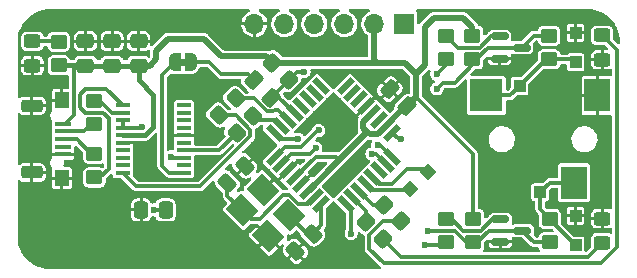
<source format=gbr>
%TF.GenerationSoftware,KiCad,Pcbnew,(6.0.7)*%
%TF.CreationDate,2023-05-28T23:18:47-04:00*%
%TF.ProjectId,microkfd,6d696372-6f6b-4666-942e-6b696361645f,E*%
%TF.SameCoordinates,Original*%
%TF.FileFunction,Copper,L1,Top*%
%TF.FilePolarity,Positive*%
%FSLAX46Y46*%
G04 Gerber Fmt 4.6, Leading zero omitted, Abs format (unit mm)*
G04 Created by KiCad (PCBNEW (6.0.7)) date 2023-05-28 23:18:47*
%MOMM*%
%LPD*%
G01*
G04 APERTURE LIST*
G04 Aperture macros list*
%AMRoundRect*
0 Rectangle with rounded corners*
0 $1 Rounding radius*
0 $2 $3 $4 $5 $6 $7 $8 $9 X,Y pos of 4 corners*
0 Add a 4 corners polygon primitive as box body*
4,1,4,$2,$3,$4,$5,$6,$7,$8,$9,$2,$3,0*
0 Add four circle primitives for the rounded corners*
1,1,$1+$1,$2,$3*
1,1,$1+$1,$4,$5*
1,1,$1+$1,$6,$7*
1,1,$1+$1,$8,$9*
0 Add four rect primitives between the rounded corners*
20,1,$1+$1,$2,$3,$4,$5,0*
20,1,$1+$1,$4,$5,$6,$7,0*
20,1,$1+$1,$6,$7,$8,$9,0*
20,1,$1+$1,$8,$9,$2,$3,0*%
%AMRotRect*
0 Rectangle, with rotation*
0 The origin of the aperture is its center*
0 $1 length*
0 $2 width*
0 $3 Rotation angle, in degrees counterclockwise*
0 Add horizontal line*
21,1,$1,$2,0,0,$3*%
%AMFreePoly0*
4,1,22,0.500000,-0.750000,0.000000,-0.750000,0.000000,-0.745033,-0.079941,-0.743568,-0.215256,-0.701293,-0.333266,-0.622738,-0.424486,-0.514219,-0.481581,-0.384460,-0.499164,-0.250000,-0.500000,-0.250000,-0.500000,0.250000,-0.499164,0.250000,-0.499963,0.256109,-0.478152,0.396186,-0.417904,0.524511,-0.324060,0.630769,-0.204165,0.706417,-0.067858,0.745374,0.000000,0.744959,0.000000,0.750000,
0.500000,0.750000,0.500000,-0.750000,0.500000,-0.750000,$1*%
%AMFreePoly1*
4,1,20,0.000000,0.744959,0.073905,0.744508,0.209726,0.703889,0.328688,0.626782,0.421226,0.519385,0.479903,0.390333,0.500000,0.250000,0.500000,-0.250000,0.499851,-0.262216,0.476331,-0.402017,0.414519,-0.529596,0.319384,-0.634700,0.198574,-0.708877,0.061801,-0.746166,0.000000,-0.745033,0.000000,-0.750000,-0.500000,-0.750000,-0.500000,0.750000,0.000000,0.750000,0.000000,0.744959,
0.000000,0.744959,$1*%
G04 Aperture macros list end*
%TA.AperFunction,SMDPad,CuDef*%
%ADD10R,1.400000X0.400000*%
%TD*%
%TA.AperFunction,ComponentPad*%
%ADD11RoundRect,0.262500X-0.667500X0.262500X-0.667500X-0.262500X0.667500X-0.262500X0.667500X0.262500X0*%
%TD*%
%TA.AperFunction,SMDPad,CuDef*%
%ADD12R,1.200000X1.400000*%
%TD*%
%TA.AperFunction,ComponentPad*%
%ADD13R,1.700000X1.700000*%
%TD*%
%TA.AperFunction,ComponentPad*%
%ADD14O,1.700000X1.700000*%
%TD*%
%TA.AperFunction,SMDPad,CuDef*%
%ADD15RotRect,1.000000X1.000000X315.000000*%
%TD*%
%TA.AperFunction,SMDPad,CuDef*%
%ADD16RotRect,1.000000X1.000000X45.000000*%
%TD*%
%TA.AperFunction,SMDPad,CuDef*%
%ADD17RoundRect,0.250000X-0.450000X0.350000X-0.450000X-0.350000X0.450000X-0.350000X0.450000X0.350000X0*%
%TD*%
%TA.AperFunction,SMDPad,CuDef*%
%ADD18RoundRect,0.250000X0.450000X-0.350000X0.450000X0.350000X-0.450000X0.350000X-0.450000X-0.350000X0*%
%TD*%
%TA.AperFunction,SMDPad,CuDef*%
%ADD19RoundRect,0.250000X0.565685X0.070711X0.070711X0.565685X-0.565685X-0.070711X-0.070711X-0.565685X0*%
%TD*%
%TA.AperFunction,SMDPad,CuDef*%
%ADD20RoundRect,0.250000X0.070711X-0.565685X0.565685X-0.070711X-0.070711X0.565685X-0.565685X0.070711X0*%
%TD*%
%TA.AperFunction,SMDPad,CuDef*%
%ADD21R,1.000000X1.000000*%
%TD*%
%TA.AperFunction,SMDPad,CuDef*%
%ADD22RoundRect,0.250000X0.450000X-0.325000X0.450000X0.325000X-0.450000X0.325000X-0.450000X-0.325000X0*%
%TD*%
%TA.AperFunction,SMDPad,CuDef*%
%ADD23RoundRect,0.250000X-0.450000X0.325000X-0.450000X-0.325000X0.450000X-0.325000X0.450000X0.325000X0*%
%TD*%
%TA.AperFunction,SMDPad,CuDef*%
%ADD24RoundRect,0.250000X-0.097227X0.574524X-0.574524X0.097227X0.097227X-0.574524X0.574524X-0.097227X0*%
%TD*%
%TA.AperFunction,SMDPad,CuDef*%
%ADD25RoundRect,0.250000X0.097227X-0.574524X0.574524X-0.097227X-0.097227X0.574524X-0.574524X0.097227X0*%
%TD*%
%TA.AperFunction,SMDPad,CuDef*%
%ADD26RoundRect,0.250000X-0.475000X0.337500X-0.475000X-0.337500X0.475000X-0.337500X0.475000X0.337500X0*%
%TD*%
%TA.AperFunction,SMDPad,CuDef*%
%ADD27RoundRect,0.250000X-0.574524X-0.097227X-0.097227X-0.574524X0.574524X0.097227X0.097227X0.574524X0*%
%TD*%
%TA.AperFunction,SMDPad,CuDef*%
%ADD28RoundRect,0.250000X0.337500X0.475000X-0.337500X0.475000X-0.337500X-0.475000X0.337500X-0.475000X0*%
%TD*%
%TA.AperFunction,SMDPad,CuDef*%
%ADD29RoundRect,0.250000X0.475000X-0.337500X0.475000X0.337500X-0.475000X0.337500X-0.475000X-0.337500X0*%
%TD*%
%TA.AperFunction,SMDPad,CuDef*%
%ADD30RoundRect,0.150000X-0.587500X-0.150000X0.587500X-0.150000X0.587500X0.150000X-0.587500X0.150000X0*%
%TD*%
%TA.AperFunction,SMDPad,CuDef*%
%ADD31R,1.200000X0.400000*%
%TD*%
%TA.AperFunction,SMDPad,CuDef*%
%ADD32RotRect,2.100000X1.800000X135.000000*%
%TD*%
%TA.AperFunction,SMDPad,CuDef*%
%ADD33R,2.200000X2.800000*%
%TD*%
%TA.AperFunction,SMDPad,CuDef*%
%ADD34R,2.800000X2.800000*%
%TD*%
%TA.AperFunction,SMDPad,CuDef*%
%ADD35RotRect,1.600000X0.550000X135.000000*%
%TD*%
%TA.AperFunction,SMDPad,CuDef*%
%ADD36RotRect,1.600000X0.550000X45.000000*%
%TD*%
%TA.AperFunction,SMDPad,CuDef*%
%ADD37FreePoly0,0.000000*%
%TD*%
%TA.AperFunction,SMDPad,CuDef*%
%ADD38FreePoly1,0.000000*%
%TD*%
%TA.AperFunction,ViaPad*%
%ADD39C,0.600000*%
%TD*%
%TA.AperFunction,Conductor*%
%ADD40C,0.300000*%
%TD*%
%TA.AperFunction,Conductor*%
%ADD41C,0.400000*%
%TD*%
%TA.AperFunction,Conductor*%
%ADD42C,0.500000*%
%TD*%
G04 APERTURE END LIST*
%TO.C,JP1*%
G36*
X111500000Y-93800000D02*
G01*
X111000000Y-93800000D01*
X111000000Y-93200000D01*
X111500000Y-93200000D01*
X111500000Y-93800000D01*
G37*
%TD*%
D10*
%TO.P,J1,1,VBUS*%
%TO.N,+5V*%
X101110000Y-98700000D03*
%TO.P,J1,2,D-*%
%TO.N,Net-(J1-Pad2)*%
X101110000Y-99350000D03*
%TO.P,J1,3,D+*%
%TO.N,Net-(J1-Pad3)*%
X101110000Y-100000000D03*
%TO.P,J1,4,ID*%
%TO.N,unconnected-(J1-Pad4)*%
X101110000Y-100650000D03*
%TO.P,J1,5,GND*%
%TO.N,GND*%
X101110000Y-101300000D03*
D11*
%TO.P,J1,6,Shield*%
X98450000Y-97175000D03*
D12*
X101000000Y-96700000D03*
X101000000Y-103300000D03*
D11*
X98450000Y-102825000D03*
%TD*%
D13*
%TO.P,J2,1,MISO*%
%TO.N,MISO*%
X130000000Y-90250000D03*
D14*
%TO.P,J2,2,VCC*%
%TO.N,+5V*%
X127460000Y-90250000D03*
%TO.P,J2,3,SCK*%
%TO.N,SCK*%
X124920000Y-90250000D03*
%TO.P,J2,4,MOSI*%
%TO.N,MOSI*%
X122380000Y-90250000D03*
%TO.P,J2,5,~{RST}*%
%TO.N,~{RESET}*%
X119840000Y-90250000D03*
%TO.P,J2,6,GND*%
%TO.N,GND*%
X117300000Y-90250000D03*
%TD*%
D15*
%TO.P,TP2,1,1*%
%TO.N,GPIO2*%
X132000000Y-102750000D03*
%TD*%
D16*
%TO.P,TP1,1,1*%
%TO.N,GPIO1*%
X130500000Y-104250000D03*
%TD*%
D17*
%TO.P,R18,1*%
%TO.N,KFD_SENSE*%
X142312500Y-106750000D03*
%TO.P,R18,2*%
%TO.N,TWI_S_RX*%
X142312500Y-108750000D03*
%TD*%
D18*
%TO.P,R17,2*%
%TO.N,TWI_D_RX*%
X142250000Y-91250000D03*
%TO.P,R17,1*%
%TO.N,KFD_DATA*%
X142250000Y-93250000D03*
%TD*%
%TO.P,R15,1*%
%TO.N,TWI_S_RX*%
X135812500Y-108750000D03*
%TO.P,R15,2*%
%TO.N,+5V*%
X135812500Y-106750000D03*
%TD*%
%TO.P,R14,2*%
%TO.N,+5V*%
X135750000Y-91250000D03*
%TO.P,R14,1*%
%TO.N,TWI_D_RX*%
X135750000Y-93250000D03*
%TD*%
D17*
%TO.P,R13,1*%
%TO.N,Net-(Q2-Pad1)*%
X133562500Y-106750000D03*
%TO.P,R13,2*%
%TO.N,TWI_S_TX*%
X133562500Y-108750000D03*
%TD*%
%TO.P,R12,2*%
%TO.N,TWI_D_TX*%
X133500000Y-93250000D03*
%TO.P,R12,1*%
%TO.N,Net-(Q1-Pad1)*%
X133500000Y-91250000D03*
%TD*%
D19*
%TO.P,R9,1*%
%TO.N,Net-(D2-Pad2)*%
X129707107Y-106957107D03*
%TO.P,R9,2*%
%TO.N,Net-(R9-Pad2)*%
X128292893Y-105542893D03*
%TD*%
%TO.P,R8,1*%
%TO.N,Net-(D1-Pad2)*%
X128207107Y-108457107D03*
%TO.P,R8,2*%
%TO.N,Net-(R8-Pad2)*%
X126792893Y-107042893D03*
%TD*%
D20*
%TO.P,R7,1*%
%TO.N,S_RX*%
X115792893Y-99457107D03*
%TO.P,R7,2*%
%TO.N,Net-(R7-Pad2)*%
X117207107Y-98042893D03*
%TD*%
%TO.P,R6,2*%
%TO.N,Net-(R6-Pad2)*%
X115707107Y-96542893D03*
%TO.P,R6,1*%
%TO.N,S_TX*%
X114292893Y-97957107D03*
%TD*%
D17*
%TO.P,R4,2*%
%TO.N,+5V*%
X100750000Y-93750000D03*
%TO.P,R4,1*%
%TO.N,Net-(D3-Pad2)*%
X100750000Y-91750000D03*
%TD*%
D19*
%TO.P,R3,1*%
%TO.N,~{RESET}*%
X120207107Y-94957107D03*
%TO.P,R3,2*%
%TO.N,+5V*%
X118792893Y-93542893D03*
%TD*%
D17*
%TO.P,R2,1*%
%TO.N,Net-(J1-Pad3)*%
X103750000Y-101250000D03*
%TO.P,R2,2*%
%TO.N,Net-(R2-Pad2)*%
X103750000Y-103250000D03*
%TD*%
D18*
%TO.P,R1,2*%
%TO.N,Net-(R1-Pad2)*%
X103750000Y-96750000D03*
%TO.P,R1,1*%
%TO.N,Net-(J1-Pad2)*%
X103750000Y-98750000D03*
%TD*%
D21*
%TO.P,D5,1,A1*%
%TO.N,GND*%
X144500000Y-106500000D03*
%TO.P,D5,2,A2*%
%TO.N,KFD_SENSE*%
X144500000Y-109000000D03*
%TD*%
D22*
%TO.P,D3,1,K*%
%TO.N,GND*%
X98500000Y-93775000D03*
%TO.P,D3,2,A*%
%TO.N,Net-(D3-Pad2)*%
X98500000Y-91725000D03*
%TD*%
%TO.P,D2,2,A*%
%TO.N,Net-(D2-Pad2)*%
X146750000Y-91225000D03*
%TO.P,D2,1,K*%
%TO.N,GND*%
X146750000Y-93275000D03*
%TD*%
D23*
%TO.P,D1,1,K*%
%TO.N,GND*%
X146750000Y-106725000D03*
%TO.P,D1,2,A*%
%TO.N,Net-(D1-Pad2)*%
X146750000Y-108775000D03*
%TD*%
D24*
%TO.P,C8,2*%
%TO.N,Net-(C8-Pad2)*%
X115016377Y-103733623D03*
%TO.P,C8,1*%
%TO.N,GND*%
X116483623Y-102266377D03*
%TD*%
D25*
%TO.P,C7,2*%
%TO.N,Net-(C7-Pad2)*%
X122233623Y-108016377D03*
%TO.P,C7,1*%
%TO.N,GND*%
X120766377Y-109483623D03*
%TD*%
D26*
%TO.P,C6,1*%
%TO.N,GND*%
X105250000Y-91712500D03*
%TO.P,C6,2*%
%TO.N,+5V*%
X105250000Y-93787500D03*
%TD*%
D27*
%TO.P,C5,1*%
%TO.N,GND*%
X128766377Y-95766377D03*
%TO.P,C5,2*%
%TO.N,+5V*%
X130233623Y-97233623D03*
%TD*%
%TO.P,C4,1*%
%TO.N,Net-(C4-Pad1)*%
X117266377Y-95016377D03*
%TO.P,C4,2*%
%TO.N,~{RESET}*%
X118733623Y-96483623D03*
%TD*%
D28*
%TO.P,C3,1*%
%TO.N,Net-(C3-Pad1)*%
X109787500Y-106000000D03*
%TO.P,C3,2*%
%TO.N,GND*%
X107712500Y-106000000D03*
%TD*%
D29*
%TO.P,C2,1*%
%TO.N,+5V*%
X103000000Y-93787500D03*
%TO.P,C2,2*%
%TO.N,GND*%
X103000000Y-91712500D03*
%TD*%
%TO.P,C1,1*%
%TO.N,+5V*%
X107500000Y-93787500D03*
%TO.P,C1,2*%
%TO.N,GND*%
X107500000Y-91712500D03*
%TD*%
D30*
%TO.P,Q2,1,B*%
%TO.N,Net-(Q2-Pad1)*%
X138125000Y-106800000D03*
%TO.P,Q2,2,E*%
%TO.N,GND*%
X138125000Y-108700000D03*
%TO.P,Q2,3,C*%
%TO.N,TWI_S_RX*%
X140000000Y-107750000D03*
%TD*%
D31*
%TO.P,U1,1,~{DTR}*%
%TO.N,Net-(JP1-Pad1)*%
X111350000Y-102857500D03*
%TO.P,U1,2,~{RTS}*%
%TO.N,unconnected-(U1-Pad2)*%
X111350000Y-102222500D03*
%TO.P,U1,3,VCCIO*%
%TO.N,Net-(C3-Pad1)*%
X111350000Y-101587500D03*
%TO.P,U1,4,RXD*%
%TO.N,S_RX*%
X111350000Y-100952500D03*
%TO.P,U1,5,~{RI}*%
%TO.N,unconnected-(U1-Pad5)*%
X111350000Y-100317500D03*
%TO.P,U1,6,GND*%
%TO.N,GND*%
X111350000Y-99682500D03*
%TO.P,U1,7,~{DSR}*%
%TO.N,unconnected-(U1-Pad7)*%
X111350000Y-99047500D03*
%TO.P,U1,8,~{DCD}*%
%TO.N,unconnected-(U1-Pad8)*%
X111350000Y-98412500D03*
%TO.P,U1,9,~{CTS}*%
%TO.N,unconnected-(U1-Pad9)*%
X111350000Y-97777500D03*
%TO.P,U1,10,CBUS2*%
%TO.N,unconnected-(U1-Pad10)*%
X111350000Y-97142500D03*
%TO.P,U1,11,USBDP*%
%TO.N,Net-(R2-Pad2)*%
X106150000Y-97142500D03*
%TO.P,U1,12,USBDM*%
%TO.N,Net-(R1-Pad2)*%
X106150000Y-97777500D03*
%TO.P,U1,13,3V3OUT*%
%TO.N,Net-(C3-Pad1)*%
X106150000Y-98412500D03*
%TO.P,U1,14,~{RESET}*%
X106150000Y-99047500D03*
%TO.P,U1,15,VCC*%
%TO.N,+5V*%
X106150000Y-99682500D03*
%TO.P,U1,16,GND*%
%TO.N,GND*%
X106150000Y-100317500D03*
%TO.P,U1,17,CBUS1*%
%TO.N,unconnected-(U1-Pad17)*%
X106150000Y-100952500D03*
%TO.P,U1,18,CBUS0*%
%TO.N,unconnected-(U1-Pad18)*%
X106150000Y-101587500D03*
%TO.P,U1,19,CBUS3*%
%TO.N,unconnected-(U1-Pad19)*%
X106150000Y-102222500D03*
%TO.P,U1,20,TXD*%
%TO.N,S_TX*%
X106150000Y-102857500D03*
%TD*%
D21*
%TO.P,TP4,1,1*%
%TO.N,KFD_SENSE*%
X141500000Y-104500000D03*
%TD*%
D32*
%TO.P,Y1,4,4*%
%TO.N,GND*%
X118462132Y-108229899D03*
%TO.P,Y1,3,3*%
%TO.N,Net-(C8-Pad2)*%
X116270101Y-106037868D03*
%TO.P,Y1,2,2*%
%TO.N,GND*%
X118037868Y-104270101D03*
%TO.P,Y1,1,1*%
%TO.N,Net-(C7-Pad2)*%
X120229899Y-106462132D03*
%TD*%
D33*
%TO.P,J4,R*%
%TO.N,KFD_SENSE*%
X144350000Y-103700000D03*
%TO.P,J4,S*%
%TO.N,GND*%
X146350000Y-96300000D03*
D34*
%TO.P,J4,T*%
%TO.N,KFD_DATA*%
X136950000Y-96300000D03*
%TD*%
D35*
%TO.P,U2,32,PD2*%
%TO.N,TWI_S_RX*%
X119014897Y-99474695D03*
%TO.P,U2,31,PD1*%
%TO.N,Net-(R7-Pad2)*%
X119580583Y-98909010D03*
%TO.P,U2,30,PD0*%
%TO.N,Net-(R6-Pad2)*%
X120146268Y-98343324D03*
%TO.P,U2,29,~{RESET}/PC6*%
%TO.N,~{RESET}*%
X120711953Y-97777639D03*
%TO.P,U2,28,PC5*%
%TO.N,unconnected-(U2-Pad28)*%
X121277639Y-97211953D03*
%TO.P,U2,27,PC4*%
%TO.N,unconnected-(U2-Pad27)*%
X121843324Y-96646268D03*
%TO.P,U2,26,PC3*%
%TO.N,unconnected-(U2-Pad26)*%
X122409010Y-96080583D03*
%TO.P,U2,25,PC2*%
%TO.N,unconnected-(U2-Pad25)*%
X122974695Y-95514897D03*
D36*
%TO.P,U2,24,PC1*%
%TO.N,unconnected-(U2-Pad24)*%
X125025305Y-95514897D03*
%TO.P,U2,23,PC0*%
%TO.N,unconnected-(U2-Pad23)*%
X125590990Y-96080583D03*
%TO.P,U2,22,ADC7*%
%TO.N,unconnected-(U2-Pad22)*%
X126156676Y-96646268D03*
%TO.P,U2,21,GND*%
%TO.N,GND*%
X126722361Y-97211953D03*
%TO.P,U2,20,AREF*%
%TO.N,+5V*%
X127288047Y-97777639D03*
%TO.P,U2,19,ADC6*%
%TO.N,unconnected-(U2-Pad19)*%
X127853732Y-98343324D03*
%TO.P,U2,18,AVCC*%
%TO.N,+5V*%
X128419417Y-98909010D03*
%TO.P,U2,17,PB5*%
%TO.N,SCK*%
X128985103Y-99474695D03*
D35*
%TO.P,U2,16,PB4*%
%TO.N,MISO*%
X128985103Y-101525305D03*
%TO.P,U2,15,PB3*%
%TO.N,MOSI*%
X128419417Y-102090990D03*
%TO.P,U2,14,PB2*%
%TO.N,unconnected-(U2-Pad14)*%
X127853732Y-102656676D03*
%TO.P,U2,13,PB1*%
%TO.N,GPIO2*%
X127288047Y-103222361D03*
%TO.P,U2,12,PB0*%
%TO.N,GPIO1*%
X126722361Y-103788047D03*
%TO.P,U2,11,PD7*%
%TO.N,Net-(R9-Pad2)*%
X126156676Y-104353732D03*
%TO.P,U2,10,PD6*%
%TO.N,Net-(R8-Pad2)*%
X125590990Y-104919417D03*
%TO.P,U2,9,PD5*%
%TO.N,TWI_D_TX*%
X125025305Y-105485103D03*
D36*
%TO.P,U2,8,XTAL2/PB7*%
%TO.N,Net-(C7-Pad2)*%
X122974695Y-105485103D03*
%TO.P,U2,7,XTAL1/PB6*%
%TO.N,Net-(C8-Pad2)*%
X122409010Y-104919417D03*
%TO.P,U2,6,VCC*%
%TO.N,+5V*%
X121843324Y-104353732D03*
%TO.P,U2,5,GND*%
%TO.N,GND*%
X121277639Y-103788047D03*
%TO.P,U2,4,VCC*%
%TO.N,+5V*%
X120711953Y-103222361D03*
%TO.P,U2,3,GND*%
%TO.N,GND*%
X120146268Y-102656676D03*
%TO.P,U2,2,PD4*%
%TO.N,TWI_S_TX*%
X119580583Y-102090990D03*
%TO.P,U2,1,PD3*%
%TO.N,TWI_D_RX*%
X119014897Y-101525305D03*
%TD*%
D21*
%TO.P,TP3,1,1*%
%TO.N,KFD_DATA*%
X139750000Y-95500000D03*
%TD*%
D37*
%TO.P,JP1,1,A*%
%TO.N,Net-(JP1-Pad1)*%
X110600000Y-93500000D03*
D38*
%TO.P,JP1,2,B*%
%TO.N,Net-(C4-Pad1)*%
X111900000Y-93500000D03*
%TD*%
D21*
%TO.P,D4,2,A2*%
%TO.N,KFD_DATA*%
X144500000Y-93500000D03*
%TO.P,D4,1,A1*%
%TO.N,GND*%
X144500000Y-91000000D03*
%TD*%
D30*
%TO.P,Q1,3,C*%
%TO.N,TWI_D_RX*%
X139937500Y-92250000D03*
%TO.P,Q1,2,E*%
%TO.N,GND*%
X138062500Y-93200000D03*
%TO.P,Q1,1,B*%
%TO.N,Net-(Q1-Pad1)*%
X138062500Y-91300000D03*
%TD*%
D39*
%TO.N,GND*%
X124000000Y-107750000D03*
X124000000Y-106500000D03*
X126250000Y-110500000D03*
X123750000Y-110500000D03*
X125000000Y-110500000D03*
X122500000Y-110500000D03*
X118750000Y-110500000D03*
X113750000Y-110500000D03*
X116250000Y-110500000D03*
X117500000Y-110500000D03*
X115000000Y-110500000D03*
X97750000Y-95500000D03*
X98750000Y-110000000D03*
X98000000Y-109000000D03*
X97750000Y-107500000D03*
X97750000Y-106250000D03*
X97750000Y-105000000D03*
X97750000Y-101250000D03*
X97750000Y-98750000D03*
X97750000Y-100000000D03*
X139750000Y-109000000D03*
X112750000Y-96750000D03*
X113750000Y-95750000D03*
X112750000Y-95750000D03*
X111750000Y-95750000D03*
X108500000Y-101500000D03*
X107750000Y-103000000D03*
X107750000Y-102000000D03*
X107750000Y-101000000D03*
X122750000Y-98250000D03*
X121750000Y-99000000D03*
X127250000Y-95250000D03*
X128000000Y-94500000D03*
X126500000Y-94500000D03*
X124500000Y-103250000D03*
X123750000Y-104000000D03*
X122500000Y-102500000D03*
%TO.N,TWI_S_TX*%
X122500000Y-100750000D03*
%TO.N,TWI_D_TX*%
X125500000Y-108000000D03*
X132750000Y-94500000D03*
%TO.N,TWI_D_RX*%
X132750000Y-95750000D03*
X122750000Y-99250000D03*
%TO.N,GND*%
X146250000Y-98750000D03*
X147250000Y-98750000D03*
X146250000Y-101250000D03*
X146250000Y-102500000D03*
X146250000Y-103750000D03*
X146250000Y-105000000D03*
X147250000Y-105000000D03*
X147250000Y-103750000D03*
X147250000Y-102500000D03*
X147250000Y-101250000D03*
X147250000Y-100000000D03*
%TO.N,TWI_S_TX*%
X131750000Y-109000000D03*
%TO.N,TWI_S_RX*%
X132000000Y-107750000D03*
X121000000Y-100000000D03*
%TO.N,GND*%
X118000000Y-101250000D03*
X118000000Y-99750000D03*
X117250000Y-100500000D03*
X100000000Y-89250000D03*
X101250000Y-89250000D03*
X102500000Y-89250000D03*
X103750000Y-89250000D03*
X105000000Y-89250000D03*
X106250000Y-89250000D03*
X107500000Y-89250000D03*
X108750000Y-89250000D03*
X115000000Y-89250000D03*
X113750000Y-89250000D03*
X112500000Y-89250000D03*
X111250000Y-89250000D03*
X110000000Y-89250000D03*
%TO.N,SCK*%
X129750000Y-100000000D03*
%TO.N,MISO*%
X127750000Y-100500000D03*
%TO.N,MOSI*%
X127250000Y-101250000D03*
%TO.N,~{RESET}*%
X121500000Y-94292393D03*
%TO.N,Net-(C3-Pad1)*%
X108799500Y-106000000D03*
X110250000Y-101500000D03*
X107750000Y-98983000D03*
%TD*%
D40*
%TO.N,+5V*%
X102000000Y-94000000D02*
X102250000Y-93750000D01*
X102000000Y-98000000D02*
X102000000Y-94000000D01*
X101110000Y-98700000D02*
X101300000Y-98700000D01*
X101300000Y-98700000D02*
X102000000Y-98000000D01*
D41*
X100750000Y-93750000D02*
X102250000Y-93750000D01*
X102250000Y-93750000D02*
X102962500Y-93750000D01*
D40*
%TO.N,Net-(R2-Pad2)*%
X102500000Y-97250000D02*
X103000000Y-97750000D01*
X103000000Y-97750000D02*
X104500000Y-97750000D01*
X103000000Y-95750000D02*
X102500000Y-96250000D01*
X103250000Y-95750000D02*
X103000000Y-95750000D01*
X102500000Y-96250000D02*
X102500000Y-97250000D01*
X104757500Y-95750000D02*
X103250000Y-95750000D01*
%TO.N,Net-(R1-Pad2)*%
X104207106Y-96750000D02*
X105234607Y-97777500D01*
X103750000Y-96750000D02*
X104207106Y-96750000D01*
X105234607Y-97777500D02*
X106150000Y-97777500D01*
%TO.N,Net-(R2-Pad2)*%
X104250000Y-103250000D02*
X103500000Y-103250000D01*
X105000000Y-102500000D02*
X104250000Y-103250000D01*
X105000000Y-98250000D02*
X105000000Y-102500000D01*
X104500000Y-97750000D02*
X105000000Y-98250000D01*
X106150000Y-97142500D02*
X104757500Y-95750000D01*
%TO.N,Net-(J1-Pad2)*%
X102900000Y-99350000D02*
X101110000Y-99350000D01*
%TO.N,Net-(J1-Pad3)*%
X102250000Y-100000000D02*
X101110000Y-100000000D01*
%TO.N,TWI_S_TX*%
X122500000Y-100750000D02*
X122000000Y-101250000D01*
X122000000Y-101250000D02*
X120421573Y-101250000D01*
%TO.N,+5V*%
X124250000Y-101500000D02*
X124500000Y-101750000D01*
X122500000Y-101500000D02*
X124250000Y-101500000D01*
X120711953Y-103222361D02*
X120777639Y-103222361D01*
D42*
X124000000Y-102250000D02*
X124500000Y-101750000D01*
X124500000Y-101750000D02*
X126875000Y-99375000D01*
D40*
X120777639Y-103222361D02*
X122500000Y-101500000D01*
D42*
X121896268Y-104353732D02*
X124000000Y-102250000D01*
D40*
%TO.N,TWI_D_TX*%
X125500000Y-105959798D02*
X125025305Y-105485103D01*
X125500000Y-108000000D02*
X125500000Y-105959798D01*
X133500000Y-93750000D02*
X132750000Y-94500000D01*
X133500000Y-93250000D02*
X133500000Y-93750000D01*
%TO.N,TWI_D_RX*%
X135750000Y-93750000D02*
X135750000Y-93250000D01*
X134250000Y-95250000D02*
X135750000Y-93750000D01*
X133250000Y-95250000D02*
X134250000Y-95250000D01*
X132750000Y-95750000D02*
X133250000Y-95250000D01*
X122669239Y-99250000D02*
X122750000Y-99250000D01*
X121269239Y-100650000D02*
X122669239Y-99250000D01*
X121180761Y-100650000D02*
X121269239Y-100650000D01*
%TO.N,TWI_S_TX*%
X120421573Y-101250000D02*
X119580583Y-102090990D01*
%TO.N,TWI_D_RX*%
X121000000Y-100650000D02*
X121180761Y-100650000D01*
X119890202Y-100650000D02*
X121000000Y-100650000D01*
X119014897Y-101525305D02*
X119890202Y-100650000D01*
%TO.N,TWI_S_TX*%
X133312500Y-109000000D02*
X133562500Y-108750000D01*
X131750000Y-109000000D02*
X133312500Y-109000000D01*
%TO.N,TWI_S_RX*%
X134250000Y-107750000D02*
X132000000Y-107750000D01*
X135250000Y-108750000D02*
X134250000Y-107750000D01*
X135812500Y-108750000D02*
X135250000Y-108750000D01*
%TO.N,Net-(Q2-Pad1)*%
X135000000Y-107750000D02*
X135250000Y-107750000D01*
X133562500Y-106750000D02*
X134000000Y-106750000D01*
X135250000Y-107750000D02*
X136461028Y-107750000D01*
X134000000Y-106750000D02*
X135000000Y-107750000D01*
%TO.N,TWI_S_RX*%
X120980850Y-100019150D02*
X121000000Y-100000000D01*
X119559352Y-100019150D02*
X120980850Y-100019150D01*
X119014897Y-99474695D02*
X119559352Y-100019150D01*
%TO.N,+5V*%
X135812500Y-101279746D02*
X131000000Y-96467246D01*
X135812500Y-106750000D02*
X135812500Y-101279746D01*
D42*
X121843324Y-104353732D02*
X121896268Y-104353732D01*
X126875000Y-99375000D02*
X126537527Y-99037527D01*
X127053464Y-99553464D02*
X126875000Y-99375000D01*
D40*
%TO.N,Net-(R7-Pad2)*%
X117528769Y-98364555D02*
X117207107Y-98042893D01*
X119036128Y-98364555D02*
X117528769Y-98364555D01*
X119580583Y-98909010D02*
X119036128Y-98364555D01*
%TO.N,Net-(R6-Pad2)*%
X119021536Y-97521535D02*
X119324479Y-97521535D01*
X119324479Y-97521535D02*
X120146268Y-98343324D01*
X118884924Y-97658147D02*
X119021536Y-97521535D01*
X118387868Y-97658147D02*
X118884924Y-97658147D01*
X115707107Y-96542893D02*
X117272614Y-96542893D01*
X117272614Y-96542893D02*
X118387868Y-97658147D01*
%TO.N,Net-(D3-Pad2)*%
X100725000Y-91725000D02*
X100750000Y-91750000D01*
X98500000Y-91725000D02*
X100725000Y-91725000D01*
%TO.N,SCK*%
X129750000Y-100000000D02*
X129510408Y-100000000D01*
X129510408Y-100000000D02*
X128985103Y-99474695D01*
%TO.N,MISO*%
X127959798Y-100500000D02*
X128985103Y-101525305D01*
X127750000Y-100500000D02*
X127959798Y-100500000D01*
%TO.N,MOSI*%
X127250000Y-101250000D02*
X127578427Y-101250000D01*
X127578427Y-101250000D02*
X128419417Y-102090990D01*
%TO.N,~{RESET}*%
X121500000Y-94292393D02*
X120871821Y-94292393D01*
X120871821Y-94292393D02*
X120207107Y-94957107D01*
X120207107Y-95010139D02*
X118733623Y-96483623D01*
X120207107Y-94957107D02*
X120207107Y-95010139D01*
X119417937Y-96483623D02*
X120711953Y-97777639D01*
X118733623Y-96483623D02*
X119417937Y-96483623D01*
%TO.N,Net-(C4-Pad1)*%
X114500000Y-94500000D02*
X116750000Y-94500000D01*
X113500000Y-93500000D02*
X114500000Y-94500000D01*
X111900000Y-93500000D02*
X113500000Y-93500000D01*
X116750000Y-94500000D02*
X117266377Y-95016377D01*
%TO.N,Net-(JP1-Pad1)*%
X109500000Y-94600000D02*
X110600000Y-93500000D01*
X110107500Y-102857500D02*
X109500000Y-102250000D01*
X111350000Y-102857500D02*
X110107500Y-102857500D01*
X109500000Y-102250000D02*
X109500000Y-94600000D01*
%TO.N,Net-(C3-Pad1)*%
X108799500Y-106000000D02*
X109787500Y-106000000D01*
%TO.N,S_TX*%
X116958578Y-99776346D02*
X112734924Y-104000000D01*
X116958578Y-99208578D02*
X116958578Y-99776346D01*
X112734924Y-104000000D02*
X107292500Y-104000000D01*
X115707107Y-97957107D02*
X116958578Y-99208578D01*
X114292893Y-97957107D02*
X115707107Y-97957107D01*
X107292500Y-104000000D02*
X106150000Y-102857500D01*
%TO.N,S_RX*%
X111350000Y-100952500D02*
X114297500Y-100952500D01*
X114297500Y-100952500D02*
X115792893Y-99457107D01*
D42*
%TO.N,+5V*%
X127460000Y-90250000D02*
X127460000Y-93295786D01*
X127707107Y-93542893D02*
X130042893Y-93542893D01*
X118792893Y-93542893D02*
X127707107Y-93542893D01*
X127460000Y-93295786D02*
X127707107Y-93542893D01*
X131750000Y-93750000D02*
X131000000Y-94500000D01*
X132500000Y-89750000D02*
X131750000Y-90500000D01*
X135000000Y-89750000D02*
X132500000Y-89750000D01*
X135750000Y-90500000D02*
X135000000Y-89750000D01*
X131750000Y-90500000D02*
X131750000Y-93750000D01*
X135750000Y-91250000D02*
X135750000Y-90500000D01*
X131000000Y-96467246D02*
X130233623Y-97233623D01*
X131000000Y-94500000D02*
X131000000Y-96467246D01*
X130042893Y-93542893D02*
X131000000Y-94500000D01*
X108462500Y-93787500D02*
X107500000Y-93787500D01*
X109000000Y-93250000D02*
X108462500Y-93787500D01*
X109000000Y-92500000D02*
X109000000Y-93250000D01*
X110000000Y-91500000D02*
X109000000Y-92500000D01*
X113000000Y-91500000D02*
X110000000Y-91500000D01*
X114500000Y-93000000D02*
X113000000Y-91500000D01*
X118250000Y-93000000D02*
X114500000Y-93000000D01*
X118792893Y-93542893D02*
X118250000Y-93000000D01*
D40*
%TO.N,Net-(C8-Pad2)*%
X115016377Y-104784144D02*
X116270101Y-106037868D01*
X115016377Y-103733623D02*
X115016377Y-104784144D01*
X116982233Y-106750000D02*
X116270101Y-106037868D01*
X117750000Y-106750000D02*
X116982233Y-106750000D01*
X119766726Y-104733274D02*
X117750000Y-106750000D01*
X120268809Y-104733274D02*
X119766726Y-104733274D01*
X121864555Y-105463872D02*
X120999407Y-105463872D01*
X120999407Y-105463872D02*
X120268809Y-104733274D01*
X122409010Y-104919417D02*
X121864555Y-105463872D01*
%TO.N,Net-(C7-Pad2)*%
X122233623Y-108016377D02*
X121784144Y-108016377D01*
X121784144Y-108016377D02*
X120229899Y-106462132D01*
X122974695Y-107275305D02*
X122233623Y-108016377D01*
X122974695Y-105485103D02*
X122974695Y-107275305D01*
%TO.N,Net-(D2-Pad2)*%
X148000000Y-92475000D02*
X146750000Y-91225000D01*
X148000000Y-109148528D02*
X148000000Y-92475000D01*
X128250000Y-110500000D02*
X146648528Y-110500000D01*
X127041422Y-109291422D02*
X128250000Y-110500000D01*
X127041422Y-108137866D02*
X127041422Y-109291422D01*
X146648528Y-110500000D02*
X148000000Y-109148528D01*
X128222181Y-106957107D02*
X127041422Y-108137866D01*
X129707107Y-106957107D02*
X128222181Y-106957107D01*
%TO.N,Net-(D1-Pad2)*%
X129750000Y-110000000D02*
X145525000Y-110000000D01*
X128207107Y-108457107D02*
X129750000Y-110000000D01*
X145525000Y-110000000D02*
X146750000Y-108775000D01*
%TO.N,Net-(C3-Pad1)*%
X110337500Y-101587500D02*
X111350000Y-101587500D01*
X110250000Y-101500000D02*
X110337500Y-101587500D01*
X107685500Y-99047500D02*
X107750000Y-98983000D01*
X106150000Y-99047500D02*
X107685500Y-99047500D01*
X106150000Y-98412500D02*
X106150000Y-99047500D01*
D41*
%TO.N,+5V*%
X108067500Y-99682500D02*
X106150000Y-99682500D01*
X108750000Y-96250000D02*
X108750000Y-99000000D01*
X107500000Y-95000000D02*
X108750000Y-96250000D01*
X107500000Y-93787500D02*
X107500000Y-95000000D01*
X108750000Y-99000000D02*
X108067500Y-99682500D01*
D40*
%TO.N,Net-(R1-Pad2)*%
X104000000Y-96750000D02*
X103500000Y-96750000D01*
%TO.N,GND*%
X98500000Y-93775000D02*
X98725000Y-93775000D01*
%TO.N,Net-(J1-Pad2)*%
X102900000Y-99350000D02*
X103500000Y-98750000D01*
%TO.N,Net-(J1-Pad3)*%
X102250000Y-100000000D02*
X103500000Y-101250000D01*
D42*
%TO.N,+5V*%
X126537527Y-99037527D02*
X126537527Y-98528159D01*
X127774963Y-99553464D02*
X127053464Y-99553464D01*
X126537527Y-98528159D02*
X127288047Y-97777639D01*
X128419417Y-98909010D02*
X127774963Y-99553464D01*
X130094804Y-97233623D02*
X130233623Y-97233623D01*
X128419417Y-98909010D02*
X130094804Y-97233623D01*
D40*
%TO.N,GPIO1*%
X130417499Y-104332501D02*
X127266815Y-104332501D01*
X130500000Y-104250000D02*
X130417499Y-104332501D01*
X127266815Y-104332501D02*
X126722361Y-103788047D01*
%TO.N,GPIO2*%
X128983184Y-103766816D02*
X130250000Y-102500000D01*
X130250000Y-102500000D02*
X132250000Y-102500000D01*
X127832502Y-103766816D02*
X128983184Y-103766816D01*
X127288047Y-103222361D02*
X127832502Y-103766816D01*
D41*
%TO.N,+5V*%
X105250000Y-93787500D02*
X107500000Y-93787500D01*
D40*
%TO.N,KFD_DATA*%
X142000000Y-93250000D02*
X142250000Y-93250000D01*
X139750000Y-95500000D02*
X142000000Y-93250000D01*
%TO.N,KFD_SENSE*%
X141500000Y-105937500D02*
X142312500Y-106750000D01*
X141500000Y-104500000D02*
X141500000Y-105937500D01*
X142312500Y-107000000D02*
X142312500Y-106750000D01*
X144500000Y-109000000D02*
X142500000Y-107000000D01*
%TO.N,TWI_S_RX*%
X141000000Y-108750000D02*
X140000000Y-107750000D01*
X142312500Y-108750000D02*
X141000000Y-108750000D01*
X136168134Y-108750000D02*
X135812500Y-108750000D01*
X137168134Y-107750000D02*
X136168134Y-108750000D01*
X140000000Y-107750000D02*
X137168134Y-107750000D01*
%TO.N,Net-(Q2-Pad1)*%
X137411028Y-106800000D02*
X138125000Y-106800000D01*
X136461028Y-107750000D02*
X137411028Y-106800000D01*
%TO.N,TWI_D_RX*%
X140937500Y-91250000D02*
X139937500Y-92250000D01*
X142250000Y-91250000D02*
X140937500Y-91250000D01*
X137105634Y-92250000D02*
X136105634Y-93250000D01*
X136105634Y-93250000D02*
X135750000Y-93250000D01*
X139937500Y-92250000D02*
X137105634Y-92250000D01*
%TO.N,Net-(Q1-Pad1)*%
X134500000Y-92250000D02*
X136398528Y-92250000D01*
X137348528Y-91300000D02*
X138062500Y-91300000D01*
X133500000Y-91250000D02*
X134500000Y-92250000D01*
X136398528Y-92250000D02*
X137348528Y-91300000D01*
%TO.N,KFD_DATA*%
X142000000Y-93250000D02*
X144250000Y-93250000D01*
X144250000Y-93250000D02*
X144500000Y-93500000D01*
X138950000Y-96300000D02*
X139750000Y-95500000D01*
X136700000Y-96300000D02*
X138950000Y-96300000D01*
%TO.N,KFD_SENSE*%
X142300000Y-103700000D02*
X141500000Y-104500000D01*
X144100000Y-103700000D02*
X142300000Y-103700000D01*
%TO.N,Net-(R9-Pad2)*%
X127345837Y-105542893D02*
X128292893Y-105542893D01*
X126156676Y-104353732D02*
X127345837Y-105542893D01*
%TO.N,Net-(R8-Pad2)*%
X126792893Y-106121320D02*
X126792893Y-107042893D01*
X125590990Y-104919417D02*
X126792893Y-106121320D01*
D41*
%TO.N,+5V*%
X103000000Y-93787500D02*
X105250000Y-93787500D01*
X102962500Y-93750000D02*
X103000000Y-93787500D01*
%TD*%
%TA.AperFunction,Conductor*%
%TO.N,GND*%
G36*
X116881235Y-89020185D02*
G01*
X116926990Y-89072989D01*
X116936934Y-89142147D01*
X116907909Y-89205703D01*
X116857115Y-89240836D01*
X116829737Y-89250936D01*
X116819524Y-89255808D01*
X116655557Y-89353358D01*
X116646390Y-89360018D01*
X116502942Y-89485819D01*
X116495152Y-89494028D01*
X116377027Y-89643868D01*
X116370864Y-89653360D01*
X116282025Y-89822214D01*
X116277694Y-89832669D01*
X116221112Y-90014894D01*
X116218760Y-90025961D01*
X116209134Y-90107293D01*
X116211538Y-90121488D01*
X116224076Y-90125000D01*
X118375397Y-90125000D01*
X118389714Y-90120796D01*
X118391744Y-90108856D01*
X118386734Y-90054343D01*
X118384670Y-90043207D01*
X118332884Y-89859587D01*
X118328819Y-89848998D01*
X118244441Y-89677894D01*
X118238517Y-89668228D01*
X118124366Y-89515362D01*
X118116785Y-89506942D01*
X117976683Y-89377432D01*
X117967701Y-89370540D01*
X117806331Y-89268724D01*
X117796253Y-89263589D01*
X117736305Y-89239672D01*
X117681333Y-89196547D01*
X117658403Y-89130547D01*
X117674794Y-89062627D01*
X117725304Y-89014352D01*
X117782255Y-89000500D01*
X119352752Y-89000500D01*
X119419791Y-89020185D01*
X119465546Y-89072989D01*
X119475490Y-89142147D01*
X119446465Y-89205703D01*
X119395671Y-89240836D01*
X119369521Y-89250483D01*
X119369517Y-89250485D01*
X119364193Y-89252449D01*
X119359310Y-89255354D01*
X119359308Y-89255355D01*
X119243899Y-89324016D01*
X119190371Y-89355862D01*
X119038305Y-89489220D01*
X118913089Y-89648057D01*
X118818914Y-89827053D01*
X118817229Y-89832479D01*
X118817228Y-89832482D01*
X118812100Y-89848998D01*
X118758937Y-90020213D01*
X118735164Y-90221069D01*
X118735535Y-90226731D01*
X118735535Y-90226735D01*
X118740696Y-90305473D01*
X118748392Y-90422894D01*
X118798178Y-90618928D01*
X118800554Y-90624082D01*
X118858374Y-90749501D01*
X118882856Y-90802607D01*
X118999588Y-90967780D01*
X119144466Y-91108913D01*
X119312637Y-91221282D01*
X119498470Y-91301122D01*
X119592332Y-91322361D01*
X119690193Y-91344505D01*
X119690195Y-91344505D01*
X119695740Y-91345760D01*
X119813135Y-91350372D01*
X119892161Y-91353477D01*
X119892163Y-91353477D01*
X119897842Y-91353700D01*
X119903462Y-91352885D01*
X119903465Y-91352885D01*
X120092387Y-91325493D01*
X120092389Y-91325493D01*
X120098007Y-91324678D01*
X120103384Y-91322853D01*
X120103387Y-91322852D01*
X120217407Y-91284147D01*
X120289531Y-91259664D01*
X120421499Y-91185759D01*
X120461048Y-91163611D01*
X120461050Y-91163610D01*
X120466001Y-91160837D01*
X120484987Y-91145047D01*
X120617138Y-91035137D01*
X120621505Y-91031505D01*
X120650595Y-90996528D01*
X120747206Y-90880367D01*
X120747207Y-90880366D01*
X120750837Y-90876001D01*
X120762047Y-90855985D01*
X120814217Y-90762827D01*
X120849664Y-90699531D01*
X120895850Y-90563472D01*
X120912852Y-90513387D01*
X120912853Y-90513384D01*
X120914678Y-90508007D01*
X120918525Y-90481472D01*
X120943176Y-90311458D01*
X120943176Y-90311453D01*
X120943700Y-90307842D01*
X120945215Y-90250000D01*
X120926708Y-90048591D01*
X120871807Y-89853926D01*
X120782351Y-89672527D01*
X120661335Y-89510467D01*
X120522984Y-89382577D01*
X120516988Y-89377034D01*
X120516986Y-89377033D01*
X120512812Y-89373174D01*
X120505439Y-89368522D01*
X120346566Y-89268280D01*
X120346564Y-89268279D01*
X120341757Y-89265246D01*
X120277655Y-89239672D01*
X120222682Y-89196547D01*
X120199752Y-89130548D01*
X120216143Y-89062628D01*
X120266653Y-89014352D01*
X120323604Y-89000500D01*
X121892752Y-89000500D01*
X121959791Y-89020185D01*
X122005546Y-89072989D01*
X122015490Y-89142147D01*
X121986465Y-89205703D01*
X121935671Y-89240836D01*
X121909521Y-89250483D01*
X121909517Y-89250485D01*
X121904193Y-89252449D01*
X121899310Y-89255354D01*
X121899308Y-89255355D01*
X121783899Y-89324016D01*
X121730371Y-89355862D01*
X121578305Y-89489220D01*
X121453089Y-89648057D01*
X121358914Y-89827053D01*
X121357229Y-89832479D01*
X121357228Y-89832482D01*
X121352100Y-89848998D01*
X121298937Y-90020213D01*
X121275164Y-90221069D01*
X121275535Y-90226731D01*
X121275535Y-90226735D01*
X121280696Y-90305473D01*
X121288392Y-90422894D01*
X121338178Y-90618928D01*
X121340554Y-90624082D01*
X121398374Y-90749501D01*
X121422856Y-90802607D01*
X121539588Y-90967780D01*
X121684466Y-91108913D01*
X121852637Y-91221282D01*
X122038470Y-91301122D01*
X122132332Y-91322361D01*
X122230193Y-91344505D01*
X122230195Y-91344505D01*
X122235740Y-91345760D01*
X122353135Y-91350372D01*
X122432161Y-91353477D01*
X122432163Y-91353477D01*
X122437842Y-91353700D01*
X122443462Y-91352885D01*
X122443465Y-91352885D01*
X122632387Y-91325493D01*
X122632389Y-91325493D01*
X122638007Y-91324678D01*
X122643384Y-91322853D01*
X122643387Y-91322852D01*
X122757407Y-91284147D01*
X122829531Y-91259664D01*
X122961499Y-91185759D01*
X123001048Y-91163611D01*
X123001050Y-91163610D01*
X123006001Y-91160837D01*
X123024987Y-91145047D01*
X123157138Y-91035137D01*
X123161505Y-91031505D01*
X123190595Y-90996528D01*
X123287206Y-90880367D01*
X123287207Y-90880366D01*
X123290837Y-90876001D01*
X123302047Y-90855985D01*
X123354217Y-90762827D01*
X123389664Y-90699531D01*
X123435850Y-90563472D01*
X123452852Y-90513387D01*
X123452853Y-90513384D01*
X123454678Y-90508007D01*
X123458525Y-90481472D01*
X123483176Y-90311458D01*
X123483176Y-90311453D01*
X123483700Y-90307842D01*
X123485215Y-90250000D01*
X123466708Y-90048591D01*
X123411807Y-89853926D01*
X123322351Y-89672527D01*
X123201335Y-89510467D01*
X123062984Y-89382577D01*
X123056988Y-89377034D01*
X123056986Y-89377033D01*
X123052812Y-89373174D01*
X123045439Y-89368522D01*
X122886566Y-89268280D01*
X122886564Y-89268279D01*
X122881757Y-89265246D01*
X122817655Y-89239672D01*
X122762682Y-89196547D01*
X122739752Y-89130548D01*
X122756143Y-89062628D01*
X122806653Y-89014352D01*
X122863604Y-89000500D01*
X124432752Y-89000500D01*
X124499791Y-89020185D01*
X124545546Y-89072989D01*
X124555490Y-89142147D01*
X124526465Y-89205703D01*
X124475671Y-89240836D01*
X124449521Y-89250483D01*
X124449517Y-89250485D01*
X124444193Y-89252449D01*
X124439310Y-89255354D01*
X124439308Y-89255355D01*
X124323899Y-89324016D01*
X124270371Y-89355862D01*
X124118305Y-89489220D01*
X123993089Y-89648057D01*
X123898914Y-89827053D01*
X123897229Y-89832479D01*
X123897228Y-89832482D01*
X123892100Y-89848998D01*
X123838937Y-90020213D01*
X123815164Y-90221069D01*
X123815535Y-90226731D01*
X123815535Y-90226735D01*
X123820696Y-90305473D01*
X123828392Y-90422894D01*
X123878178Y-90618928D01*
X123880554Y-90624082D01*
X123938374Y-90749501D01*
X123962856Y-90802607D01*
X124079588Y-90967780D01*
X124224466Y-91108913D01*
X124392637Y-91221282D01*
X124578470Y-91301122D01*
X124672332Y-91322361D01*
X124770193Y-91344505D01*
X124770195Y-91344505D01*
X124775740Y-91345760D01*
X124893135Y-91350372D01*
X124972161Y-91353477D01*
X124972163Y-91353477D01*
X124977842Y-91353700D01*
X124983462Y-91352885D01*
X124983465Y-91352885D01*
X125172387Y-91325493D01*
X125172389Y-91325493D01*
X125178007Y-91324678D01*
X125183384Y-91322853D01*
X125183387Y-91322852D01*
X125297407Y-91284147D01*
X125369531Y-91259664D01*
X125501499Y-91185759D01*
X125541048Y-91163611D01*
X125541050Y-91163610D01*
X125546001Y-91160837D01*
X125564987Y-91145047D01*
X125697138Y-91035137D01*
X125701505Y-91031505D01*
X125730595Y-90996528D01*
X125827206Y-90880367D01*
X125827207Y-90880366D01*
X125830837Y-90876001D01*
X125842047Y-90855985D01*
X125894217Y-90762827D01*
X125929664Y-90699531D01*
X125975850Y-90563472D01*
X125992852Y-90513387D01*
X125992853Y-90513384D01*
X125994678Y-90508007D01*
X125998525Y-90481472D01*
X126023176Y-90311458D01*
X126023176Y-90311453D01*
X126023700Y-90307842D01*
X126025215Y-90250000D01*
X126006708Y-90048591D01*
X125951807Y-89853926D01*
X125862351Y-89672527D01*
X125741335Y-89510467D01*
X125602984Y-89382577D01*
X125596988Y-89377034D01*
X125596986Y-89377033D01*
X125592812Y-89373174D01*
X125585439Y-89368522D01*
X125426566Y-89268280D01*
X125426564Y-89268279D01*
X125421757Y-89265246D01*
X125357655Y-89239672D01*
X125302682Y-89196547D01*
X125279752Y-89130548D01*
X125296143Y-89062628D01*
X125346653Y-89014352D01*
X125403604Y-89000500D01*
X126972752Y-89000500D01*
X127039791Y-89020185D01*
X127085546Y-89072989D01*
X127095490Y-89142147D01*
X127066465Y-89205703D01*
X127015671Y-89240836D01*
X126989521Y-89250483D01*
X126989517Y-89250485D01*
X126984193Y-89252449D01*
X126979310Y-89255354D01*
X126979308Y-89255355D01*
X126863899Y-89324016D01*
X126810371Y-89355862D01*
X126658305Y-89489220D01*
X126533089Y-89648057D01*
X126438914Y-89827053D01*
X126437229Y-89832479D01*
X126437228Y-89832482D01*
X126432100Y-89848998D01*
X126378937Y-90020213D01*
X126355164Y-90221069D01*
X126355535Y-90226731D01*
X126355535Y-90226735D01*
X126360696Y-90305473D01*
X126368392Y-90422894D01*
X126418178Y-90618928D01*
X126420554Y-90624082D01*
X126478374Y-90749501D01*
X126502856Y-90802607D01*
X126619588Y-90967780D01*
X126764466Y-91108913D01*
X126812022Y-91140689D01*
X126904391Y-91202409D01*
X126949196Y-91256022D01*
X126959500Y-91305511D01*
X126959500Y-92918393D01*
X126939815Y-92985432D01*
X126887011Y-93031187D01*
X126835500Y-93042393D01*
X119687965Y-93042393D01*
X119620926Y-93022708D01*
X119600284Y-93006074D01*
X119186393Y-92592184D01*
X119184010Y-92589801D01*
X119152425Y-92564406D01*
X119142092Y-92556098D01*
X119142091Y-92556097D01*
X119136031Y-92551225D01*
X119080713Y-92526073D01*
X119013565Y-92495542D01*
X119013562Y-92495541D01*
X119005521Y-92491885D01*
X118996778Y-92490633D01*
X118996775Y-92490632D01*
X118872346Y-92472813D01*
X118863604Y-92471561D01*
X118854862Y-92472813D01*
X118730432Y-92490632D01*
X118730429Y-92490633D01*
X118721686Y-92491885D01*
X118713645Y-92495541D01*
X118713642Y-92495542D01*
X118591176Y-92551225D01*
X118590206Y-92549092D01*
X118534086Y-92564406D01*
X118493887Y-92553640D01*
X118492825Y-92556474D01*
X118449187Y-92540115D01*
X118440032Y-92536258D01*
X118397837Y-92516447D01*
X118389103Y-92515087D01*
X118386325Y-92514238D01*
X118369678Y-92509870D01*
X118366848Y-92509248D01*
X118358580Y-92506148D01*
X118349776Y-92505494D01*
X118349773Y-92505493D01*
X118321065Y-92503360D01*
X118312097Y-92502694D01*
X118302227Y-92501561D01*
X118288991Y-92499500D01*
X118273715Y-92499500D01*
X118264526Y-92499159D01*
X118264476Y-92499155D01*
X118215608Y-92495524D01*
X118206968Y-92497368D01*
X118198846Y-92497922D01*
X118183894Y-92499500D01*
X114758676Y-92499500D01*
X114691637Y-92479815D01*
X114670995Y-92463181D01*
X113403375Y-91195561D01*
X113395872Y-91186172D01*
X113395510Y-91186480D01*
X113389785Y-91179754D01*
X113385070Y-91172280D01*
X113345357Y-91137207D01*
X113339759Y-91131945D01*
X113328494Y-91120680D01*
X113320262Y-91114510D01*
X113312543Y-91108227D01*
X113308386Y-91104555D01*
X113277612Y-91077377D01*
X113269616Y-91073623D01*
X113267211Y-91072043D01*
X113252429Y-91063160D01*
X113249892Y-91061771D01*
X113242824Y-91056474D01*
X113199187Y-91040115D01*
X113190032Y-91036258D01*
X113147837Y-91016447D01*
X113139103Y-91015087D01*
X113136325Y-91014238D01*
X113119678Y-91009870D01*
X113116848Y-91009248D01*
X113108580Y-91006148D01*
X113099776Y-91005494D01*
X113099773Y-91005493D01*
X113071602Y-91003400D01*
X113062097Y-91002694D01*
X113052227Y-91001561D01*
X113038991Y-90999500D01*
X113023715Y-90999500D01*
X113014526Y-90999159D01*
X113014476Y-90999155D01*
X112965608Y-90995524D01*
X112956968Y-90997368D01*
X112948846Y-90997922D01*
X112933894Y-90999500D01*
X110069961Y-90999500D01*
X110058015Y-90998165D01*
X110057977Y-90998639D01*
X110049168Y-90997930D01*
X110040553Y-90995981D01*
X110031736Y-90996528D01*
X110031735Y-90996528D01*
X109987672Y-90999262D01*
X109979993Y-90999500D01*
X109964060Y-90999500D01*
X109959692Y-91000126D01*
X109959686Y-91000126D01*
X109953870Y-91000959D01*
X109943971Y-91001973D01*
X109911548Y-91003985D01*
X109906278Y-91004312D01*
X109897462Y-91004859D01*
X109889151Y-91007860D01*
X109886319Y-91008446D01*
X109869616Y-91012610D01*
X109866832Y-91013424D01*
X109858082Y-91014677D01*
X109815652Y-91033969D01*
X109806446Y-91037716D01*
X109770925Y-91050539D01*
X109770923Y-91050540D01*
X109762613Y-91053540D01*
X109755475Y-91058755D01*
X109752915Y-91060116D01*
X109738045Y-91068805D01*
X109735615Y-91070359D01*
X109727572Y-91074016D01*
X109716886Y-91083224D01*
X109692259Y-91104444D01*
X109684469Y-91110629D01*
X109673664Y-91118522D01*
X109662864Y-91129322D01*
X109656125Y-91135579D01*
X109625655Y-91161833D01*
X109625652Y-91161836D01*
X109618963Y-91167600D01*
X109614157Y-91175015D01*
X109608815Y-91181139D01*
X109599349Y-91192837D01*
X108695561Y-92096625D01*
X108686175Y-92104125D01*
X108686483Y-92104487D01*
X108679753Y-92110215D01*
X108678914Y-92110744D01*
X108676598Y-92111777D01*
X108674053Y-92113811D01*
X108672286Y-92114926D01*
X108671683Y-92113970D01*
X108615559Y-92139002D01*
X108546492Y-92128447D01*
X108494095Y-92082226D01*
X108475000Y-92016113D01*
X108475000Y-91855330D01*
X108470596Y-91840331D01*
X108469226Y-91839144D01*
X108461668Y-91837500D01*
X107642830Y-91837500D01*
X107627831Y-91841904D01*
X107626644Y-91843274D01*
X107625000Y-91850832D01*
X107625000Y-92532170D01*
X107629404Y-92547169D01*
X107630774Y-92548356D01*
X107638332Y-92550000D01*
X108018972Y-92550000D01*
X108025669Y-92549637D01*
X108075744Y-92544197D01*
X108090753Y-92540629D01*
X108209311Y-92496183D01*
X108224646Y-92487788D01*
X108297967Y-92432837D01*
X108363418Y-92408384D01*
X108431699Y-92423198D01*
X108481132Y-92472576D01*
X108496046Y-92523631D01*
X108496179Y-92525580D01*
X108495524Y-92534392D01*
X108497369Y-92543033D01*
X108497922Y-92551152D01*
X108499500Y-92566106D01*
X108499500Y-92969686D01*
X108479815Y-93036725D01*
X108427011Y-93082480D01*
X108357853Y-93092424D01*
X108301134Y-93068911D01*
X108224896Y-93011773D01*
X108224890Y-93011770D01*
X108217824Y-93006474D01*
X108196551Y-92998499D01*
X108173265Y-92989770D01*
X108083580Y-92956149D01*
X108022377Y-92949500D01*
X107500078Y-92949500D01*
X106977624Y-92949501D01*
X106916420Y-92956149D01*
X106826735Y-92989770D01*
X106803450Y-92998499D01*
X106782176Y-93006474D01*
X106775111Y-93011769D01*
X106775109Y-93011770D01*
X106700923Y-93067370D01*
X106667454Y-93092454D01*
X106662159Y-93099519D01*
X106607875Y-93171950D01*
X106581474Y-93207176D01*
X106578374Y-93215445D01*
X106578372Y-93215449D01*
X106562972Y-93256528D01*
X106521007Y-93312391D01*
X106455502Y-93336699D01*
X106446863Y-93337000D01*
X106303137Y-93337000D01*
X106236098Y-93317315D01*
X106190343Y-93264511D01*
X106187028Y-93256528D01*
X106171628Y-93215449D01*
X106171626Y-93215445D01*
X106168526Y-93207176D01*
X106142126Y-93171950D01*
X106087841Y-93099519D01*
X106082546Y-93092454D01*
X106049077Y-93067370D01*
X105974891Y-93011770D01*
X105974889Y-93011769D01*
X105967824Y-93006474D01*
X105946551Y-92998499D01*
X105923265Y-92989770D01*
X105833580Y-92956149D01*
X105772377Y-92949500D01*
X105250078Y-92949500D01*
X104727624Y-92949501D01*
X104666420Y-92956149D01*
X104576735Y-92989770D01*
X104553450Y-92998499D01*
X104532176Y-93006474D01*
X104525111Y-93011769D01*
X104525109Y-93011770D01*
X104450923Y-93067370D01*
X104417454Y-93092454D01*
X104412159Y-93099519D01*
X104357875Y-93171950D01*
X104331474Y-93207176D01*
X104328374Y-93215445D01*
X104328372Y-93215449D01*
X104312972Y-93256528D01*
X104271007Y-93312391D01*
X104205502Y-93336699D01*
X104196863Y-93337000D01*
X104053137Y-93337000D01*
X103986098Y-93317315D01*
X103940343Y-93264511D01*
X103937028Y-93256528D01*
X103921628Y-93215449D01*
X103921626Y-93215445D01*
X103918526Y-93207176D01*
X103892126Y-93171950D01*
X103837841Y-93099519D01*
X103832546Y-93092454D01*
X103799077Y-93067370D01*
X103724891Y-93011770D01*
X103724889Y-93011769D01*
X103717824Y-93006474D01*
X103696551Y-92998499D01*
X103673265Y-92989770D01*
X103583580Y-92956149D01*
X103522377Y-92949500D01*
X103000078Y-92949500D01*
X102477624Y-92949501D01*
X102416420Y-92956149D01*
X102326735Y-92989770D01*
X102303450Y-92998499D01*
X102282176Y-93006474D01*
X102275111Y-93011769D01*
X102275109Y-93011770D01*
X102200923Y-93067370D01*
X102167454Y-93092454D01*
X102162159Y-93099519D01*
X102107875Y-93171950D01*
X102081474Y-93207176D01*
X102078374Y-93215446D01*
X102078371Y-93215451D01*
X102077029Y-93219030D01*
X102074752Y-93222061D01*
X102074130Y-93223197D01*
X102073966Y-93223107D01*
X102035064Y-93274892D01*
X101969558Y-93299199D01*
X101960921Y-93299500D01*
X101782823Y-93299500D01*
X101715784Y-93279815D01*
X101670029Y-93227011D01*
X101666714Y-93219028D01*
X101646628Y-93165449D01*
X101646626Y-93165445D01*
X101643526Y-93157176D01*
X101636027Y-93147169D01*
X101562841Y-93049519D01*
X101557546Y-93042454D01*
X101533285Y-93024271D01*
X101449891Y-92961770D01*
X101449889Y-92961769D01*
X101442824Y-92956474D01*
X101433107Y-92952831D01*
X101341241Y-92918393D01*
X101308580Y-92906149D01*
X101247377Y-92899500D01*
X100750075Y-92899500D01*
X100252624Y-92899501D01*
X100191420Y-92906149D01*
X100090856Y-92943848D01*
X100066894Y-92952831D01*
X100057176Y-92956474D01*
X100050111Y-92961769D01*
X100050109Y-92961770D01*
X99966715Y-93024271D01*
X99942454Y-93042454D01*
X99937159Y-93049519D01*
X99863974Y-93147169D01*
X99856474Y-93157176D01*
X99853374Y-93165444D01*
X99853374Y-93165445D01*
X99847880Y-93180100D01*
X99806149Y-93291420D01*
X99799500Y-93352623D01*
X99799501Y-94147376D01*
X99806149Y-94208580D01*
X99856474Y-94342824D01*
X99861769Y-94349889D01*
X99861770Y-94349891D01*
X99922747Y-94431251D01*
X99942454Y-94457546D01*
X99949519Y-94462841D01*
X100050109Y-94538230D01*
X100050111Y-94538231D01*
X100057176Y-94543526D01*
X100065444Y-94546626D01*
X100065445Y-94546626D01*
X100086618Y-94554563D01*
X100191420Y-94593851D01*
X100252623Y-94600500D01*
X100749926Y-94600500D01*
X101247376Y-94600499D01*
X101308580Y-94593851D01*
X101407426Y-94556796D01*
X101431973Y-94547594D01*
X101501657Y-94542494D01*
X101563035Y-94575877D01*
X101596622Y-94637145D01*
X101599500Y-94663704D01*
X101599500Y-95626000D01*
X101579815Y-95693039D01*
X101527011Y-95738794D01*
X101475500Y-95750000D01*
X101142830Y-95750000D01*
X101127831Y-95754404D01*
X101126644Y-95755774D01*
X101125000Y-95763332D01*
X101125000Y-96701000D01*
X101105315Y-96768039D01*
X101052511Y-96813794D01*
X101001000Y-96825000D01*
X100167830Y-96825000D01*
X100152831Y-96829404D01*
X100151644Y-96830774D01*
X100150000Y-96838332D01*
X100150000Y-97418528D01*
X100151190Y-97430604D01*
X100162122Y-97485567D01*
X100172312Y-97510167D01*
X100179781Y-97579636D01*
X100156126Y-97633106D01*
X100102252Y-97703315D01*
X100102250Y-97703319D01*
X100097302Y-97709767D01*
X100070696Y-97774000D01*
X100054837Y-97812287D01*
X100039313Y-97849764D01*
X100019534Y-98000000D01*
X100039313Y-98150236D01*
X100042422Y-98157743D01*
X100042423Y-98157745D01*
X100057098Y-98193172D01*
X100097302Y-98290233D01*
X100102249Y-98296681D01*
X100102252Y-98296685D01*
X100141731Y-98348134D01*
X100166926Y-98413302D01*
X100164973Y-98447811D01*
X100159500Y-98475326D01*
X100159500Y-98924674D01*
X100160689Y-98930650D01*
X100160689Y-98930653D01*
X100174034Y-98997740D01*
X100170495Y-98998444D01*
X100175719Y-99047010D01*
X100174290Y-99051878D01*
X100174034Y-99052260D01*
X100173733Y-99053771D01*
X100173732Y-99053776D01*
X100160689Y-99119347D01*
X100159500Y-99125326D01*
X100159500Y-99574674D01*
X100160689Y-99580650D01*
X100160689Y-99580653D01*
X100174034Y-99647740D01*
X100170495Y-99648444D01*
X100175719Y-99697010D01*
X100174290Y-99701878D01*
X100174034Y-99702260D01*
X100173733Y-99703771D01*
X100173732Y-99703776D01*
X100160689Y-99769347D01*
X100159500Y-99775326D01*
X100159500Y-100224674D01*
X100160689Y-100230650D01*
X100160689Y-100230653D01*
X100174034Y-100297740D01*
X100170495Y-100298444D01*
X100175719Y-100347010D01*
X100174290Y-100351878D01*
X100174034Y-100352260D01*
X100173733Y-100353771D01*
X100173732Y-100353776D01*
X100160689Y-100419347D01*
X100159500Y-100425326D01*
X100159500Y-100874674D01*
X100160689Y-100880650D01*
X100160689Y-100880653D01*
X100174034Y-100947740D01*
X100170696Y-100948404D01*
X100175993Y-100997686D01*
X100174321Y-101003379D01*
X100161190Y-101069396D01*
X100160000Y-101081472D01*
X100160000Y-101157170D01*
X100164404Y-101172169D01*
X100165774Y-101173356D01*
X100173332Y-101175000D01*
X102042170Y-101175000D01*
X102057169Y-101170596D01*
X102058356Y-101169226D01*
X102060000Y-101161668D01*
X102060000Y-101081472D01*
X102058810Y-101069396D01*
X102045495Y-101002455D01*
X102049175Y-101001723D01*
X102044004Y-100953662D01*
X102045568Y-100948336D01*
X102045966Y-100947740D01*
X102054818Y-100903242D01*
X102059311Y-100880653D01*
X102059311Y-100880650D01*
X102060500Y-100874674D01*
X102060500Y-100676255D01*
X102080185Y-100609216D01*
X102132989Y-100563461D01*
X102202147Y-100553517D01*
X102265703Y-100582542D01*
X102272181Y-100588574D01*
X102763181Y-101079574D01*
X102796666Y-101140897D01*
X102799500Y-101167255D01*
X102799501Y-101409320D01*
X102799501Y-101647376D01*
X102806149Y-101708580D01*
X102835296Y-101786330D01*
X102847227Y-101818156D01*
X102856474Y-101842824D01*
X102861769Y-101849889D01*
X102861770Y-101849891D01*
X102905707Y-101908515D01*
X102942454Y-101957546D01*
X102949519Y-101962841D01*
X103050109Y-102038230D01*
X103050111Y-102038231D01*
X103057176Y-102043526D01*
X103065444Y-102046626D01*
X103065445Y-102046626D01*
X103091035Y-102056219D01*
X103191420Y-102093851D01*
X103252623Y-102100500D01*
X103749926Y-102100500D01*
X104247376Y-102100499D01*
X104308580Y-102093851D01*
X104408965Y-102056219D01*
X104431973Y-102047594D01*
X104501657Y-102042494D01*
X104563035Y-102075877D01*
X104596622Y-102137145D01*
X104599500Y-102163704D01*
X104599500Y-102282746D01*
X104579815Y-102349785D01*
X104563181Y-102370427D01*
X104524232Y-102409376D01*
X104462909Y-102442861D01*
X104393024Y-102437805D01*
X104358343Y-102424804D01*
X104308580Y-102406149D01*
X104247377Y-102399500D01*
X103750075Y-102399500D01*
X103252624Y-102399501D01*
X103191420Y-102406149D01*
X103098243Y-102441079D01*
X103069087Y-102452009D01*
X103057176Y-102456474D01*
X103050111Y-102461769D01*
X103050109Y-102461770D01*
X103003112Y-102496993D01*
X102942454Y-102542454D01*
X102937159Y-102549519D01*
X102863023Y-102648438D01*
X102856474Y-102657176D01*
X102806149Y-102791420D01*
X102799500Y-102852623D01*
X102799501Y-103647376D01*
X102806149Y-103708580D01*
X102832291Y-103778314D01*
X102850873Y-103827882D01*
X102856474Y-103842824D01*
X102861769Y-103849889D01*
X102861770Y-103849891D01*
X102914912Y-103920797D01*
X102942454Y-103957546D01*
X102949519Y-103962841D01*
X103050109Y-104038230D01*
X103050111Y-104038231D01*
X103057176Y-104043526D01*
X103065444Y-104046626D01*
X103065445Y-104046626D01*
X103096768Y-104058368D01*
X103191420Y-104093851D01*
X103252623Y-104100500D01*
X103749926Y-104100500D01*
X104247376Y-104100499D01*
X104308580Y-104093851D01*
X104442824Y-104043526D01*
X104449889Y-104038231D01*
X104449891Y-104038230D01*
X104550481Y-103962841D01*
X104557546Y-103957546D01*
X104585088Y-103920797D01*
X104638230Y-103849891D01*
X104638231Y-103849889D01*
X104643526Y-103842824D01*
X104649128Y-103827882D01*
X104670988Y-103769568D01*
X104693851Y-103708580D01*
X104700500Y-103647377D01*
X104700500Y-103417255D01*
X104720185Y-103350216D01*
X104736819Y-103329574D01*
X105087820Y-102978573D01*
X105149142Y-102945088D01*
X105218833Y-102950072D01*
X105274767Y-102991943D01*
X105299184Y-103057408D01*
X105299500Y-103066254D01*
X105299500Y-103082174D01*
X105314034Y-103155240D01*
X105320820Y-103165396D01*
X105358515Y-103221811D01*
X105369399Y-103238101D01*
X105452260Y-103293466D01*
X105486313Y-103300240D01*
X105519347Y-103306811D01*
X105519350Y-103306811D01*
X105525326Y-103308000D01*
X105982745Y-103308000D01*
X106049784Y-103327685D01*
X106070426Y-103344319D01*
X107031591Y-104305484D01*
X107031595Y-104305487D01*
X107054158Y-104328050D01*
X107073898Y-104338108D01*
X107090484Y-104348272D01*
X107108410Y-104361296D01*
X107120847Y-104365337D01*
X107129481Y-104368143D01*
X107147452Y-104375587D01*
X107158498Y-104381215D01*
X107158503Y-104381217D01*
X107167196Y-104385646D01*
X107189076Y-104389111D01*
X107208001Y-104393655D01*
X107229067Y-104400500D01*
X112798357Y-104400500D01*
X112819423Y-104393655D01*
X112838348Y-104389111D01*
X112860228Y-104385646D01*
X112868921Y-104381217D01*
X112868926Y-104381215D01*
X112879972Y-104375587D01*
X112897943Y-104368143D01*
X112906577Y-104365337D01*
X112919014Y-104361296D01*
X112936940Y-104348272D01*
X112953526Y-104338108D01*
X112973266Y-104328050D01*
X112995829Y-104305487D01*
X112995833Y-104305484D01*
X113726935Y-103574382D01*
X113788258Y-103540897D01*
X113857950Y-103545881D01*
X113913883Y-103587753D01*
X113937364Y-103644484D01*
X113954485Y-103764034D01*
X113956530Y-103778314D01*
X113960186Y-103786355D01*
X113960187Y-103786358D01*
X113984392Y-103839592D01*
X114015870Y-103908824D01*
X114054445Y-103956802D01*
X114473232Y-104375587D01*
X114579558Y-104481913D01*
X114613043Y-104543236D01*
X114615877Y-104569594D01*
X114615877Y-104847577D01*
X114618892Y-104856855D01*
X114622722Y-104868643D01*
X114627266Y-104887568D01*
X114630731Y-104909448D01*
X114635160Y-104918141D01*
X114635162Y-104918146D01*
X114640790Y-104929192D01*
X114648234Y-104947163D01*
X114650517Y-104954189D01*
X114655081Y-104968234D01*
X114668105Y-104986160D01*
X114678269Y-105002746D01*
X114688327Y-105022486D01*
X114710890Y-105045049D01*
X114710893Y-105045053D01*
X114979631Y-105313791D01*
X115013116Y-105375114D01*
X115008132Y-105444806D01*
X114979631Y-105489153D01*
X114696665Y-105772119D01*
X114693279Y-105777187D01*
X114693277Y-105777189D01*
X114682987Y-105792589D01*
X114655277Y-105834061D01*
X114652895Y-105846038D01*
X114652894Y-105846039D01*
X114643692Y-105892301D01*
X114635834Y-105931802D01*
X114638217Y-105943781D01*
X114650671Y-106006387D01*
X114655277Y-106029543D01*
X114662063Y-106039699D01*
X114690694Y-106082548D01*
X114696665Y-106091485D01*
X116216484Y-107611304D01*
X116221552Y-107614690D01*
X116221554Y-107614692D01*
X116229772Y-107620183D01*
X116278426Y-107652692D01*
X116290403Y-107655074D01*
X116290404Y-107655075D01*
X116364188Y-107669752D01*
X116376167Y-107672135D01*
X116388146Y-107669752D01*
X116461930Y-107655075D01*
X116461931Y-107655074D01*
X116473908Y-107652692D01*
X116522562Y-107620183D01*
X116530780Y-107614692D01*
X116530782Y-107614690D01*
X116535850Y-107611304D01*
X116960335Y-107186819D01*
X117021658Y-107153334D01*
X117048016Y-107150500D01*
X117520815Y-107150500D01*
X117587854Y-107170185D01*
X117625129Y-107207459D01*
X117640707Y-107231698D01*
X118462132Y-108053122D01*
X119457152Y-109048143D01*
X119470872Y-109055635D01*
X119472678Y-109055506D01*
X119479185Y-109051324D01*
X119583318Y-108947191D01*
X119644641Y-108913706D01*
X119714333Y-108918690D01*
X119770266Y-108960562D01*
X119794683Y-109026026D01*
X119779831Y-109094299D01*
X119775059Y-109101449D01*
X119775243Y-109101562D01*
X119763076Y-109121319D01*
X119710672Y-109236575D01*
X119705762Y-109253365D01*
X119687963Y-109377654D01*
X119687963Y-109395138D01*
X119705762Y-109519426D01*
X119710672Y-109536216D01*
X119763076Y-109651472D01*
X119771168Y-109664612D01*
X119802722Y-109703857D01*
X119807214Y-109708863D01*
X120073180Y-109974829D01*
X120086900Y-109982321D01*
X120088706Y-109982192D01*
X120095213Y-109978010D01*
X120588487Y-109484736D01*
X120948269Y-109484736D01*
X120948398Y-109486542D01*
X120952580Y-109493049D01*
X121531588Y-110072057D01*
X121545308Y-110079549D01*
X121547114Y-110079420D01*
X121553621Y-110075238D01*
X121725540Y-109903318D01*
X121730032Y-109898312D01*
X121761586Y-109859067D01*
X121769678Y-109845927D01*
X121822082Y-109730671D01*
X121826992Y-109713881D01*
X121844791Y-109589592D01*
X121844791Y-109572108D01*
X121826992Y-109447820D01*
X121822082Y-109431030D01*
X121769678Y-109315774D01*
X121761586Y-109302634D01*
X121730032Y-109263389D01*
X121725540Y-109258383D01*
X121459574Y-108992417D01*
X121445854Y-108984925D01*
X121444048Y-108985054D01*
X121437541Y-108989236D01*
X120955761Y-109471016D01*
X120948269Y-109484736D01*
X120588487Y-109484736D01*
X121257583Y-108815640D01*
X121265075Y-108801920D01*
X121264946Y-108800114D01*
X121260764Y-108793607D01*
X120991617Y-108524460D01*
X120986611Y-108519968D01*
X120947366Y-108488414D01*
X120934226Y-108480322D01*
X120818970Y-108427918D01*
X120802180Y-108423008D01*
X120677892Y-108405209D01*
X120660408Y-108405209D01*
X120536119Y-108423008D01*
X120519329Y-108427918D01*
X120404073Y-108480322D01*
X120390933Y-108488414D01*
X120351688Y-108519968D01*
X120346682Y-108524460D01*
X120239498Y-108631644D01*
X120178175Y-108665129D01*
X120108483Y-108660145D01*
X120052550Y-108618273D01*
X120028133Y-108552809D01*
X120042985Y-108484536D01*
X120048714Y-108475073D01*
X120069700Y-108443665D01*
X120078868Y-108421530D01*
X120093505Y-108347945D01*
X120093505Y-108323985D01*
X120078868Y-108250401D01*
X120072414Y-108234819D01*
X120064945Y-108165349D01*
X120096220Y-108102870D01*
X120156309Y-108067218D01*
X120226134Y-108069712D01*
X120228959Y-108070766D01*
X120238224Y-108076956D01*
X120250199Y-108079338D01*
X120250201Y-108079339D01*
X120312219Y-108091675D01*
X120323408Y-108093901D01*
X120323986Y-108094016D01*
X120335965Y-108096399D01*
X120347944Y-108094016D01*
X120348523Y-108093901D01*
X120365787Y-108090467D01*
X120421728Y-108079339D01*
X120421729Y-108079338D01*
X120433706Y-108076956D01*
X120457484Y-108061068D01*
X120490578Y-108038956D01*
X120490580Y-108038954D01*
X120495648Y-108035568D01*
X120778614Y-107752602D01*
X120839937Y-107719117D01*
X120909629Y-107724101D01*
X120953976Y-107752602D01*
X121129745Y-107928370D01*
X121163230Y-107989693D01*
X121164812Y-107998473D01*
X121173776Y-108061068D01*
X121233116Y-108191578D01*
X121237989Y-108197638D01*
X121237989Y-108197639D01*
X121250432Y-108213115D01*
X121271691Y-108239556D01*
X122010444Y-108978307D01*
X122013064Y-108980414D01*
X122013070Y-108980419D01*
X122037423Y-109000000D01*
X122058422Y-109016884D01*
X122078529Y-109026026D01*
X122180888Y-109072567D01*
X122180891Y-109072568D01*
X122188932Y-109076224D01*
X122197675Y-109077476D01*
X122197678Y-109077477D01*
X122322108Y-109095296D01*
X122330850Y-109096548D01*
X122339592Y-109095296D01*
X122464022Y-109077477D01*
X122464025Y-109077476D01*
X122472768Y-109076224D01*
X122480809Y-109072568D01*
X122480812Y-109072567D01*
X122596203Y-109020101D01*
X122596204Y-109020100D01*
X122603278Y-109016884D01*
X122634302Y-108991941D01*
X122648647Y-108980408D01*
X122648653Y-108980403D01*
X122651257Y-108978309D01*
X123195553Y-108434011D01*
X123204400Y-108423008D01*
X123229258Y-108392092D01*
X123229260Y-108392089D01*
X123234130Y-108386032D01*
X123273105Y-108300313D01*
X123289813Y-108263566D01*
X123289814Y-108263563D01*
X123293470Y-108255522D01*
X123295052Y-108244479D01*
X123312542Y-108122346D01*
X123313794Y-108113604D01*
X123305786Y-108057685D01*
X123294723Y-107980432D01*
X123294722Y-107980429D01*
X123293470Y-107971686D01*
X123288962Y-107961770D01*
X123248746Y-107873321D01*
X123234130Y-107841176D01*
X123195555Y-107793198D01*
X123193183Y-107790826D01*
X123192362Y-107789911D01*
X123162242Y-107726867D01*
X123170987Y-107657547D01*
X123196975Y-107619418D01*
X123280179Y-107536214D01*
X123280182Y-107536210D01*
X123302745Y-107513647D01*
X123312803Y-107493907D01*
X123322967Y-107477321D01*
X123335991Y-107459395D01*
X123340032Y-107446958D01*
X123342838Y-107438324D01*
X123350282Y-107420353D01*
X123355910Y-107409307D01*
X123355912Y-107409302D01*
X123360341Y-107400609D01*
X123363806Y-107378729D01*
X123368350Y-107359804D01*
X123372180Y-107348016D01*
X123375195Y-107338738D01*
X123375195Y-105879134D01*
X123394880Y-105812095D01*
X123411514Y-105791453D01*
X123912319Y-105290648D01*
X123973642Y-105257163D01*
X124043334Y-105262147D01*
X124087681Y-105290648D01*
X125063181Y-106266148D01*
X125096666Y-106327471D01*
X125099500Y-106353829D01*
X125099500Y-107575554D01*
X125079815Y-107642593D01*
X125073875Y-107651041D01*
X125024089Y-107715923D01*
X125024087Y-107715927D01*
X125019139Y-107722375D01*
X125016028Y-107729886D01*
X124969931Y-107841176D01*
X124963670Y-107856291D01*
X124944750Y-108000000D01*
X124963670Y-108143709D01*
X124966781Y-108151221D01*
X124966782Y-108151223D01*
X124999336Y-108229815D01*
X125019139Y-108277625D01*
X125024086Y-108284072D01*
X125079266Y-108355983D01*
X125107379Y-108392621D01*
X125222375Y-108480861D01*
X125240610Y-108488414D01*
X125348777Y-108533218D01*
X125348779Y-108533219D01*
X125356291Y-108536330D01*
X125500000Y-108555250D01*
X125643709Y-108536330D01*
X125651221Y-108533219D01*
X125651223Y-108533218D01*
X125759390Y-108488414D01*
X125777625Y-108480861D01*
X125892621Y-108392621D01*
X125920735Y-108355983D01*
X125975914Y-108284072D01*
X125980861Y-108277625D01*
X126000664Y-108229815D01*
X126033218Y-108151223D01*
X126033219Y-108151221D01*
X126036330Y-108143709D01*
X126055250Y-108000000D01*
X126052674Y-107980432D01*
X126049784Y-107958479D01*
X126060550Y-107889443D01*
X126106930Y-107837188D01*
X126174199Y-107818303D01*
X126241000Y-107838784D01*
X126260402Y-107854612D01*
X126401776Y-107995985D01*
X126405638Y-107999090D01*
X126440584Y-108027187D01*
X126449755Y-108034561D01*
X126568247Y-108088436D01*
X126621126Y-108134103D01*
X126640922Y-108201316D01*
X126640922Y-109354855D01*
X126643937Y-109364133D01*
X126647767Y-109375921D01*
X126652311Y-109394846D01*
X126655776Y-109416726D01*
X126660205Y-109425419D01*
X126660207Y-109425424D01*
X126665835Y-109436470D01*
X126673279Y-109454441D01*
X126674288Y-109457546D01*
X126680126Y-109475512D01*
X126693150Y-109493438D01*
X126703314Y-109510024D01*
X126713372Y-109529764D01*
X126735935Y-109552327D01*
X126735938Y-109552331D01*
X127921950Y-110738342D01*
X127971427Y-110787819D01*
X128004912Y-110849142D01*
X127999928Y-110918834D01*
X127958056Y-110974767D01*
X127892592Y-110999184D01*
X127883746Y-110999500D01*
X100036885Y-110999500D01*
X100012694Y-110997117D01*
X100012655Y-110997109D01*
X100000000Y-110994592D01*
X99988022Y-110996974D01*
X99975809Y-110996974D01*
X99975809Y-110996781D01*
X99965050Y-110997537D01*
X99870955Y-110992253D01*
X99699106Y-110982602D01*
X99685288Y-110981045D01*
X99395047Y-110931731D01*
X99381490Y-110928637D01*
X99098587Y-110847134D01*
X99085462Y-110842541D01*
X98813472Y-110729879D01*
X98800944Y-110723846D01*
X98657375Y-110644499D01*
X98543268Y-110581434D01*
X98531505Y-110574043D01*
X98291395Y-110403676D01*
X98280523Y-110395005D01*
X98061003Y-110198829D01*
X98051171Y-110188997D01*
X98030017Y-110165326D01*
X120267679Y-110165326D01*
X120267808Y-110167132D01*
X120271990Y-110173639D01*
X120541137Y-110442786D01*
X120546143Y-110447278D01*
X120585388Y-110478832D01*
X120598528Y-110486924D01*
X120713784Y-110539328D01*
X120730574Y-110544238D01*
X120854862Y-110562037D01*
X120872346Y-110562037D01*
X120996635Y-110544238D01*
X121013425Y-110539328D01*
X121128681Y-110486924D01*
X121141821Y-110478832D01*
X121181066Y-110447278D01*
X121186072Y-110442786D01*
X121354811Y-110274048D01*
X121362303Y-110260328D01*
X121362174Y-110258523D01*
X121357991Y-110252014D01*
X120778984Y-109673007D01*
X120765264Y-109665515D01*
X120763458Y-109665644D01*
X120756951Y-109669826D01*
X120275171Y-110151606D01*
X120267679Y-110165326D01*
X98030017Y-110165326D01*
X97854995Y-109969477D01*
X97846324Y-109958605D01*
X97742431Y-109812181D01*
X97675957Y-109718495D01*
X97668563Y-109706727D01*
X97645858Y-109665644D01*
X97583232Y-109552331D01*
X97526154Y-109449056D01*
X97520121Y-109436528D01*
X97407459Y-109164538D01*
X97402866Y-109151413D01*
X97397438Y-109132573D01*
X117742462Y-109132573D01*
X117742591Y-109134378D01*
X117746774Y-109140887D01*
X118404521Y-109798634D01*
X118413901Y-109806332D01*
X118460498Y-109837467D01*
X118482633Y-109846635D01*
X118556218Y-109861272D01*
X118580178Y-109861272D01*
X118653763Y-109846635D01*
X118675898Y-109837467D01*
X118722495Y-109806332D01*
X118731875Y-109798634D01*
X119280376Y-109250133D01*
X119287868Y-109236413D01*
X119287739Y-109234607D01*
X119283556Y-109228099D01*
X118474739Y-108419283D01*
X118461019Y-108411791D01*
X118459213Y-108411920D01*
X118452706Y-108416102D01*
X117749954Y-109118853D01*
X117742462Y-109132573D01*
X97397438Y-109132573D01*
X97321363Y-108868510D01*
X97318269Y-108854953D01*
X97268955Y-108564712D01*
X97267398Y-108550894D01*
X97255226Y-108334144D01*
X97252463Y-108284950D01*
X97253219Y-108274191D01*
X97253026Y-108274191D01*
X97253026Y-108261978D01*
X97255408Y-108250000D01*
X97252883Y-108237306D01*
X97250500Y-108213115D01*
X97250500Y-108135813D01*
X116830759Y-108135813D01*
X116845396Y-108209398D01*
X116854564Y-108231533D01*
X116885699Y-108278130D01*
X116893397Y-108287510D01*
X117547964Y-108942077D01*
X117561684Y-108949569D01*
X117563490Y-108949440D01*
X117569997Y-108945258D01*
X118272748Y-108242506D01*
X118280240Y-108228786D01*
X118280111Y-108226980D01*
X118275929Y-108220473D01*
X117467112Y-107411655D01*
X117453392Y-107404163D01*
X117451587Y-107404292D01*
X117445078Y-107408475D01*
X116893397Y-107960156D01*
X116885699Y-107969536D01*
X116854564Y-108016133D01*
X116845396Y-108038268D01*
X116830759Y-108111853D01*
X116830759Y-108135813D01*
X97250500Y-108135813D01*
X97250500Y-106518972D01*
X106875000Y-106518972D01*
X106875363Y-106525669D01*
X106880803Y-106575744D01*
X106884371Y-106590753D01*
X106928817Y-106709311D01*
X106937212Y-106724646D01*
X107012516Y-106825124D01*
X107024876Y-106837484D01*
X107125354Y-106912788D01*
X107140689Y-106921183D01*
X107259247Y-106965629D01*
X107274256Y-106969197D01*
X107324331Y-106974637D01*
X107331028Y-106975000D01*
X107569670Y-106975000D01*
X107584669Y-106970596D01*
X107585856Y-106969226D01*
X107587500Y-106961668D01*
X107587500Y-106957170D01*
X107837500Y-106957170D01*
X107841904Y-106972169D01*
X107843274Y-106973356D01*
X107850832Y-106975000D01*
X108093972Y-106975000D01*
X108100669Y-106974637D01*
X108150744Y-106969197D01*
X108165753Y-106965629D01*
X108284311Y-106921183D01*
X108299646Y-106912788D01*
X108400124Y-106837484D01*
X108412484Y-106825124D01*
X108487788Y-106724646D01*
X108496180Y-106709317D01*
X108530894Y-106616716D01*
X108572859Y-106560852D01*
X108638364Y-106536544D01*
X108663189Y-106537304D01*
X108799500Y-106555250D01*
X108840956Y-106549792D01*
X108909991Y-106560557D01*
X108962247Y-106606937D01*
X108973251Y-106629204D01*
X109003371Y-106709549D01*
X109003374Y-106709554D01*
X109006474Y-106717824D01*
X109011769Y-106724889D01*
X109011770Y-106724891D01*
X109086891Y-106825124D01*
X109092454Y-106832546D01*
X109099519Y-106837841D01*
X109200109Y-106913230D01*
X109200111Y-106913231D01*
X109207176Y-106918526D01*
X109341420Y-106968851D01*
X109402623Y-106975500D01*
X109787442Y-106975500D01*
X110172376Y-106975499D01*
X110233580Y-106968851D01*
X110367824Y-106918526D01*
X110374889Y-106913231D01*
X110374891Y-106913230D01*
X110475481Y-106837841D01*
X110482546Y-106832546D01*
X110488109Y-106825124D01*
X110563230Y-106724891D01*
X110563231Y-106724889D01*
X110568526Y-106717824D01*
X110618851Y-106583580D01*
X110625500Y-106522377D01*
X110625499Y-105477624D01*
X110618851Y-105416420D01*
X110568526Y-105282176D01*
X110559737Y-105270448D01*
X110487841Y-105174519D01*
X110482546Y-105167454D01*
X110455756Y-105147376D01*
X110374891Y-105086770D01*
X110374889Y-105086769D01*
X110367824Y-105081474D01*
X110233580Y-105031149D01*
X110172377Y-105024500D01*
X109787558Y-105024500D01*
X109402624Y-105024501D01*
X109341420Y-105031149D01*
X109207176Y-105081474D01*
X109200111Y-105086769D01*
X109200109Y-105086770D01*
X109119244Y-105147376D01*
X109092454Y-105167454D01*
X109087159Y-105174519D01*
X109015264Y-105270448D01*
X109006474Y-105282176D01*
X109003374Y-105290445D01*
X109003371Y-105290451D01*
X108973251Y-105370796D01*
X108931287Y-105426660D01*
X108865782Y-105450968D01*
X108840957Y-105450208D01*
X108799500Y-105444750D01*
X108663190Y-105462696D01*
X108594154Y-105451931D01*
X108541898Y-105405551D01*
X108530894Y-105383284D01*
X108496180Y-105290683D01*
X108487788Y-105275354D01*
X108412484Y-105174876D01*
X108400124Y-105162516D01*
X108299646Y-105087212D01*
X108284311Y-105078817D01*
X108165753Y-105034371D01*
X108150744Y-105030803D01*
X108100669Y-105025363D01*
X108093972Y-105025000D01*
X107855330Y-105025000D01*
X107840331Y-105029404D01*
X107839144Y-105030774D01*
X107837500Y-105038332D01*
X107837500Y-106957170D01*
X107587500Y-106957170D01*
X107587500Y-106142830D01*
X107583096Y-106127831D01*
X107581726Y-106126644D01*
X107574168Y-106125000D01*
X106892830Y-106125000D01*
X106877831Y-106129404D01*
X106876644Y-106130774D01*
X106875000Y-106138332D01*
X106875000Y-106518972D01*
X97250500Y-106518972D01*
X97250500Y-105857170D01*
X106875000Y-105857170D01*
X106879404Y-105872169D01*
X106880774Y-105873356D01*
X106888332Y-105875000D01*
X107569670Y-105875000D01*
X107584669Y-105870596D01*
X107585856Y-105869226D01*
X107587500Y-105861668D01*
X107587500Y-105042830D01*
X107583096Y-105027831D01*
X107581726Y-105026644D01*
X107574168Y-105025000D01*
X107331028Y-105025000D01*
X107324331Y-105025363D01*
X107274256Y-105030803D01*
X107259247Y-105034371D01*
X107140689Y-105078817D01*
X107125354Y-105087212D01*
X107024876Y-105162516D01*
X107012516Y-105174876D01*
X106937212Y-105275354D01*
X106928817Y-105290689D01*
X106884371Y-105409247D01*
X106880803Y-105424256D01*
X106875363Y-105474331D01*
X106875000Y-105481028D01*
X106875000Y-105857170D01*
X97250500Y-105857170D01*
X97250500Y-104018528D01*
X100150000Y-104018528D01*
X100151190Y-104030604D01*
X100162122Y-104085567D01*
X100171290Y-104107699D01*
X100212976Y-104170087D01*
X100229913Y-104187024D01*
X100292301Y-104228710D01*
X100314433Y-104237878D01*
X100369396Y-104248810D01*
X100381472Y-104250000D01*
X100857170Y-104250000D01*
X100872169Y-104245596D01*
X100873356Y-104244226D01*
X100875000Y-104236668D01*
X100875000Y-104232170D01*
X101125000Y-104232170D01*
X101129404Y-104247169D01*
X101130774Y-104248356D01*
X101138332Y-104250000D01*
X101618528Y-104250000D01*
X101630604Y-104248810D01*
X101685567Y-104237878D01*
X101707699Y-104228710D01*
X101770087Y-104187024D01*
X101787024Y-104170087D01*
X101828710Y-104107699D01*
X101837878Y-104085567D01*
X101848810Y-104030604D01*
X101850000Y-104018528D01*
X101850000Y-103442830D01*
X101845596Y-103427831D01*
X101844226Y-103426644D01*
X101836668Y-103425000D01*
X101142830Y-103425000D01*
X101127831Y-103429404D01*
X101126644Y-103430774D01*
X101125000Y-103438332D01*
X101125000Y-104232170D01*
X100875000Y-104232170D01*
X100875000Y-103442830D01*
X100870596Y-103427831D01*
X100869226Y-103426644D01*
X100861668Y-103425000D01*
X100167830Y-103425000D01*
X100152831Y-103429404D01*
X100151644Y-103430774D01*
X100150000Y-103438332D01*
X100150000Y-104018528D01*
X97250500Y-104018528D01*
X97250500Y-103577190D01*
X97270185Y-103510151D01*
X97322989Y-103464396D01*
X97392147Y-103454452D01*
X97448865Y-103477964D01*
X97526785Y-103536362D01*
X97542127Y-103544761D01*
X97664032Y-103590461D01*
X97679048Y-103594032D01*
X97730648Y-103599637D01*
X97737348Y-103600000D01*
X98307170Y-103600000D01*
X98322169Y-103595596D01*
X98323356Y-103594226D01*
X98325000Y-103586668D01*
X98325000Y-103582169D01*
X98575000Y-103582169D01*
X98579404Y-103597168D01*
X98580774Y-103598355D01*
X98588332Y-103599999D01*
X99162650Y-103599999D01*
X99169355Y-103599636D01*
X99220954Y-103594032D01*
X99235965Y-103590462D01*
X99357873Y-103544761D01*
X99373215Y-103536362D01*
X99476551Y-103458916D01*
X99488916Y-103446551D01*
X99566362Y-103343215D01*
X99574761Y-103327873D01*
X99620461Y-103205968D01*
X99624032Y-103190952D01*
X99629637Y-103139352D01*
X99630000Y-103132652D01*
X99630000Y-102967830D01*
X99625596Y-102952831D01*
X99624226Y-102951644D01*
X99616668Y-102950000D01*
X98592830Y-102950000D01*
X98577831Y-102954404D01*
X98576644Y-102955774D01*
X98575000Y-102963332D01*
X98575000Y-103582169D01*
X98325000Y-103582169D01*
X98325000Y-102682170D01*
X98575000Y-102682170D01*
X98579404Y-102697169D01*
X98580774Y-102698356D01*
X98588332Y-102700000D01*
X99612169Y-102700000D01*
X99627168Y-102695596D01*
X99628355Y-102694226D01*
X99629999Y-102686668D01*
X99629999Y-102517350D01*
X99629636Y-102510645D01*
X99624032Y-102459046D01*
X99620462Y-102444035D01*
X99574761Y-102322127D01*
X99566362Y-102306785D01*
X99488916Y-102203449D01*
X99476551Y-102191084D01*
X99373215Y-102113638D01*
X99357873Y-102105239D01*
X99235968Y-102059539D01*
X99220952Y-102055968D01*
X99169352Y-102050363D01*
X99162652Y-102050000D01*
X98592830Y-102050000D01*
X98577831Y-102054404D01*
X98576644Y-102055774D01*
X98575000Y-102063332D01*
X98575000Y-102682170D01*
X98325000Y-102682170D01*
X98325000Y-102067831D01*
X98320596Y-102052832D01*
X98319226Y-102051645D01*
X98311668Y-102050001D01*
X97737350Y-102050001D01*
X97730645Y-102050364D01*
X97679046Y-102055968D01*
X97664035Y-102059538D01*
X97542127Y-102105239D01*
X97526785Y-102113638D01*
X97448865Y-102172036D01*
X97383414Y-102196489D01*
X97315133Y-102181675D01*
X97265701Y-102132297D01*
X97250500Y-102072810D01*
X97250500Y-102000000D01*
X100019534Y-102000000D01*
X100039313Y-102150236D01*
X100042422Y-102157743D01*
X100042423Y-102157745D01*
X100054002Y-102185699D01*
X100097302Y-102290233D01*
X100102250Y-102296681D01*
X100102252Y-102296685D01*
X100156126Y-102366894D01*
X100181321Y-102432063D01*
X100172312Y-102489833D01*
X100162122Y-102514433D01*
X100151190Y-102569396D01*
X100150000Y-102581472D01*
X100150000Y-103157170D01*
X100154404Y-103172169D01*
X100155774Y-103173356D01*
X100163332Y-103175000D01*
X101832170Y-103175000D01*
X101847169Y-103170596D01*
X101848356Y-103169226D01*
X101850000Y-103161668D01*
X101850000Y-102581472D01*
X101848810Y-102569396D01*
X101837878Y-102514433D01*
X101828710Y-102492301D01*
X101787024Y-102429913D01*
X101770087Y-102412976D01*
X101707699Y-102371290D01*
X101685567Y-102362122D01*
X101630604Y-102351190D01*
X101618528Y-102350000D01*
X101263521Y-102350000D01*
X101196482Y-102330315D01*
X101150727Y-102277511D01*
X101140783Y-102208353D01*
X101148960Y-102178547D01*
X101157577Y-102157745D01*
X101157578Y-102157743D01*
X101160687Y-102150236D01*
X101180466Y-102000000D01*
X101176910Y-101972989D01*
X101166009Y-101890185D01*
X101176775Y-101821150D01*
X101223155Y-101768894D01*
X101288948Y-101750000D01*
X101828528Y-101750000D01*
X101840604Y-101748810D01*
X101895567Y-101737878D01*
X101917699Y-101728710D01*
X101980087Y-101687024D01*
X101997024Y-101670087D01*
X102038710Y-101607699D01*
X102047878Y-101585567D01*
X102058810Y-101530604D01*
X102060000Y-101518528D01*
X102060000Y-101442830D01*
X102055596Y-101427831D01*
X102054226Y-101426644D01*
X102046668Y-101425000D01*
X100645347Y-101425000D01*
X100640248Y-101424833D01*
X100637720Y-101424500D01*
X100562280Y-101424500D01*
X100559752Y-101424833D01*
X100554653Y-101425000D01*
X100177830Y-101425000D01*
X100162831Y-101429404D01*
X100161644Y-101430774D01*
X100160000Y-101438332D01*
X100160000Y-101518528D01*
X100161190Y-101530604D01*
X100165378Y-101551661D01*
X100159151Y-101621252D01*
X100142137Y-101651337D01*
X100097302Y-101709767D01*
X100072811Y-101768894D01*
X100049690Y-101824713D01*
X100039313Y-101849764D01*
X100019534Y-102000000D01*
X97250500Y-102000000D01*
X97250500Y-97927190D01*
X97270185Y-97860151D01*
X97322989Y-97814396D01*
X97392147Y-97804452D01*
X97448865Y-97827964D01*
X97526785Y-97886362D01*
X97542127Y-97894761D01*
X97664032Y-97940461D01*
X97679048Y-97944032D01*
X97730648Y-97949637D01*
X97737348Y-97950000D01*
X98307170Y-97950000D01*
X98322169Y-97945596D01*
X98323356Y-97944226D01*
X98325000Y-97936668D01*
X98325000Y-97932169D01*
X98575000Y-97932169D01*
X98579404Y-97947168D01*
X98580774Y-97948355D01*
X98588332Y-97949999D01*
X99162650Y-97949999D01*
X99169355Y-97949636D01*
X99220954Y-97944032D01*
X99235965Y-97940462D01*
X99357873Y-97894761D01*
X99373215Y-97886362D01*
X99476551Y-97808916D01*
X99488916Y-97796551D01*
X99566362Y-97693215D01*
X99574761Y-97677873D01*
X99620461Y-97555968D01*
X99624032Y-97540952D01*
X99629637Y-97489352D01*
X99630000Y-97482652D01*
X99630000Y-97317830D01*
X99625596Y-97302831D01*
X99624226Y-97301644D01*
X99616668Y-97300000D01*
X98592830Y-97300000D01*
X98577831Y-97304404D01*
X98576644Y-97305774D01*
X98575000Y-97313332D01*
X98575000Y-97932169D01*
X98325000Y-97932169D01*
X98325000Y-97032170D01*
X98575000Y-97032170D01*
X98579404Y-97047169D01*
X98580774Y-97048356D01*
X98588332Y-97050000D01*
X99612169Y-97050000D01*
X99627168Y-97045596D01*
X99628355Y-97044226D01*
X99629999Y-97036668D01*
X99629999Y-96867350D01*
X99629636Y-96860645D01*
X99624032Y-96809046D01*
X99620462Y-96794035D01*
X99574761Y-96672127D01*
X99566362Y-96656785D01*
X99491705Y-96557170D01*
X100150000Y-96557170D01*
X100154404Y-96572169D01*
X100155774Y-96573356D01*
X100163332Y-96575000D01*
X100857170Y-96575000D01*
X100872169Y-96570596D01*
X100873356Y-96569226D01*
X100875000Y-96561668D01*
X100875000Y-95767830D01*
X100870596Y-95752831D01*
X100869226Y-95751644D01*
X100861668Y-95750000D01*
X100381472Y-95750000D01*
X100369396Y-95751190D01*
X100314433Y-95762122D01*
X100292301Y-95771290D01*
X100229913Y-95812976D01*
X100212976Y-95829913D01*
X100171290Y-95892301D01*
X100162122Y-95914433D01*
X100151190Y-95969396D01*
X100150000Y-95981472D01*
X100150000Y-96557170D01*
X99491705Y-96557170D01*
X99488916Y-96553449D01*
X99476551Y-96541084D01*
X99373215Y-96463638D01*
X99357873Y-96455239D01*
X99235968Y-96409539D01*
X99220952Y-96405968D01*
X99169352Y-96400363D01*
X99162652Y-96400000D01*
X98592830Y-96400000D01*
X98577831Y-96404404D01*
X98576644Y-96405774D01*
X98575000Y-96413332D01*
X98575000Y-97032170D01*
X98325000Y-97032170D01*
X98325000Y-96417831D01*
X98320596Y-96402832D01*
X98319226Y-96401645D01*
X98311668Y-96400001D01*
X97737350Y-96400001D01*
X97730645Y-96400364D01*
X97679046Y-96405968D01*
X97664035Y-96409538D01*
X97542127Y-96455239D01*
X97526785Y-96463638D01*
X97448865Y-96522036D01*
X97383414Y-96546489D01*
X97315133Y-96531675D01*
X97265701Y-96482297D01*
X97250500Y-96422810D01*
X97250500Y-94143972D01*
X97550000Y-94143972D01*
X97550363Y-94150669D01*
X97555803Y-94200744D01*
X97559371Y-94215753D01*
X97603817Y-94334311D01*
X97612212Y-94349646D01*
X97687516Y-94450124D01*
X97699876Y-94462484D01*
X97800354Y-94537788D01*
X97815689Y-94546183D01*
X97934247Y-94590629D01*
X97949256Y-94594197D01*
X97999331Y-94599637D01*
X98006028Y-94600000D01*
X98357170Y-94600000D01*
X98372169Y-94595596D01*
X98373356Y-94594226D01*
X98375000Y-94586668D01*
X98375000Y-94582170D01*
X98625000Y-94582170D01*
X98629404Y-94597169D01*
X98630774Y-94598356D01*
X98638332Y-94600000D01*
X98993972Y-94600000D01*
X99000669Y-94599637D01*
X99050744Y-94594197D01*
X99065753Y-94590629D01*
X99184311Y-94546183D01*
X99199646Y-94537788D01*
X99300124Y-94462484D01*
X99312484Y-94450124D01*
X99387788Y-94349646D01*
X99396183Y-94334311D01*
X99440629Y-94215753D01*
X99444197Y-94200744D01*
X99449637Y-94150669D01*
X99450000Y-94143972D01*
X99450000Y-93917830D01*
X99445596Y-93902831D01*
X99444226Y-93901644D01*
X99436668Y-93900000D01*
X98642830Y-93900000D01*
X98627831Y-93904404D01*
X98626644Y-93905774D01*
X98625000Y-93913332D01*
X98625000Y-94582170D01*
X98375000Y-94582170D01*
X98375000Y-93917830D01*
X98370596Y-93902831D01*
X98369226Y-93901644D01*
X98361668Y-93900000D01*
X97567830Y-93900000D01*
X97552831Y-93904404D01*
X97551644Y-93905774D01*
X97550000Y-93913332D01*
X97550000Y-94143972D01*
X97250500Y-94143972D01*
X97250500Y-93632170D01*
X97550000Y-93632170D01*
X97554404Y-93647169D01*
X97555774Y-93648356D01*
X97563332Y-93650000D01*
X98357170Y-93650000D01*
X98372169Y-93645596D01*
X98373356Y-93644226D01*
X98375000Y-93636668D01*
X98375000Y-93632170D01*
X98625000Y-93632170D01*
X98629404Y-93647169D01*
X98630774Y-93648356D01*
X98638332Y-93650000D01*
X99432170Y-93650000D01*
X99447169Y-93645596D01*
X99448356Y-93644226D01*
X99450000Y-93636668D01*
X99450000Y-93406028D01*
X99449637Y-93399331D01*
X99444197Y-93349256D01*
X99440629Y-93334247D01*
X99396183Y-93215689D01*
X99387788Y-93200354D01*
X99312484Y-93099876D01*
X99300124Y-93087516D01*
X99199646Y-93012212D01*
X99184311Y-93003817D01*
X99065753Y-92959371D01*
X99050744Y-92955803D01*
X99000669Y-92950363D01*
X98993972Y-92950000D01*
X98642830Y-92950000D01*
X98627831Y-92954404D01*
X98626644Y-92955774D01*
X98625000Y-92963332D01*
X98625000Y-93632170D01*
X98375000Y-93632170D01*
X98375000Y-92967830D01*
X98370596Y-92952831D01*
X98369226Y-92951644D01*
X98361668Y-92950000D01*
X98006028Y-92950000D01*
X97999331Y-92950363D01*
X97949256Y-92955803D01*
X97934247Y-92959371D01*
X97815689Y-93003817D01*
X97800354Y-93012212D01*
X97699876Y-93087516D01*
X97687516Y-93099876D01*
X97612212Y-93200354D01*
X97603817Y-93215689D01*
X97559371Y-93334247D01*
X97555803Y-93349256D01*
X97550363Y-93399331D01*
X97550000Y-93406028D01*
X97550000Y-93632170D01*
X97250500Y-93632170D01*
X97250500Y-91786885D01*
X97252883Y-91762694D01*
X97253025Y-91761979D01*
X97255408Y-91750000D01*
X97253026Y-91738022D01*
X97253026Y-91725809D01*
X97253219Y-91725809D01*
X97252463Y-91715048D01*
X97254983Y-91670185D01*
X97259718Y-91585856D01*
X97267398Y-91449106D01*
X97268955Y-91435288D01*
X97283000Y-91352623D01*
X97549500Y-91352623D01*
X97549501Y-92097376D01*
X97556149Y-92158580D01*
X97606474Y-92292824D01*
X97611769Y-92299889D01*
X97611770Y-92299891D01*
X97667887Y-92374767D01*
X97692454Y-92407546D01*
X97699519Y-92412841D01*
X97800109Y-92488230D01*
X97800111Y-92488231D01*
X97807176Y-92493526D01*
X97815444Y-92496626D01*
X97815445Y-92496626D01*
X97839098Y-92505493D01*
X97941420Y-92543851D01*
X98002623Y-92550500D01*
X98499926Y-92550500D01*
X98997376Y-92550499D01*
X99058580Y-92543851D01*
X99160902Y-92505493D01*
X99184555Y-92496626D01*
X99184556Y-92496626D01*
X99192824Y-92493526D01*
X99199889Y-92488231D01*
X99199891Y-92488230D01*
X99300481Y-92412841D01*
X99307546Y-92407546D01*
X99332113Y-92374767D01*
X99388230Y-92299891D01*
X99388231Y-92299889D01*
X99393526Y-92292824D01*
X99396718Y-92284311D01*
X99426084Y-92205974D01*
X99468048Y-92150110D01*
X99533553Y-92125801D01*
X99542194Y-92125500D01*
X99689419Y-92125500D01*
X99756458Y-92145185D01*
X99802213Y-92197989D01*
X99805886Y-92208679D01*
X99806149Y-92208580D01*
X99840288Y-92299646D01*
X99856474Y-92342824D01*
X99861769Y-92349889D01*
X99861770Y-92349891D01*
X99908949Y-92412841D01*
X99942454Y-92457546D01*
X99949519Y-92462841D01*
X100050109Y-92538230D01*
X100050111Y-92538231D01*
X100057176Y-92543526D01*
X100065444Y-92546626D01*
X100065445Y-92546626D01*
X100090712Y-92556098D01*
X100191420Y-92593851D01*
X100252623Y-92600500D01*
X100749926Y-92600500D01*
X101247376Y-92600499D01*
X101308580Y-92593851D01*
X101409288Y-92556098D01*
X101434555Y-92546626D01*
X101434556Y-92546626D01*
X101442824Y-92543526D01*
X101449889Y-92538231D01*
X101449891Y-92538230D01*
X101550481Y-92462841D01*
X101557546Y-92457546D01*
X101591051Y-92412841D01*
X101638230Y-92349891D01*
X101638231Y-92349889D01*
X101643526Y-92342824D01*
X101693851Y-92208580D01*
X101700500Y-92147377D01*
X101700500Y-92093972D01*
X102025000Y-92093972D01*
X102025363Y-92100669D01*
X102030803Y-92150744D01*
X102034371Y-92165753D01*
X102078817Y-92284311D01*
X102087212Y-92299646D01*
X102162516Y-92400124D01*
X102174876Y-92412484D01*
X102275354Y-92487788D01*
X102290689Y-92496183D01*
X102409247Y-92540629D01*
X102424256Y-92544197D01*
X102474331Y-92549637D01*
X102481028Y-92550000D01*
X102857170Y-92550000D01*
X102872169Y-92545596D01*
X102873356Y-92544226D01*
X102875000Y-92536668D01*
X102875000Y-92532170D01*
X103125000Y-92532170D01*
X103129404Y-92547169D01*
X103130774Y-92548356D01*
X103138332Y-92550000D01*
X103518972Y-92550000D01*
X103525669Y-92549637D01*
X103575744Y-92544197D01*
X103590753Y-92540629D01*
X103709311Y-92496183D01*
X103724646Y-92487788D01*
X103825124Y-92412484D01*
X103837484Y-92400124D01*
X103912788Y-92299646D01*
X103921183Y-92284311D01*
X103965629Y-92165753D01*
X103969197Y-92150744D01*
X103974637Y-92100669D01*
X103975000Y-92093972D01*
X104275000Y-92093972D01*
X104275363Y-92100669D01*
X104280803Y-92150744D01*
X104284371Y-92165753D01*
X104328817Y-92284311D01*
X104337212Y-92299646D01*
X104412516Y-92400124D01*
X104424876Y-92412484D01*
X104525354Y-92487788D01*
X104540689Y-92496183D01*
X104659247Y-92540629D01*
X104674256Y-92544197D01*
X104724331Y-92549637D01*
X104731028Y-92550000D01*
X105107170Y-92550000D01*
X105122169Y-92545596D01*
X105123356Y-92544226D01*
X105125000Y-92536668D01*
X105125000Y-92532170D01*
X105375000Y-92532170D01*
X105379404Y-92547169D01*
X105380774Y-92548356D01*
X105388332Y-92550000D01*
X105768972Y-92550000D01*
X105775669Y-92549637D01*
X105825744Y-92544197D01*
X105840753Y-92540629D01*
X105959311Y-92496183D01*
X105974646Y-92487788D01*
X106075124Y-92412484D01*
X106087484Y-92400124D01*
X106162788Y-92299646D01*
X106171183Y-92284311D01*
X106215629Y-92165753D01*
X106219197Y-92150744D01*
X106224637Y-92100669D01*
X106225000Y-92093972D01*
X106525000Y-92093972D01*
X106525363Y-92100669D01*
X106530803Y-92150744D01*
X106534371Y-92165753D01*
X106578817Y-92284311D01*
X106587212Y-92299646D01*
X106662516Y-92400124D01*
X106674876Y-92412484D01*
X106775354Y-92487788D01*
X106790689Y-92496183D01*
X106909247Y-92540629D01*
X106924256Y-92544197D01*
X106974331Y-92549637D01*
X106981028Y-92550000D01*
X107357170Y-92550000D01*
X107372169Y-92545596D01*
X107373356Y-92544226D01*
X107375000Y-92536668D01*
X107375000Y-91855330D01*
X107370596Y-91840331D01*
X107369226Y-91839144D01*
X107361668Y-91837500D01*
X106542830Y-91837500D01*
X106527831Y-91841904D01*
X106526644Y-91843274D01*
X106525000Y-91850832D01*
X106525000Y-92093972D01*
X106225000Y-92093972D01*
X106225000Y-91855330D01*
X106220596Y-91840331D01*
X106219226Y-91839144D01*
X106211668Y-91837500D01*
X105392830Y-91837500D01*
X105377831Y-91841904D01*
X105376644Y-91843274D01*
X105375000Y-91850832D01*
X105375000Y-92532170D01*
X105125000Y-92532170D01*
X105125000Y-91855330D01*
X105120596Y-91840331D01*
X105119226Y-91839144D01*
X105111668Y-91837500D01*
X104292830Y-91837500D01*
X104277831Y-91841904D01*
X104276644Y-91843274D01*
X104275000Y-91850832D01*
X104275000Y-92093972D01*
X103975000Y-92093972D01*
X103975000Y-91855330D01*
X103970596Y-91840331D01*
X103969226Y-91839144D01*
X103961668Y-91837500D01*
X103142830Y-91837500D01*
X103127831Y-91841904D01*
X103126644Y-91843274D01*
X103125000Y-91850832D01*
X103125000Y-92532170D01*
X102875000Y-92532170D01*
X102875000Y-91855330D01*
X102870596Y-91840331D01*
X102869226Y-91839144D01*
X102861668Y-91837500D01*
X102042830Y-91837500D01*
X102027831Y-91841904D01*
X102026644Y-91843274D01*
X102025000Y-91850832D01*
X102025000Y-92093972D01*
X101700500Y-92093972D01*
X101700499Y-91569670D01*
X102025000Y-91569670D01*
X102029404Y-91584669D01*
X102030774Y-91585856D01*
X102038332Y-91587500D01*
X102857170Y-91587500D01*
X102872169Y-91583096D01*
X102873356Y-91581726D01*
X102875000Y-91574168D01*
X102875000Y-91569670D01*
X103125000Y-91569670D01*
X103129404Y-91584669D01*
X103130774Y-91585856D01*
X103138332Y-91587500D01*
X103957170Y-91587500D01*
X103972169Y-91583096D01*
X103973356Y-91581726D01*
X103975000Y-91574168D01*
X103975000Y-91569670D01*
X104275000Y-91569670D01*
X104279404Y-91584669D01*
X104280774Y-91585856D01*
X104288332Y-91587500D01*
X105107170Y-91587500D01*
X105122169Y-91583096D01*
X105123356Y-91581726D01*
X105125000Y-91574168D01*
X105125000Y-91569670D01*
X105375000Y-91569670D01*
X105379404Y-91584669D01*
X105380774Y-91585856D01*
X105388332Y-91587500D01*
X106207170Y-91587500D01*
X106222169Y-91583096D01*
X106223356Y-91581726D01*
X106225000Y-91574168D01*
X106225000Y-91569670D01*
X106525000Y-91569670D01*
X106529404Y-91584669D01*
X106530774Y-91585856D01*
X106538332Y-91587500D01*
X107357170Y-91587500D01*
X107372169Y-91583096D01*
X107373356Y-91581726D01*
X107375000Y-91574168D01*
X107375000Y-91569670D01*
X107625000Y-91569670D01*
X107629404Y-91584669D01*
X107630774Y-91585856D01*
X107638332Y-91587500D01*
X108457170Y-91587500D01*
X108472169Y-91583096D01*
X108473356Y-91581726D01*
X108475000Y-91574168D01*
X108475000Y-91331028D01*
X108474637Y-91324331D01*
X108469197Y-91274256D01*
X108465629Y-91259247D01*
X108421183Y-91140689D01*
X108412788Y-91125354D01*
X108337484Y-91024876D01*
X108325124Y-91012516D01*
X108224646Y-90937212D01*
X108209311Y-90928817D01*
X108090753Y-90884371D01*
X108075744Y-90880803D01*
X108025669Y-90875363D01*
X108018972Y-90875000D01*
X107642830Y-90875000D01*
X107627831Y-90879404D01*
X107626644Y-90880774D01*
X107625000Y-90888332D01*
X107625000Y-91569670D01*
X107375000Y-91569670D01*
X107375000Y-90892830D01*
X107370596Y-90877831D01*
X107369226Y-90876644D01*
X107361668Y-90875000D01*
X106981028Y-90875000D01*
X106974331Y-90875363D01*
X106924256Y-90880803D01*
X106909247Y-90884371D01*
X106790689Y-90928817D01*
X106775354Y-90937212D01*
X106674876Y-91012516D01*
X106662516Y-91024876D01*
X106587212Y-91125354D01*
X106578817Y-91140689D01*
X106534371Y-91259247D01*
X106530803Y-91274256D01*
X106525363Y-91324331D01*
X106525000Y-91331028D01*
X106525000Y-91569670D01*
X106225000Y-91569670D01*
X106225000Y-91331028D01*
X106224637Y-91324331D01*
X106219197Y-91274256D01*
X106215629Y-91259247D01*
X106171183Y-91140689D01*
X106162788Y-91125354D01*
X106087484Y-91024876D01*
X106075124Y-91012516D01*
X105974646Y-90937212D01*
X105959311Y-90928817D01*
X105840753Y-90884371D01*
X105825744Y-90880803D01*
X105775669Y-90875363D01*
X105768972Y-90875000D01*
X105392830Y-90875000D01*
X105377831Y-90879404D01*
X105376644Y-90880774D01*
X105375000Y-90888332D01*
X105375000Y-91569670D01*
X105125000Y-91569670D01*
X105125000Y-90892830D01*
X105120596Y-90877831D01*
X105119226Y-90876644D01*
X105111668Y-90875000D01*
X104731028Y-90875000D01*
X104724331Y-90875363D01*
X104674256Y-90880803D01*
X104659247Y-90884371D01*
X104540689Y-90928817D01*
X104525354Y-90937212D01*
X104424876Y-91012516D01*
X104412516Y-91024876D01*
X104337212Y-91125354D01*
X104328817Y-91140689D01*
X104284371Y-91259247D01*
X104280803Y-91274256D01*
X104275363Y-91324331D01*
X104275000Y-91331028D01*
X104275000Y-91569670D01*
X103975000Y-91569670D01*
X103975000Y-91331028D01*
X103974637Y-91324331D01*
X103969197Y-91274256D01*
X103965629Y-91259247D01*
X103921183Y-91140689D01*
X103912788Y-91125354D01*
X103837484Y-91024876D01*
X103825124Y-91012516D01*
X103724646Y-90937212D01*
X103709311Y-90928817D01*
X103590753Y-90884371D01*
X103575744Y-90880803D01*
X103525669Y-90875363D01*
X103518972Y-90875000D01*
X103142830Y-90875000D01*
X103127831Y-90879404D01*
X103126644Y-90880774D01*
X103125000Y-90888332D01*
X103125000Y-91569670D01*
X102875000Y-91569670D01*
X102875000Y-90892830D01*
X102870596Y-90877831D01*
X102869226Y-90876644D01*
X102861668Y-90875000D01*
X102481028Y-90875000D01*
X102474331Y-90875363D01*
X102424256Y-90880803D01*
X102409247Y-90884371D01*
X102290689Y-90928817D01*
X102275354Y-90937212D01*
X102174876Y-91012516D01*
X102162516Y-91024876D01*
X102087212Y-91125354D01*
X102078817Y-91140689D01*
X102034371Y-91259247D01*
X102030803Y-91274256D01*
X102025363Y-91324331D01*
X102025000Y-91331028D01*
X102025000Y-91569670D01*
X101700499Y-91569670D01*
X101700499Y-91352624D01*
X101693851Y-91291420D01*
X101647434Y-91167600D01*
X101646626Y-91165445D01*
X101646626Y-91165444D01*
X101643526Y-91157176D01*
X101632775Y-91142830D01*
X101562841Y-91049519D01*
X101557546Y-91042454D01*
X101537110Y-91027138D01*
X101449891Y-90961770D01*
X101449889Y-90961769D01*
X101442824Y-90956474D01*
X101308580Y-90906149D01*
X101247377Y-90899500D01*
X100750075Y-90899500D01*
X100252624Y-90899501D01*
X100191420Y-90906149D01*
X100057176Y-90956474D01*
X100050111Y-90961769D01*
X100050109Y-90961770D01*
X99962890Y-91027138D01*
X99942454Y-91042454D01*
X99937159Y-91049519D01*
X99867226Y-91142830D01*
X99856474Y-91157176D01*
X99853374Y-91165445D01*
X99853373Y-91165447D01*
X99823916Y-91244026D01*
X99781952Y-91299890D01*
X99716447Y-91324199D01*
X99707806Y-91324500D01*
X99542194Y-91324500D01*
X99475155Y-91304815D01*
X99429400Y-91252011D01*
X99426084Y-91244026D01*
X99396627Y-91165447D01*
X99396626Y-91165445D01*
X99393526Y-91157176D01*
X99382775Y-91142830D01*
X99312841Y-91049519D01*
X99307546Y-91042454D01*
X99287110Y-91027138D01*
X99199891Y-90961770D01*
X99199889Y-90961769D01*
X99192824Y-90956474D01*
X99058580Y-90906149D01*
X98997377Y-90899500D01*
X98500075Y-90899500D01*
X98002624Y-90899501D01*
X97941420Y-90906149D01*
X97807176Y-90956474D01*
X97800111Y-90961769D01*
X97800109Y-90961770D01*
X97712890Y-91027138D01*
X97692454Y-91042454D01*
X97687159Y-91049519D01*
X97617226Y-91142830D01*
X97606474Y-91157176D01*
X97603374Y-91165444D01*
X97603374Y-91165445D01*
X97592084Y-91195561D01*
X97556149Y-91291420D01*
X97549500Y-91352623D01*
X97283000Y-91352623D01*
X97318269Y-91145047D01*
X97321363Y-91131490D01*
X97329011Y-91104945D01*
X97395152Y-90875363D01*
X97402866Y-90848587D01*
X97407459Y-90835462D01*
X97520121Y-90563472D01*
X97526154Y-90550944D01*
X97614907Y-90390357D01*
X116206761Y-90390357D01*
X116208516Y-90417140D01*
X116210287Y-90428322D01*
X116257255Y-90613260D01*
X116261028Y-90623916D01*
X116340910Y-90797193D01*
X116346574Y-90807002D01*
X116456689Y-90962812D01*
X116464039Y-90971417D01*
X116600709Y-91104555D01*
X116609512Y-91111683D01*
X116768147Y-91217680D01*
X116778105Y-91223087D01*
X116953400Y-91298399D01*
X116964172Y-91301899D01*
X117150260Y-91344007D01*
X117158223Y-91345055D01*
X117172344Y-91341505D01*
X117172694Y-91341131D01*
X117175000Y-91331452D01*
X117175000Y-91325628D01*
X117425000Y-91325628D01*
X117428903Y-91338922D01*
X117442680Y-91340894D01*
X117552264Y-91325006D01*
X117563277Y-91322361D01*
X117743937Y-91261036D01*
X117754293Y-91256425D01*
X117920753Y-91163202D01*
X117930090Y-91156785D01*
X118076777Y-91034787D01*
X118084787Y-91026777D01*
X118206785Y-90880090D01*
X118213202Y-90870753D01*
X118306425Y-90704293D01*
X118311036Y-90693937D01*
X118372361Y-90513277D01*
X118375006Y-90502264D01*
X118390900Y-90392644D01*
X118388945Y-90378929D01*
X118375594Y-90375000D01*
X117442830Y-90375000D01*
X117427831Y-90379404D01*
X117426644Y-90380774D01*
X117425000Y-90388332D01*
X117425000Y-91325628D01*
X117175000Y-91325628D01*
X117175000Y-90392830D01*
X117170596Y-90377831D01*
X117169226Y-90376644D01*
X117161668Y-90375000D01*
X116223584Y-90375000D01*
X116208781Y-90379347D01*
X116206761Y-90390357D01*
X97614907Y-90390357D01*
X97661283Y-90306446D01*
X97668566Y-90293268D01*
X97675961Y-90281499D01*
X97688852Y-90263332D01*
X97846324Y-90041395D01*
X97854995Y-90030523D01*
X98051171Y-89811003D01*
X98061003Y-89801171D01*
X98280523Y-89604995D01*
X98291395Y-89596324D01*
X98435568Y-89494028D01*
X98531505Y-89425957D01*
X98543268Y-89418566D01*
X98701539Y-89331093D01*
X98800944Y-89276154D01*
X98813472Y-89270121D01*
X99085462Y-89157459D01*
X99098587Y-89152866D01*
X99381490Y-89071363D01*
X99395047Y-89068269D01*
X99685288Y-89018955D01*
X99699106Y-89017398D01*
X99870955Y-89007747D01*
X99965050Y-89002463D01*
X99975809Y-89003219D01*
X99975809Y-89003026D01*
X99988022Y-89003026D01*
X100000000Y-89005408D01*
X100012694Y-89002883D01*
X100036885Y-89000500D01*
X116814196Y-89000500D01*
X116881235Y-89020185D01*
G37*
%TD.AperFunction*%
%TA.AperFunction,Conductor*%
G36*
X139262645Y-108273491D02*
G01*
X139270671Y-108277226D01*
X139278499Y-108281215D01*
X139278501Y-108281216D01*
X139287196Y-108285646D01*
X139316433Y-108290277D01*
X139376161Y-108299737D01*
X139376166Y-108299737D01*
X139380981Y-108300500D01*
X139932745Y-108300500D01*
X139999784Y-108320185D01*
X140020426Y-108336819D01*
X140739091Y-109055484D01*
X140739095Y-109055487D01*
X140761658Y-109078050D01*
X140781398Y-109088108D01*
X140797981Y-109098270D01*
X140815911Y-109111297D01*
X140836981Y-109118143D01*
X140854956Y-109125588D01*
X140865999Y-109131215D01*
X140866001Y-109131216D01*
X140874696Y-109135646D01*
X140896574Y-109139111D01*
X140915494Y-109143653D01*
X140927287Y-109147485D01*
X140927289Y-109147485D01*
X140936567Y-109150500D01*
X141260934Y-109150500D01*
X141327973Y-109170185D01*
X141373728Y-109222989D01*
X141377044Y-109230974D01*
X141408834Y-109315774D01*
X141418974Y-109342824D01*
X141424269Y-109349889D01*
X141424270Y-109349891D01*
X141462675Y-109401134D01*
X141487128Y-109466585D01*
X141472314Y-109534866D01*
X141422936Y-109584299D01*
X141363449Y-109599500D01*
X136761551Y-109599500D01*
X136694512Y-109579815D01*
X136648757Y-109527011D01*
X136638813Y-109457853D01*
X136662325Y-109401134D01*
X136700730Y-109349891D01*
X136700731Y-109349889D01*
X136706026Y-109342824D01*
X136756351Y-109208580D01*
X136763000Y-109147377D01*
X136762999Y-108876609D01*
X137137501Y-108876609D01*
X137138263Y-108886289D01*
X137150809Y-108965513D01*
X137156764Y-108983840D01*
X137205429Y-109079350D01*
X137216761Y-109094947D01*
X137292553Y-109170739D01*
X137308150Y-109182071D01*
X137403655Y-109230734D01*
X137421995Y-109236692D01*
X137501197Y-109249236D01*
X137510899Y-109250000D01*
X137982170Y-109250000D01*
X137997169Y-109245596D01*
X137998356Y-109244226D01*
X138000000Y-109236668D01*
X138000000Y-109232169D01*
X138250000Y-109232169D01*
X138254404Y-109247168D01*
X138255774Y-109248355D01*
X138263332Y-109249999D01*
X138739109Y-109249999D01*
X138748789Y-109249237D01*
X138828013Y-109236691D01*
X138846340Y-109230736D01*
X138941850Y-109182071D01*
X138957447Y-109170739D01*
X139033239Y-109094947D01*
X139044571Y-109079350D01*
X139093234Y-108983845D01*
X139099192Y-108965505D01*
X139111736Y-108886303D01*
X139112500Y-108876601D01*
X139112500Y-108842830D01*
X139108096Y-108827831D01*
X139106726Y-108826644D01*
X139099168Y-108825000D01*
X138267830Y-108825000D01*
X138252831Y-108829404D01*
X138251644Y-108830774D01*
X138250000Y-108838332D01*
X138250000Y-109232169D01*
X138000000Y-109232169D01*
X138000000Y-108842830D01*
X137995596Y-108827831D01*
X137994226Y-108826644D01*
X137986668Y-108825000D01*
X137155331Y-108825000D01*
X137140332Y-108829404D01*
X137139145Y-108830774D01*
X137137501Y-108838332D01*
X137137501Y-108876609D01*
X136762999Y-108876609D01*
X136762999Y-108772890D01*
X136782683Y-108705851D01*
X136799318Y-108685209D01*
X136942023Y-108542504D01*
X137003346Y-108509019D01*
X137073038Y-108514003D01*
X137128971Y-108555875D01*
X137133468Y-108564859D01*
X137143274Y-108573356D01*
X137150832Y-108575000D01*
X139094669Y-108575000D01*
X139109668Y-108570596D01*
X139110855Y-108569226D01*
X139112499Y-108561668D01*
X139112499Y-108523391D01*
X139111737Y-108513711D01*
X139099191Y-108434490D01*
X139096441Y-108426025D01*
X139094447Y-108356184D01*
X139130529Y-108296352D01*
X139193230Y-108265525D01*
X139262645Y-108273491D01*
G37*
%TD.AperFunction*%
%TA.AperFunction,Conductor*%
G36*
X132524969Y-89008974D02*
G01*
X132535948Y-89003105D01*
X132561230Y-89000500D01*
X134938579Y-89000500D01*
X134971503Y-89010168D01*
X134984235Y-89003261D01*
X135010257Y-89000500D01*
X145463115Y-89000500D01*
X145487306Y-89002883D01*
X145500000Y-89005408D01*
X145511978Y-89003026D01*
X145524191Y-89003026D01*
X145524191Y-89003219D01*
X145534950Y-89002463D01*
X145629045Y-89007747D01*
X145800894Y-89017398D01*
X145814712Y-89018955D01*
X146104953Y-89068269D01*
X146118510Y-89071363D01*
X146401413Y-89152866D01*
X146414538Y-89157459D01*
X146686528Y-89270121D01*
X146699056Y-89276154D01*
X146798461Y-89331093D01*
X146956732Y-89418566D01*
X146968495Y-89425957D01*
X147064432Y-89494028D01*
X147208605Y-89596324D01*
X147219477Y-89604995D01*
X147438997Y-89801171D01*
X147448829Y-89811003D01*
X147645005Y-90030523D01*
X147653676Y-90041395D01*
X147811149Y-90263332D01*
X147824039Y-90281499D01*
X147831434Y-90293268D01*
X147838717Y-90306446D01*
X147973846Y-90550944D01*
X147979879Y-90563472D01*
X148092541Y-90835462D01*
X148097134Y-90848587D01*
X148104848Y-90875363D01*
X148170990Y-91104945D01*
X148178637Y-91131490D01*
X148181731Y-91145047D01*
X148231045Y-91435288D01*
X148232602Y-91449106D01*
X148240282Y-91585856D01*
X148245018Y-91670185D01*
X148247537Y-91715048D01*
X148246781Y-91725809D01*
X148246974Y-91725809D01*
X148246974Y-91738022D01*
X148244592Y-91750000D01*
X148246975Y-91761979D01*
X148247117Y-91762694D01*
X148249500Y-91786885D01*
X148249500Y-91858745D01*
X148229815Y-91925784D01*
X148177011Y-91971539D01*
X148107853Y-91981483D01*
X148044297Y-91952458D01*
X148037819Y-91946426D01*
X147736819Y-91645426D01*
X147703334Y-91584103D01*
X147700500Y-91557745D01*
X147700499Y-90855985D01*
X147700499Y-90852624D01*
X147693851Y-90791420D01*
X147656152Y-90690856D01*
X147646626Y-90665445D01*
X147646626Y-90665444D01*
X147643526Y-90657176D01*
X147618724Y-90624082D01*
X147562841Y-90549519D01*
X147557546Y-90542454D01*
X147522482Y-90516175D01*
X147449891Y-90461770D01*
X147449889Y-90461769D01*
X147442824Y-90456474D01*
X147308580Y-90406149D01*
X147247377Y-90399500D01*
X146750075Y-90399500D01*
X146252624Y-90399501D01*
X146191420Y-90406149D01*
X146057176Y-90456474D01*
X146050111Y-90461769D01*
X146050109Y-90461770D01*
X145977518Y-90516175D01*
X145942454Y-90542454D01*
X145937159Y-90549519D01*
X145881277Y-90624082D01*
X145856474Y-90657176D01*
X145853374Y-90665444D01*
X145853374Y-90665445D01*
X145843555Y-90691637D01*
X145806149Y-90791420D01*
X145799500Y-90852623D01*
X145799501Y-91597376D01*
X145806149Y-91658580D01*
X145835876Y-91737878D01*
X145850936Y-91778050D01*
X145856474Y-91792824D01*
X145861769Y-91799889D01*
X145861770Y-91799891D01*
X145899949Y-91850832D01*
X145942454Y-91907546D01*
X145949519Y-91912841D01*
X146050109Y-91988230D01*
X146050111Y-91988231D01*
X146057176Y-91993526D01*
X146191420Y-92043851D01*
X146252623Y-92050500D01*
X146299072Y-92050500D01*
X146957744Y-92050499D01*
X147024783Y-92070183D01*
X147045425Y-92086818D01*
X147196926Y-92238319D01*
X147230411Y-92299642D01*
X147225427Y-92369334D01*
X147183555Y-92425267D01*
X147118091Y-92449684D01*
X147109245Y-92450000D01*
X146892830Y-92450000D01*
X146877831Y-92454404D01*
X146876644Y-92455774D01*
X146875000Y-92463332D01*
X146875000Y-94082170D01*
X146879404Y-94097169D01*
X146880774Y-94098356D01*
X146888332Y-94100000D01*
X147243972Y-94100000D01*
X147250669Y-94099637D01*
X147300744Y-94094197D01*
X147315753Y-94090629D01*
X147431973Y-94047060D01*
X147501656Y-94041959D01*
X147563035Y-94075342D01*
X147596622Y-94136609D01*
X147599500Y-94163169D01*
X147599500Y-94526086D01*
X147579815Y-94593125D01*
X147527011Y-94638880D01*
X147474624Y-94647618D01*
X147474624Y-94650000D01*
X146492830Y-94650000D01*
X146477831Y-94654404D01*
X146476644Y-94655774D01*
X146475000Y-94663332D01*
X146475000Y-97932170D01*
X146479404Y-97947169D01*
X146480774Y-97948356D01*
X146488332Y-97950000D01*
X147474624Y-97950000D01*
X147474624Y-97952642D01*
X147532027Y-97963548D01*
X147582722Y-98011629D01*
X147599500Y-98073914D01*
X147599500Y-105836831D01*
X147579815Y-105903870D01*
X147527011Y-105949625D01*
X147457853Y-105959569D01*
X147431973Y-105952940D01*
X147315753Y-105909371D01*
X147300744Y-105905803D01*
X147250669Y-105900363D01*
X147243972Y-105900000D01*
X146892830Y-105900000D01*
X146877831Y-105904404D01*
X146876644Y-105905774D01*
X146875000Y-105913332D01*
X146875000Y-107532170D01*
X146879404Y-107547169D01*
X146880774Y-107548356D01*
X146888332Y-107550000D01*
X147243972Y-107550000D01*
X147250669Y-107549637D01*
X147300744Y-107544197D01*
X147315753Y-107540629D01*
X147431973Y-107497060D01*
X147501656Y-107491959D01*
X147563035Y-107525342D01*
X147596622Y-107586609D01*
X147599500Y-107613169D01*
X147599500Y-107886296D01*
X147579815Y-107953335D01*
X147527011Y-107999090D01*
X147457853Y-108009034D01*
X147431973Y-108002406D01*
X147373356Y-107980432D01*
X147308580Y-107956149D01*
X147247377Y-107949500D01*
X146750075Y-107949500D01*
X146252624Y-107949501D01*
X146191420Y-107956149D01*
X146095946Y-107991940D01*
X146068028Y-108002406D01*
X146057176Y-108006474D01*
X146050111Y-108011769D01*
X146050109Y-108011770D01*
X145972798Y-108069712D01*
X145942454Y-108092454D01*
X145937159Y-108099519D01*
X145863622Y-108197639D01*
X145856474Y-108207176D01*
X145806149Y-108341420D01*
X145799500Y-108402623D01*
X145799501Y-108772890D01*
X145799501Y-109107744D01*
X145779817Y-109174783D01*
X145763182Y-109195425D01*
X145462181Y-109496426D01*
X145400858Y-109529911D01*
X145331166Y-109524927D01*
X145275233Y-109483055D01*
X145250816Y-109417591D01*
X145250500Y-109408745D01*
X145250500Y-108475326D01*
X145248801Y-108466782D01*
X145238349Y-108414241D01*
X145235966Y-108402260D01*
X145194931Y-108340845D01*
X145187385Y-108329552D01*
X145180601Y-108319399D01*
X145097740Y-108264034D01*
X145063687Y-108257260D01*
X145030653Y-108250689D01*
X145030650Y-108250689D01*
X145024674Y-108249500D01*
X144367254Y-108249500D01*
X144300215Y-108229815D01*
X144279573Y-108213181D01*
X143299319Y-107232926D01*
X143265834Y-107171603D01*
X143263000Y-107145245D01*
X143263000Y-107018528D01*
X143750000Y-107018528D01*
X143751190Y-107030604D01*
X143762122Y-107085567D01*
X143771290Y-107107699D01*
X143812976Y-107170087D01*
X143829913Y-107187024D01*
X143892301Y-107228710D01*
X143914433Y-107237878D01*
X143969396Y-107248810D01*
X143981472Y-107250000D01*
X144357170Y-107250000D01*
X144372169Y-107245596D01*
X144373356Y-107244226D01*
X144375000Y-107236668D01*
X144375000Y-107232170D01*
X144625000Y-107232170D01*
X144629404Y-107247169D01*
X144630774Y-107248356D01*
X144638332Y-107250000D01*
X145018528Y-107250000D01*
X145030604Y-107248810D01*
X145085567Y-107237878D01*
X145107699Y-107228710D01*
X145170087Y-107187024D01*
X145187024Y-107170087D01*
X145228710Y-107107699D01*
X145234396Y-107093972D01*
X145800000Y-107093972D01*
X145800363Y-107100669D01*
X145805803Y-107150744D01*
X145809371Y-107165753D01*
X145853817Y-107284311D01*
X145862212Y-107299646D01*
X145937516Y-107400124D01*
X145949876Y-107412484D01*
X146050354Y-107487788D01*
X146065689Y-107496183D01*
X146184247Y-107540629D01*
X146199256Y-107544197D01*
X146249331Y-107549637D01*
X146256028Y-107550000D01*
X146607170Y-107550000D01*
X146622169Y-107545596D01*
X146623356Y-107544226D01*
X146625000Y-107536668D01*
X146625000Y-106867830D01*
X146620596Y-106852831D01*
X146619226Y-106851644D01*
X146611668Y-106850000D01*
X145817830Y-106850000D01*
X145802831Y-106854404D01*
X145801644Y-106855774D01*
X145800000Y-106863332D01*
X145800000Y-107093972D01*
X145234396Y-107093972D01*
X145237878Y-107085567D01*
X145248810Y-107030604D01*
X145250000Y-107018528D01*
X145250000Y-106642830D01*
X145245596Y-106627831D01*
X145244226Y-106626644D01*
X145236668Y-106625000D01*
X144642830Y-106625000D01*
X144627831Y-106629404D01*
X144626644Y-106630774D01*
X144625000Y-106638332D01*
X144625000Y-107232170D01*
X144375000Y-107232170D01*
X144375000Y-106642830D01*
X144370596Y-106627831D01*
X144369226Y-106626644D01*
X144361668Y-106625000D01*
X143767830Y-106625000D01*
X143752831Y-106629404D01*
X143751644Y-106630774D01*
X143750000Y-106638332D01*
X143750000Y-107018528D01*
X143263000Y-107018528D01*
X143262999Y-106582170D01*
X145800000Y-106582170D01*
X145804404Y-106597169D01*
X145805774Y-106598356D01*
X145813332Y-106600000D01*
X146607170Y-106600000D01*
X146622169Y-106595596D01*
X146623356Y-106594226D01*
X146625000Y-106586668D01*
X146625000Y-105917830D01*
X146620596Y-105902831D01*
X146619226Y-105901644D01*
X146611668Y-105900000D01*
X146256028Y-105900000D01*
X146249331Y-105900363D01*
X146199256Y-105905803D01*
X146184247Y-105909371D01*
X146065689Y-105953817D01*
X146050354Y-105962212D01*
X145949876Y-106037516D01*
X145937516Y-106049876D01*
X145862212Y-106150354D01*
X145853817Y-106165689D01*
X145809371Y-106284247D01*
X145805803Y-106299256D01*
X145800363Y-106349331D01*
X145800000Y-106356028D01*
X145800000Y-106582170D01*
X143262999Y-106582170D01*
X143262999Y-106357170D01*
X143750000Y-106357170D01*
X143754404Y-106372169D01*
X143755774Y-106373356D01*
X143763332Y-106375000D01*
X144357170Y-106375000D01*
X144372169Y-106370596D01*
X144373356Y-106369226D01*
X144375000Y-106361668D01*
X144375000Y-106357170D01*
X144625000Y-106357170D01*
X144629404Y-106372169D01*
X144630774Y-106373356D01*
X144638332Y-106375000D01*
X145232170Y-106375000D01*
X145247169Y-106370596D01*
X145248356Y-106369226D01*
X145250000Y-106361668D01*
X145250000Y-105981472D01*
X145248810Y-105969396D01*
X145237878Y-105914433D01*
X145228710Y-105892301D01*
X145187024Y-105829913D01*
X145170087Y-105812976D01*
X145107699Y-105771290D01*
X145085567Y-105762122D01*
X145030604Y-105751190D01*
X145018528Y-105750000D01*
X144642830Y-105750000D01*
X144627831Y-105754404D01*
X144626644Y-105755774D01*
X144625000Y-105763332D01*
X144625000Y-106357170D01*
X144375000Y-106357170D01*
X144375000Y-105767830D01*
X144370596Y-105752831D01*
X144369226Y-105751644D01*
X144361668Y-105750000D01*
X143981472Y-105750000D01*
X143969396Y-105751190D01*
X143914433Y-105762122D01*
X143892301Y-105771290D01*
X143829913Y-105812976D01*
X143812976Y-105829913D01*
X143771290Y-105892301D01*
X143762122Y-105914433D01*
X143751190Y-105969396D01*
X143750000Y-105981472D01*
X143750000Y-106357170D01*
X143262999Y-106357170D01*
X143262999Y-106355985D01*
X143262999Y-106352624D01*
X143256351Y-106291420D01*
X143218652Y-106190856D01*
X143209126Y-106165445D01*
X143209126Y-106165444D01*
X143206026Y-106157176D01*
X143198326Y-106146901D01*
X143125341Y-106049519D01*
X143120046Y-106042454D01*
X143086837Y-106017565D01*
X143012391Y-105961770D01*
X143012389Y-105961769D01*
X143005324Y-105956474D01*
X142871080Y-105906149D01*
X142809877Y-105899500D01*
X142761893Y-105899500D01*
X142079756Y-105899501D01*
X142012717Y-105879817D01*
X141992075Y-105863182D01*
X141936819Y-105807926D01*
X141903334Y-105746603D01*
X141900500Y-105720245D01*
X141900500Y-105374500D01*
X141920185Y-105307461D01*
X141972989Y-105261706D01*
X142012712Y-105253064D01*
X142012518Y-105251097D01*
X142018580Y-105250500D01*
X142024674Y-105250500D01*
X142030650Y-105249311D01*
X142030653Y-105249311D01*
X142063687Y-105242740D01*
X142097740Y-105235966D01*
X142180601Y-105180601D01*
X142201447Y-105149403D01*
X142229180Y-105107896D01*
X142235966Y-105097740D01*
X142246626Y-105044149D01*
X142249311Y-105030653D01*
X142249311Y-105030650D01*
X142250500Y-105024674D01*
X142250500Y-104367255D01*
X142270185Y-104300216D01*
X142286819Y-104279574D01*
X142429574Y-104136819D01*
X142490897Y-104103334D01*
X142517255Y-104100500D01*
X142875500Y-104100500D01*
X142942539Y-104120185D01*
X142988294Y-104172989D01*
X142999500Y-104224500D01*
X142999500Y-105124674D01*
X143014034Y-105197740D01*
X143069399Y-105280601D01*
X143152260Y-105335966D01*
X143186313Y-105342740D01*
X143219347Y-105349311D01*
X143219350Y-105349311D01*
X143225326Y-105350500D01*
X145474674Y-105350500D01*
X145480650Y-105349311D01*
X145480653Y-105349311D01*
X145513687Y-105342740D01*
X145547740Y-105335966D01*
X145630601Y-105280601D01*
X145685966Y-105197740D01*
X145700500Y-105124674D01*
X145700500Y-102275326D01*
X145685966Y-102202260D01*
X145630601Y-102119399D01*
X145611066Y-102106346D01*
X145565465Y-102075877D01*
X145547740Y-102064034D01*
X145508452Y-102056219D01*
X145480653Y-102050689D01*
X145480650Y-102050689D01*
X145474674Y-102049500D01*
X143225326Y-102049500D01*
X143219350Y-102050689D01*
X143219347Y-102050689D01*
X143191548Y-102056219D01*
X143152260Y-102064034D01*
X143134535Y-102075877D01*
X143088935Y-102106346D01*
X143069399Y-102119399D01*
X143014034Y-102202260D01*
X142999500Y-102275326D01*
X142999500Y-103175500D01*
X142979815Y-103242539D01*
X142927011Y-103288294D01*
X142875500Y-103299500D01*
X142236567Y-103299500D01*
X142221044Y-103304544D01*
X142215501Y-103306345D01*
X142196576Y-103310889D01*
X142174696Y-103314354D01*
X142166001Y-103318784D01*
X142166002Y-103318784D01*
X142154954Y-103324413D01*
X142136979Y-103331859D01*
X142115911Y-103338704D01*
X142108019Y-103344438D01*
X142108017Y-103344439D01*
X142097988Y-103351726D01*
X142081401Y-103361891D01*
X142061658Y-103371950D01*
X142039095Y-103394513D01*
X142039091Y-103394516D01*
X141720426Y-103713181D01*
X141659103Y-103746666D01*
X141632745Y-103749500D01*
X140975326Y-103749500D01*
X140969350Y-103750689D01*
X140969347Y-103750689D01*
X140936313Y-103757260D01*
X140902260Y-103764034D01*
X140819399Y-103819399D01*
X140764034Y-103902260D01*
X140761651Y-103914241D01*
X140750757Y-103969008D01*
X140749500Y-103975326D01*
X140749500Y-105024674D01*
X140750689Y-105030650D01*
X140750689Y-105030653D01*
X140753374Y-105044149D01*
X140764034Y-105097740D01*
X140770820Y-105107896D01*
X140798554Y-105149403D01*
X140819399Y-105180601D01*
X140902260Y-105235966D01*
X140936313Y-105242740D01*
X140969347Y-105249311D01*
X140969350Y-105249311D01*
X140975326Y-105250500D01*
X140981420Y-105250500D01*
X140987482Y-105251097D01*
X140987202Y-105253936D01*
X141042539Y-105270185D01*
X141088294Y-105322989D01*
X141099500Y-105374500D01*
X141099500Y-106000933D01*
X141102515Y-106010211D01*
X141106345Y-106021999D01*
X141110889Y-106040924D01*
X141114354Y-106062804D01*
X141118783Y-106071497D01*
X141118785Y-106071502D01*
X141124413Y-106082548D01*
X141131857Y-106100519D01*
X141134663Y-106109153D01*
X141138704Y-106121590D01*
X141151728Y-106139516D01*
X141161892Y-106156102D01*
X141171950Y-106175842D01*
X141194513Y-106198405D01*
X141194516Y-106198409D01*
X141325681Y-106329574D01*
X141359166Y-106390897D01*
X141362000Y-106417255D01*
X141362001Y-107147376D01*
X141368649Y-107208580D01*
X141418974Y-107342824D01*
X141424269Y-107349889D01*
X141424270Y-107349891D01*
X141477079Y-107420353D01*
X141504954Y-107457546D01*
X141512019Y-107462841D01*
X141612609Y-107538230D01*
X141612611Y-107538231D01*
X141619676Y-107543526D01*
X141627944Y-107546626D01*
X141627945Y-107546626D01*
X141659268Y-107558368D01*
X141753920Y-107593851D01*
X141815123Y-107600500D01*
X141859269Y-107600500D01*
X142482744Y-107600499D01*
X142549783Y-107620183D01*
X142570425Y-107636817D01*
X142621427Y-107687820D01*
X142654912Y-107749141D01*
X142649928Y-107818832D01*
X142608057Y-107874766D01*
X142542593Y-107899184D01*
X142533746Y-107899500D01*
X141827086Y-107899501D01*
X141815124Y-107899501D01*
X141753920Y-107906149D01*
X141619676Y-107956474D01*
X141612611Y-107961769D01*
X141612609Y-107961770D01*
X141514701Y-108035149D01*
X141504954Y-108042454D01*
X141499659Y-108049519D01*
X141425527Y-108148433D01*
X141418974Y-108157176D01*
X141415874Y-108165445D01*
X141415873Y-108165447D01*
X141377044Y-108269026D01*
X141335079Y-108324890D01*
X141269575Y-108349199D01*
X141260934Y-108349500D01*
X141217255Y-108349500D01*
X141150216Y-108329815D01*
X141129574Y-108313181D01*
X140992481Y-108176088D01*
X140958996Y-108114765D01*
X140963980Y-108045073D01*
X140968342Y-108035149D01*
X140968716Y-108033999D01*
X140973146Y-108025304D01*
X140975869Y-108008115D01*
X140987237Y-107936339D01*
X140987237Y-107936334D01*
X140988000Y-107931519D01*
X140988000Y-107750000D01*
X140987999Y-107573353D01*
X140987999Y-107568482D01*
X140973146Y-107474696D01*
X140915550Y-107361658D01*
X140825842Y-107271950D01*
X140712804Y-107214354D01*
X140678009Y-107208843D01*
X140623839Y-107200263D01*
X140623834Y-107200263D01*
X140619019Y-107199500D01*
X140614141Y-107199500D01*
X139999556Y-107199501D01*
X139380982Y-107199501D01*
X139308349Y-107211004D01*
X139296831Y-107212828D01*
X139296830Y-107212828D01*
X139287196Y-107214354D01*
X139278503Y-107218783D01*
X139278501Y-107218784D01*
X139271306Y-107222450D01*
X139202636Y-107235347D01*
X139137896Y-107209071D01*
X139097638Y-107151965D01*
X139094647Y-107082172D01*
X139098146Y-107075304D01*
X139103503Y-107041482D01*
X139112237Y-106986339D01*
X139112237Y-106986334D01*
X139113000Y-106981519D01*
X139112999Y-106618482D01*
X139100022Y-106536544D01*
X139099672Y-106534331D01*
X139099672Y-106534330D01*
X139098146Y-106524696D01*
X139040550Y-106411658D01*
X138950842Y-106321950D01*
X138837804Y-106264354D01*
X138808567Y-106259723D01*
X138748839Y-106250263D01*
X138748834Y-106250263D01*
X138744019Y-106249500D01*
X138739141Y-106249500D01*
X138124556Y-106249501D01*
X137505982Y-106249501D01*
X137433349Y-106261004D01*
X137421831Y-106262828D01*
X137421830Y-106262828D01*
X137412196Y-106264354D01*
X137299158Y-106321950D01*
X137209450Y-106411658D01*
X137205020Y-106420352D01*
X137205018Y-106420355D01*
X137193924Y-106442129D01*
X137171120Y-106473516D01*
X137150123Y-106494513D01*
X137150119Y-106494516D01*
X136974680Y-106669955D01*
X136913357Y-106703440D01*
X136843665Y-106698456D01*
X136787732Y-106656584D01*
X136763315Y-106591120D01*
X136762999Y-106582274D01*
X136762999Y-106352624D01*
X136756351Y-106291420D01*
X136718652Y-106190856D01*
X136709126Y-106165445D01*
X136709126Y-106165444D01*
X136706026Y-106157176D01*
X136698326Y-106146901D01*
X136625341Y-106049519D01*
X136620046Y-106042454D01*
X136586837Y-106017565D01*
X136512391Y-105961770D01*
X136512389Y-105961769D01*
X136505324Y-105956474D01*
X136371080Y-105906149D01*
X136323607Y-105900992D01*
X136259087Y-105874182D01*
X136219302Y-105816746D01*
X136213000Y-105777717D01*
X136213000Y-101216313D01*
X136206155Y-101195247D01*
X136201611Y-101176321D01*
X136201402Y-101175000D01*
X136198146Y-101154442D01*
X136188087Y-101134700D01*
X136180641Y-101116724D01*
X136176811Y-101104936D01*
X136173796Y-101095657D01*
X136166869Y-101086122D01*
X136160774Y-101077734D01*
X136150609Y-101061147D01*
X136140550Y-101041404D01*
X136117987Y-101018841D01*
X136117984Y-101018837D01*
X135045143Y-99945996D01*
X137145814Y-99945996D01*
X137155523Y-100155767D01*
X137169222Y-100212608D01*
X137203244Y-100353776D01*
X137204724Y-100359918D01*
X137207164Y-100365286D01*
X137207166Y-100365290D01*
X137278730Y-100522686D01*
X137291640Y-100551081D01*
X137413137Y-100722360D01*
X137417404Y-100726444D01*
X137417405Y-100726446D01*
X137560564Y-100863491D01*
X137560568Y-100863495D01*
X137564831Y-100867575D01*
X137741246Y-100981485D01*
X137746721Y-100983692D01*
X137746724Y-100983693D01*
X137930539Y-101057773D01*
X137930544Y-101057774D01*
X137936019Y-101059981D01*
X138142122Y-101100230D01*
X138147643Y-101100500D01*
X138302469Y-101100500D01*
X138459046Y-101085561D01*
X138464706Y-101083901D01*
X138464709Y-101083900D01*
X138579936Y-101050096D01*
X138660549Y-101026447D01*
X138707132Y-101002455D01*
X138841996Y-100932996D01*
X138842001Y-100932993D01*
X138847239Y-100930295D01*
X139012379Y-100800576D01*
X139080252Y-100722360D01*
X139146146Y-100646424D01*
X139146147Y-100646423D01*
X139150010Y-100641971D01*
X139180901Y-100588574D01*
X139252210Y-100465311D01*
X139252211Y-100465309D01*
X139255166Y-100460201D01*
X139324053Y-100261826D01*
X139354186Y-100054004D01*
X139349187Y-99945996D01*
X144145814Y-99945996D01*
X144155523Y-100155767D01*
X144169222Y-100212608D01*
X144203244Y-100353776D01*
X144204724Y-100359918D01*
X144207164Y-100365286D01*
X144207166Y-100365290D01*
X144278730Y-100522686D01*
X144291640Y-100551081D01*
X144413137Y-100722360D01*
X144417404Y-100726444D01*
X144417405Y-100726446D01*
X144560564Y-100863491D01*
X144560568Y-100863495D01*
X144564831Y-100867575D01*
X144741246Y-100981485D01*
X144746721Y-100983692D01*
X144746724Y-100983693D01*
X144930539Y-101057773D01*
X144930544Y-101057774D01*
X144936019Y-101059981D01*
X145142122Y-101100230D01*
X145147643Y-101100500D01*
X145302469Y-101100500D01*
X145459046Y-101085561D01*
X145464706Y-101083901D01*
X145464709Y-101083900D01*
X145579936Y-101050096D01*
X145660549Y-101026447D01*
X145707132Y-101002455D01*
X145841996Y-100932996D01*
X145842001Y-100932993D01*
X145847239Y-100930295D01*
X146012379Y-100800576D01*
X146080252Y-100722360D01*
X146146146Y-100646424D01*
X146146147Y-100646423D01*
X146150010Y-100641971D01*
X146180901Y-100588574D01*
X146252210Y-100465311D01*
X146252211Y-100465309D01*
X146255166Y-100460201D01*
X146324053Y-100261826D01*
X146354186Y-100054004D01*
X146344477Y-99844233D01*
X146341052Y-99830023D01*
X146296658Y-99645815D01*
X146296657Y-99645812D01*
X146295276Y-99640082D01*
X146283337Y-99613822D01*
X146210802Y-99454290D01*
X146208360Y-99448919D01*
X146086863Y-99277640D01*
X146075333Y-99266602D01*
X145939436Y-99136509D01*
X145939432Y-99136505D01*
X145935169Y-99132425D01*
X145758754Y-99018515D01*
X145753279Y-99016308D01*
X145753276Y-99016307D01*
X145569461Y-98942227D01*
X145569456Y-98942226D01*
X145563981Y-98940019D01*
X145357878Y-98899770D01*
X145352357Y-98899500D01*
X145197531Y-98899500D01*
X145040954Y-98914439D01*
X145035294Y-98916099D01*
X145035291Y-98916100D01*
X144940935Y-98943781D01*
X144839451Y-98973553D01*
X144812664Y-98987349D01*
X144658004Y-99067004D01*
X144657999Y-99067007D01*
X144652761Y-99069705D01*
X144487621Y-99199424D01*
X144483756Y-99203878D01*
X144483755Y-99203879D01*
X144390855Y-99310937D01*
X144349990Y-99358029D01*
X144347037Y-99363134D01*
X144347036Y-99363135D01*
X144258585Y-99516030D01*
X144244834Y-99539799D01*
X144175947Y-99738174D01*
X144145814Y-99945996D01*
X139349187Y-99945996D01*
X139344477Y-99844233D01*
X139341052Y-99830023D01*
X139296658Y-99645815D01*
X139296657Y-99645812D01*
X139295276Y-99640082D01*
X139283337Y-99613822D01*
X139210802Y-99454290D01*
X139208360Y-99448919D01*
X139086863Y-99277640D01*
X139075333Y-99266602D01*
X138939436Y-99136509D01*
X138939432Y-99136505D01*
X138935169Y-99132425D01*
X138758754Y-99018515D01*
X138753279Y-99016308D01*
X138753276Y-99016307D01*
X138569461Y-98942227D01*
X138569456Y-98942226D01*
X138563981Y-98940019D01*
X138357878Y-98899770D01*
X138352357Y-98899500D01*
X138197531Y-98899500D01*
X138040954Y-98914439D01*
X138035294Y-98916099D01*
X138035291Y-98916100D01*
X137940935Y-98943781D01*
X137839451Y-98973553D01*
X137812664Y-98987349D01*
X137658004Y-99067004D01*
X137657999Y-99067007D01*
X137652761Y-99069705D01*
X137487621Y-99199424D01*
X137483756Y-99203878D01*
X137483755Y-99203879D01*
X137390855Y-99310937D01*
X137349990Y-99358029D01*
X137347037Y-99363134D01*
X137347036Y-99363135D01*
X137258585Y-99516030D01*
X137244834Y-99539799D01*
X137175947Y-99738174D01*
X137145814Y-99945996D01*
X135045143Y-99945996D01*
X131536819Y-96437672D01*
X131503334Y-96376349D01*
X131500500Y-96349991D01*
X131500500Y-94758676D01*
X131520185Y-94691637D01*
X131536819Y-94670995D01*
X132028944Y-94178870D01*
X132090267Y-94145385D01*
X132159959Y-94150369D01*
X132215892Y-94192241D01*
X132240309Y-94257705D01*
X132231186Y-94314003D01*
X132220793Y-94339095D01*
X132213670Y-94356291D01*
X132194750Y-94500000D01*
X132213670Y-94643709D01*
X132216781Y-94651220D01*
X132216782Y-94651223D01*
X132254214Y-94741593D01*
X132269139Y-94777625D01*
X132274086Y-94784072D01*
X132340911Y-94871159D01*
X132357379Y-94892621D01*
X132363822Y-94897565D01*
X132449261Y-94963125D01*
X132472375Y-94980861D01*
X132488276Y-94987447D01*
X132543784Y-95010439D01*
X132598188Y-95054279D01*
X132620253Y-95120573D01*
X132602974Y-95188273D01*
X132551837Y-95235884D01*
X132543787Y-95239560D01*
X132472375Y-95269139D01*
X132465928Y-95274086D01*
X132371320Y-95346682D01*
X132357379Y-95357379D01*
X132352435Y-95363822D01*
X132304241Y-95426629D01*
X132269139Y-95472375D01*
X132262672Y-95487989D01*
X132219518Y-95592173D01*
X132213670Y-95606291D01*
X132194750Y-95750000D01*
X132213670Y-95893709D01*
X132216781Y-95901221D01*
X132216782Y-95901223D01*
X132236479Y-95948775D01*
X132269139Y-96027625D01*
X132274086Y-96034072D01*
X132333151Y-96111046D01*
X132357379Y-96142621D01*
X132363822Y-96147565D01*
X132396348Y-96172523D01*
X132472375Y-96230861D01*
X132479887Y-96233972D01*
X132479886Y-96233972D01*
X132598777Y-96283218D01*
X132598779Y-96283219D01*
X132606291Y-96286330D01*
X132750000Y-96305250D01*
X132893709Y-96286330D01*
X132901221Y-96283219D01*
X132901223Y-96283218D01*
X133020114Y-96233972D01*
X133020113Y-96233972D01*
X133027625Y-96230861D01*
X133103652Y-96172523D01*
X133136178Y-96147565D01*
X133142621Y-96142621D01*
X133166850Y-96111046D01*
X133225914Y-96034072D01*
X133230861Y-96027625D01*
X133263521Y-95948775D01*
X133283218Y-95901223D01*
X133283219Y-95901221D01*
X133286330Y-95893709D01*
X133288160Y-95879815D01*
X133298067Y-95804563D01*
X133326334Y-95740666D01*
X133333325Y-95733068D01*
X133379574Y-95686819D01*
X133440897Y-95653334D01*
X133467255Y-95650500D01*
X134313433Y-95650500D01*
X134334499Y-95643655D01*
X134353424Y-95639111D01*
X134375304Y-95635646D01*
X134383997Y-95631217D01*
X134384002Y-95631215D01*
X134395048Y-95625587D01*
X134413019Y-95618143D01*
X134424678Y-95614354D01*
X134434090Y-95611296D01*
X134452016Y-95598272D01*
X134468602Y-95588108D01*
X134488342Y-95578050D01*
X134510905Y-95555487D01*
X134510909Y-95555484D01*
X135087818Y-94978574D01*
X135149142Y-94945089D01*
X135218834Y-94950073D01*
X135274767Y-94991945D01*
X135299184Y-95057409D01*
X135299500Y-95066255D01*
X135299500Y-97724674D01*
X135300689Y-97730650D01*
X135300689Y-97730653D01*
X135303976Y-97747175D01*
X135314034Y-97797740D01*
X135369399Y-97880601D01*
X135379552Y-97887385D01*
X135403612Y-97903461D01*
X135452260Y-97935966D01*
X135474863Y-97940462D01*
X135519347Y-97949311D01*
X135519350Y-97949311D01*
X135525326Y-97950500D01*
X138374674Y-97950500D01*
X138380650Y-97949311D01*
X138380653Y-97949311D01*
X138425137Y-97940462D01*
X138447740Y-97935966D01*
X138496388Y-97903461D01*
X138520448Y-97887385D01*
X138530601Y-97880601D01*
X138585966Y-97797740D01*
X138596024Y-97747175D01*
X138599311Y-97730653D01*
X138599311Y-97730650D01*
X138600500Y-97724674D01*
X138600500Y-97718528D01*
X145000000Y-97718528D01*
X145001190Y-97730604D01*
X145012122Y-97785567D01*
X145021290Y-97807699D01*
X145062976Y-97870087D01*
X145079913Y-97887024D01*
X145142301Y-97928710D01*
X145164433Y-97937878D01*
X145219396Y-97948810D01*
X145231472Y-97950000D01*
X146207170Y-97950000D01*
X146222169Y-97945596D01*
X146223356Y-97944226D01*
X146225000Y-97936668D01*
X146225000Y-96442830D01*
X146220596Y-96427831D01*
X146219226Y-96426644D01*
X146211668Y-96425000D01*
X145017830Y-96425000D01*
X145002831Y-96429404D01*
X145001644Y-96430774D01*
X145000000Y-96438332D01*
X145000000Y-97718528D01*
X138600500Y-97718528D01*
X138600500Y-96824500D01*
X138620185Y-96757461D01*
X138672989Y-96711706D01*
X138724500Y-96700500D01*
X139013433Y-96700500D01*
X139034499Y-96693655D01*
X139053424Y-96689111D01*
X139075304Y-96685646D01*
X139083997Y-96681217D01*
X139084002Y-96681215D01*
X139095048Y-96675587D01*
X139113019Y-96668143D01*
X139121653Y-96665337D01*
X139134090Y-96661296D01*
X139152016Y-96648272D01*
X139168602Y-96638108D01*
X139188342Y-96628050D01*
X139210905Y-96605487D01*
X139210909Y-96605484D01*
X139529574Y-96286819D01*
X139590897Y-96253334D01*
X139617255Y-96250500D01*
X140274674Y-96250500D01*
X140280650Y-96249311D01*
X140280653Y-96249311D01*
X140313687Y-96242740D01*
X140347740Y-96235966D01*
X140430601Y-96180601D01*
X140446257Y-96157170D01*
X145000000Y-96157170D01*
X145004404Y-96172169D01*
X145005774Y-96173356D01*
X145013332Y-96175000D01*
X146207170Y-96175000D01*
X146222169Y-96170596D01*
X146223356Y-96169226D01*
X146225000Y-96161668D01*
X146225000Y-94667830D01*
X146220596Y-94652831D01*
X146219226Y-94651644D01*
X146211668Y-94650000D01*
X145231472Y-94650000D01*
X145219396Y-94651190D01*
X145164433Y-94662122D01*
X145142301Y-94671290D01*
X145079913Y-94712976D01*
X145062976Y-94729913D01*
X145021290Y-94792301D01*
X145012122Y-94814433D01*
X145001190Y-94869396D01*
X145000000Y-94881472D01*
X145000000Y-96157170D01*
X140446257Y-96157170D01*
X140485966Y-96097740D01*
X140496296Y-96045811D01*
X140499311Y-96030653D01*
X140499311Y-96030650D01*
X140500500Y-96024674D01*
X140500500Y-95367255D01*
X140520185Y-95300216D01*
X140536819Y-95279574D01*
X141679574Y-94136819D01*
X141740897Y-94103334D01*
X141767255Y-94100500D01*
X142561561Y-94100499D01*
X142747376Y-94100499D01*
X142808580Y-94093851D01*
X142942824Y-94043526D01*
X142949889Y-94038231D01*
X142949891Y-94038230D01*
X143050481Y-93962841D01*
X143057546Y-93957546D01*
X143091250Y-93912575D01*
X143138230Y-93849891D01*
X143138231Y-93849889D01*
X143143526Y-93842824D01*
X143146718Y-93834311D01*
X143185456Y-93730974D01*
X143227421Y-93675110D01*
X143292925Y-93650801D01*
X143301566Y-93650500D01*
X143625500Y-93650500D01*
X143692539Y-93670185D01*
X143738294Y-93722989D01*
X143749500Y-93774500D01*
X143749500Y-94024674D01*
X143750689Y-94030650D01*
X143750689Y-94030653D01*
X143753884Y-94046714D01*
X143764034Y-94097740D01*
X143772820Y-94110889D01*
X143807752Y-94163169D01*
X143819399Y-94180601D01*
X143902260Y-94235966D01*
X143936313Y-94242740D01*
X143969347Y-94249311D01*
X143969350Y-94249311D01*
X143975326Y-94250500D01*
X145024674Y-94250500D01*
X145030650Y-94249311D01*
X145030653Y-94249311D01*
X145063687Y-94242740D01*
X145097740Y-94235966D01*
X145180601Y-94180601D01*
X145192249Y-94163169D01*
X145227180Y-94110889D01*
X145235966Y-94097740D01*
X145246116Y-94046714D01*
X145249311Y-94030653D01*
X145249311Y-94030650D01*
X145250500Y-94024674D01*
X145250500Y-93643972D01*
X145800000Y-93643972D01*
X145800363Y-93650669D01*
X145805803Y-93700744D01*
X145809371Y-93715753D01*
X145853817Y-93834311D01*
X145862212Y-93849646D01*
X145937516Y-93950124D01*
X145949876Y-93962484D01*
X146050354Y-94037788D01*
X146065689Y-94046183D01*
X146184247Y-94090629D01*
X146199256Y-94094197D01*
X146249331Y-94099637D01*
X146256028Y-94100000D01*
X146607170Y-94100000D01*
X146622169Y-94095596D01*
X146623356Y-94094226D01*
X146625000Y-94086668D01*
X146625000Y-93417830D01*
X146620596Y-93402831D01*
X146619226Y-93401644D01*
X146611668Y-93400000D01*
X145817830Y-93400000D01*
X145802831Y-93404404D01*
X145801644Y-93405774D01*
X145800000Y-93413332D01*
X145800000Y-93643972D01*
X145250500Y-93643972D01*
X145250500Y-93132170D01*
X145800000Y-93132170D01*
X145804404Y-93147169D01*
X145805774Y-93148356D01*
X145813332Y-93150000D01*
X146607170Y-93150000D01*
X146622169Y-93145596D01*
X146623356Y-93144226D01*
X146625000Y-93136668D01*
X146625000Y-92467830D01*
X146620596Y-92452831D01*
X146619226Y-92451644D01*
X146611668Y-92450000D01*
X146256028Y-92450000D01*
X146249331Y-92450363D01*
X146199256Y-92455803D01*
X146184247Y-92459371D01*
X146065689Y-92503817D01*
X146050354Y-92512212D01*
X145949876Y-92587516D01*
X145937516Y-92599876D01*
X145862212Y-92700354D01*
X145853817Y-92715689D01*
X145809371Y-92834247D01*
X145805803Y-92849256D01*
X145800363Y-92899331D01*
X145800000Y-92906028D01*
X145800000Y-93132170D01*
X145250500Y-93132170D01*
X145250500Y-92975326D01*
X145247804Y-92961770D01*
X145238349Y-92914241D01*
X145235966Y-92902260D01*
X145200569Y-92849283D01*
X145187385Y-92829552D01*
X145180601Y-92819399D01*
X145168217Y-92811124D01*
X145123454Y-92781215D01*
X145097740Y-92764034D01*
X145063687Y-92757260D01*
X145030653Y-92750689D01*
X145030650Y-92750689D01*
X145024674Y-92749500D01*
X143975326Y-92749500D01*
X143969350Y-92750689D01*
X143969347Y-92750689D01*
X143936313Y-92757260D01*
X143902260Y-92764034D01*
X143876546Y-92781215D01*
X143831784Y-92811124D01*
X143819399Y-92819399D01*
X143818918Y-92818679D01*
X143767663Y-92846666D01*
X143741305Y-92849500D01*
X143301566Y-92849500D01*
X143234527Y-92829815D01*
X143188772Y-92777011D01*
X143185456Y-92769026D01*
X143146627Y-92665447D01*
X143146626Y-92665445D01*
X143143526Y-92657176D01*
X143134584Y-92645244D01*
X143062841Y-92549519D01*
X143057546Y-92542454D01*
X143032431Y-92523631D01*
X142949891Y-92461770D01*
X142949889Y-92461769D01*
X142942824Y-92456474D01*
X142933107Y-92452831D01*
X142879771Y-92432837D01*
X142808580Y-92406149D01*
X142747377Y-92399500D01*
X142250075Y-92399500D01*
X141752624Y-92399501D01*
X141691420Y-92406149D01*
X141620229Y-92432837D01*
X141566894Y-92452831D01*
X141557176Y-92456474D01*
X141550111Y-92461769D01*
X141550109Y-92461770D01*
X141467569Y-92523631D01*
X141442454Y-92542454D01*
X141437159Y-92549519D01*
X141365417Y-92645244D01*
X141356474Y-92657176D01*
X141353374Y-92665444D01*
X141353374Y-92665445D01*
X141349165Y-92676674D01*
X141306149Y-92791420D01*
X141299500Y-92852623D01*
X141299501Y-93114936D01*
X141299501Y-93332744D01*
X141279817Y-93399783D01*
X141263182Y-93420425D01*
X139970426Y-94713181D01*
X139909103Y-94746666D01*
X139882745Y-94749500D01*
X139225326Y-94749500D01*
X139219350Y-94750689D01*
X139219347Y-94750689D01*
X139186313Y-94757260D01*
X139152260Y-94764034D01*
X139069399Y-94819399D01*
X139014034Y-94902260D01*
X139008935Y-94927892D01*
X139001376Y-94965897D01*
X138999500Y-94975326D01*
X138999500Y-95632745D01*
X138979815Y-95699784D01*
X138963181Y-95720426D01*
X138820426Y-95863181D01*
X138759103Y-95896666D01*
X138732745Y-95899500D01*
X138724500Y-95899500D01*
X138657461Y-95879815D01*
X138611706Y-95827011D01*
X138600500Y-95775500D01*
X138600500Y-94875326D01*
X138597710Y-94861297D01*
X138588349Y-94814241D01*
X138585966Y-94802260D01*
X138530601Y-94719399D01*
X138510192Y-94705762D01*
X138475318Y-94682461D01*
X138447740Y-94664034D01*
X138399328Y-94654404D01*
X138380653Y-94650689D01*
X138380650Y-94650689D01*
X138374674Y-94649500D01*
X135716254Y-94649500D01*
X135649215Y-94629815D01*
X135603460Y-94577011D01*
X135593516Y-94507853D01*
X135622541Y-94444297D01*
X135628573Y-94437819D01*
X135929574Y-94136818D01*
X135990897Y-94103333D01*
X136017255Y-94100499D01*
X136247376Y-94100499D01*
X136308580Y-94093851D01*
X136442824Y-94043526D01*
X136449889Y-94038231D01*
X136449891Y-94038230D01*
X136550481Y-93962841D01*
X136557546Y-93957546D01*
X136591250Y-93912575D01*
X136638230Y-93849891D01*
X136638231Y-93849889D01*
X136643526Y-93842824D01*
X136693851Y-93708580D01*
X136700500Y-93647377D01*
X136700499Y-93376609D01*
X137075001Y-93376609D01*
X137075763Y-93386289D01*
X137088309Y-93465513D01*
X137094264Y-93483840D01*
X137142929Y-93579350D01*
X137154261Y-93594947D01*
X137230053Y-93670739D01*
X137245650Y-93682071D01*
X137341155Y-93730734D01*
X137359495Y-93736692D01*
X137438697Y-93749236D01*
X137448399Y-93750000D01*
X137919670Y-93750000D01*
X137934669Y-93745596D01*
X137935856Y-93744226D01*
X137937500Y-93736668D01*
X137937500Y-93732169D01*
X138187500Y-93732169D01*
X138191904Y-93747168D01*
X138193274Y-93748355D01*
X138200832Y-93749999D01*
X138676609Y-93749999D01*
X138686289Y-93749237D01*
X138765513Y-93736691D01*
X138783840Y-93730736D01*
X138879350Y-93682071D01*
X138894947Y-93670739D01*
X138970739Y-93594947D01*
X138982071Y-93579350D01*
X139030734Y-93483845D01*
X139036692Y-93465505D01*
X139049236Y-93386303D01*
X139050000Y-93376601D01*
X139050000Y-93342830D01*
X139045596Y-93327831D01*
X139044226Y-93326644D01*
X139036668Y-93325000D01*
X138205330Y-93325000D01*
X138190331Y-93329404D01*
X138189144Y-93330774D01*
X138187500Y-93338332D01*
X138187500Y-93732169D01*
X137937500Y-93732169D01*
X137937500Y-93342830D01*
X137933096Y-93327831D01*
X137931726Y-93326644D01*
X137924168Y-93325000D01*
X137092831Y-93325000D01*
X137077832Y-93329404D01*
X137076645Y-93330774D01*
X137075001Y-93338332D01*
X137075001Y-93376609D01*
X136700499Y-93376609D01*
X136700499Y-93272890D01*
X136720183Y-93205851D01*
X136736818Y-93185209D01*
X136879523Y-93042504D01*
X136940846Y-93009019D01*
X137010538Y-93014003D01*
X137066471Y-93055875D01*
X137070968Y-93064859D01*
X137080774Y-93073356D01*
X137088332Y-93075000D01*
X139032169Y-93075000D01*
X139047168Y-93070596D01*
X139048355Y-93069226D01*
X139049999Y-93061668D01*
X139049999Y-93023391D01*
X139049237Y-93013711D01*
X139036691Y-92934490D01*
X139033941Y-92926025D01*
X139031947Y-92856184D01*
X139068029Y-92796352D01*
X139130730Y-92765525D01*
X139200145Y-92773491D01*
X139208171Y-92777226D01*
X139215999Y-92781215D01*
X139216001Y-92781216D01*
X139224696Y-92785646D01*
X139253933Y-92790277D01*
X139313661Y-92799737D01*
X139313666Y-92799737D01*
X139318481Y-92800500D01*
X139323359Y-92800500D01*
X139937944Y-92800499D01*
X140556518Y-92800499D01*
X140629151Y-92788996D01*
X140640669Y-92787172D01*
X140640670Y-92787172D01*
X140650304Y-92785646D01*
X140763342Y-92728050D01*
X140853050Y-92638342D01*
X140910646Y-92525304D01*
X140915939Y-92491885D01*
X140924737Y-92436339D01*
X140924737Y-92436334D01*
X140925500Y-92431519D01*
X140925499Y-92068482D01*
X140910646Y-91974696D01*
X140906215Y-91966000D01*
X140903200Y-91956720D01*
X140904971Y-91956145D01*
X140894282Y-91899213D01*
X140920561Y-91834474D01*
X140929981Y-91823912D01*
X141067074Y-91686819D01*
X141128397Y-91653334D01*
X141154755Y-91650500D01*
X141198434Y-91650500D01*
X141265473Y-91670185D01*
X141311228Y-91722989D01*
X141314544Y-91730974D01*
X141353344Y-91834474D01*
X141356474Y-91842824D01*
X141361769Y-91849889D01*
X141361770Y-91849891D01*
X141434120Y-91946426D01*
X141442454Y-91957546D01*
X141449519Y-91962841D01*
X141550109Y-92038230D01*
X141550111Y-92038231D01*
X141557176Y-92043526D01*
X141691420Y-92093851D01*
X141752623Y-92100500D01*
X142249926Y-92100500D01*
X142747376Y-92100499D01*
X142808580Y-92093851D01*
X142942824Y-92043526D01*
X142949889Y-92038231D01*
X142949891Y-92038230D01*
X143050481Y-91962841D01*
X143057546Y-91957546D01*
X143065880Y-91946426D01*
X143138230Y-91849891D01*
X143138231Y-91849889D01*
X143143526Y-91842824D01*
X143193851Y-91708580D01*
X143200500Y-91647377D01*
X143200500Y-91518528D01*
X143750000Y-91518528D01*
X143751190Y-91530604D01*
X143762122Y-91585567D01*
X143771290Y-91607699D01*
X143812976Y-91670087D01*
X143829913Y-91687024D01*
X143892301Y-91728710D01*
X143914433Y-91737878D01*
X143969396Y-91748810D01*
X143981472Y-91750000D01*
X144357170Y-91750000D01*
X144372169Y-91745596D01*
X144373356Y-91744226D01*
X144375000Y-91736668D01*
X144375000Y-91732170D01*
X144625000Y-91732170D01*
X144629404Y-91747169D01*
X144630774Y-91748356D01*
X144638332Y-91750000D01*
X145018528Y-91750000D01*
X145030604Y-91748810D01*
X145085567Y-91737878D01*
X145107699Y-91728710D01*
X145170087Y-91687024D01*
X145187024Y-91670087D01*
X145228710Y-91607699D01*
X145237878Y-91585567D01*
X145248810Y-91530604D01*
X145250000Y-91518528D01*
X145250000Y-91142830D01*
X145245596Y-91127831D01*
X145244226Y-91126644D01*
X145236668Y-91125000D01*
X144642830Y-91125000D01*
X144627831Y-91129404D01*
X144626644Y-91130774D01*
X144625000Y-91138332D01*
X144625000Y-91732170D01*
X144375000Y-91732170D01*
X144375000Y-91142830D01*
X144370596Y-91127831D01*
X144369226Y-91126644D01*
X144361668Y-91125000D01*
X143767830Y-91125000D01*
X143752831Y-91129404D01*
X143751644Y-91130774D01*
X143750000Y-91138332D01*
X143750000Y-91518528D01*
X143200500Y-91518528D01*
X143200499Y-90857170D01*
X143750000Y-90857170D01*
X143754404Y-90872169D01*
X143755774Y-90873356D01*
X143763332Y-90875000D01*
X144357170Y-90875000D01*
X144372169Y-90870596D01*
X144373356Y-90869226D01*
X144375000Y-90861668D01*
X144375000Y-90857170D01*
X144625000Y-90857170D01*
X144629404Y-90872169D01*
X144630774Y-90873356D01*
X144638332Y-90875000D01*
X145232170Y-90875000D01*
X145247169Y-90870596D01*
X145248356Y-90869226D01*
X145250000Y-90861668D01*
X145250000Y-90481472D01*
X145248810Y-90469396D01*
X145237878Y-90414433D01*
X145228710Y-90392301D01*
X145187024Y-90329913D01*
X145170087Y-90312976D01*
X145107699Y-90271290D01*
X145085567Y-90262122D01*
X145030604Y-90251190D01*
X145018528Y-90250000D01*
X144642830Y-90250000D01*
X144627831Y-90254404D01*
X144626644Y-90255774D01*
X144625000Y-90263332D01*
X144625000Y-90857170D01*
X144375000Y-90857170D01*
X144375000Y-90267830D01*
X144370596Y-90252831D01*
X144369226Y-90251644D01*
X144361668Y-90250000D01*
X143981472Y-90250000D01*
X143969396Y-90251190D01*
X143914433Y-90262122D01*
X143892301Y-90271290D01*
X143829913Y-90312976D01*
X143812976Y-90329913D01*
X143771290Y-90392301D01*
X143762122Y-90414433D01*
X143751190Y-90469396D01*
X143750000Y-90481472D01*
X143750000Y-90857170D01*
X143200499Y-90857170D01*
X143200499Y-90852624D01*
X143193851Y-90791420D01*
X143156152Y-90690856D01*
X143146626Y-90665445D01*
X143146626Y-90665444D01*
X143143526Y-90657176D01*
X143118724Y-90624082D01*
X143062841Y-90549519D01*
X143057546Y-90542454D01*
X143022482Y-90516175D01*
X142949891Y-90461770D01*
X142949889Y-90461769D01*
X142942824Y-90456474D01*
X142808580Y-90406149D01*
X142747377Y-90399500D01*
X142250075Y-90399500D01*
X141752624Y-90399501D01*
X141691420Y-90406149D01*
X141557176Y-90456474D01*
X141550111Y-90461769D01*
X141550109Y-90461770D01*
X141477518Y-90516175D01*
X141442454Y-90542454D01*
X141437159Y-90549519D01*
X141381277Y-90624082D01*
X141356474Y-90657176D01*
X141353374Y-90665445D01*
X141353373Y-90665447D01*
X141314544Y-90769026D01*
X141272579Y-90824890D01*
X141207075Y-90849199D01*
X141198434Y-90849500D01*
X140874067Y-90849500D01*
X140864789Y-90852515D01*
X140864787Y-90852515D01*
X140852994Y-90856347D01*
X140834075Y-90860889D01*
X140812196Y-90864354D01*
X140803501Y-90868784D01*
X140803499Y-90868785D01*
X140792456Y-90874412D01*
X140774481Y-90881857D01*
X140753411Y-90888703D01*
X140735481Y-90901730D01*
X140718899Y-90911891D01*
X140699158Y-90921950D01*
X140676595Y-90944513D01*
X140676591Y-90944516D01*
X139957925Y-91663182D01*
X139896602Y-91696667D01*
X139870244Y-91699501D01*
X139318482Y-91699501D01*
X139245849Y-91711004D01*
X139234331Y-91712828D01*
X139234330Y-91712828D01*
X139224696Y-91714354D01*
X139216003Y-91718783D01*
X139216001Y-91718784D01*
X139208806Y-91722450D01*
X139140136Y-91735347D01*
X139075396Y-91709071D01*
X139035138Y-91651965D01*
X139032147Y-91582172D01*
X139035646Y-91575304D01*
X139042726Y-91530604D01*
X139049737Y-91486339D01*
X139049737Y-91486334D01*
X139050500Y-91481519D01*
X139050499Y-91118482D01*
X139035646Y-91024696D01*
X138978050Y-90911658D01*
X138888342Y-90821950D01*
X138775304Y-90764354D01*
X138746067Y-90759723D01*
X138686339Y-90750263D01*
X138686334Y-90750263D01*
X138681519Y-90749500D01*
X138676641Y-90749500D01*
X138062056Y-90749501D01*
X137443482Y-90749501D01*
X137370849Y-90761004D01*
X137359331Y-90762828D01*
X137359330Y-90762828D01*
X137349696Y-90764354D01*
X137236658Y-90821950D01*
X137146950Y-90911658D01*
X137142520Y-90920352D01*
X137142518Y-90920355D01*
X137131424Y-90942129D01*
X137108620Y-90973516D01*
X137087623Y-90994513D01*
X137087619Y-90994516D01*
X136912180Y-91169955D01*
X136850857Y-91203440D01*
X136781165Y-91198456D01*
X136725232Y-91156584D01*
X136700815Y-91091120D01*
X136700499Y-91082274D01*
X136700499Y-90852624D01*
X136693851Y-90791420D01*
X136656152Y-90690856D01*
X136646626Y-90665445D01*
X136646626Y-90665444D01*
X136643526Y-90657176D01*
X136618724Y-90624082D01*
X136562841Y-90549519D01*
X136557546Y-90542454D01*
X136522482Y-90516175D01*
X136449891Y-90461770D01*
X136449889Y-90461769D01*
X136442824Y-90456474D01*
X136406514Y-90442862D01*
X136315860Y-90408878D01*
X136315859Y-90408878D01*
X136308580Y-90406149D01*
X136307825Y-90406067D01*
X136249857Y-90372954D01*
X136226326Y-90338294D01*
X136216037Y-90315664D01*
X136212284Y-90306446D01*
X136199461Y-90270925D01*
X136199460Y-90270923D01*
X136196460Y-90262613D01*
X136191245Y-90255475D01*
X136189884Y-90252915D01*
X136181195Y-90238045D01*
X136179641Y-90235615D01*
X136175984Y-90227572D01*
X136145554Y-90192257D01*
X136139366Y-90184462D01*
X136138830Y-90183728D01*
X136131478Y-90173664D01*
X136120678Y-90162864D01*
X136114421Y-90156125D01*
X136088167Y-90125655D01*
X136088164Y-90125652D01*
X136082400Y-90118963D01*
X136074985Y-90114157D01*
X136068861Y-90108815D01*
X136057163Y-90099349D01*
X135403375Y-89445561D01*
X135395872Y-89436172D01*
X135395510Y-89436480D01*
X135389785Y-89429754D01*
X135385070Y-89422280D01*
X135345357Y-89387207D01*
X135339759Y-89381945D01*
X135328494Y-89370680D01*
X135320262Y-89364510D01*
X135312543Y-89358227D01*
X135284233Y-89333224D01*
X135284231Y-89333223D01*
X135277612Y-89327377D01*
X135269616Y-89323623D01*
X135267211Y-89322043D01*
X135252429Y-89313160D01*
X135249892Y-89311771D01*
X135242824Y-89306474D01*
X135231584Y-89302260D01*
X135199187Y-89290115D01*
X135190032Y-89286258D01*
X135147837Y-89266447D01*
X135139103Y-89265087D01*
X135136325Y-89264238D01*
X135119678Y-89259870D01*
X135116848Y-89259248D01*
X135108580Y-89256148D01*
X135099776Y-89255494D01*
X135099773Y-89255493D01*
X135071602Y-89253400D01*
X135062097Y-89252694D01*
X135052227Y-89251561D01*
X135038991Y-89249500D01*
X135023715Y-89249500D01*
X135014526Y-89249159D01*
X135007528Y-89248639D01*
X135001068Y-89248159D01*
X134979091Y-89239893D01*
X134973514Y-89243477D01*
X134964463Y-89245768D01*
X134959778Y-89246768D01*
X134933894Y-89249500D01*
X132569960Y-89249500D01*
X132558013Y-89248165D01*
X132557975Y-89248639D01*
X132551287Y-89248101D01*
X132548755Y-89247131D01*
X132542597Y-89246443D01*
X132540555Y-89245981D01*
X132540970Y-89244148D01*
X132534097Y-89241515D01*
X132531044Y-89243477D01*
X132503788Y-89248262D01*
X132487671Y-89249262D01*
X132479992Y-89249500D01*
X132464060Y-89249500D01*
X132459692Y-89250126D01*
X132459686Y-89250126D01*
X132453870Y-89250959D01*
X132443971Y-89251973D01*
X132411548Y-89253985D01*
X132406278Y-89254312D01*
X132397462Y-89254859D01*
X132389151Y-89257860D01*
X132386319Y-89258446D01*
X132369616Y-89262610D01*
X132366832Y-89263424D01*
X132358082Y-89264677D01*
X132315652Y-89283969D01*
X132306446Y-89287716D01*
X132270925Y-89300539D01*
X132270923Y-89300540D01*
X132262613Y-89303540D01*
X132255475Y-89308755D01*
X132252915Y-89310116D01*
X132238045Y-89318805D01*
X132235615Y-89320359D01*
X132227572Y-89324016D01*
X132193519Y-89353358D01*
X132192259Y-89354444D01*
X132184469Y-89360629D01*
X132173664Y-89368522D01*
X132162864Y-89379322D01*
X132156125Y-89385579D01*
X132125655Y-89411833D01*
X132125652Y-89411836D01*
X132118963Y-89417600D01*
X132114157Y-89425015D01*
X132108815Y-89431139D01*
X132099349Y-89442837D01*
X131445561Y-90096625D01*
X131436172Y-90104128D01*
X131436480Y-90104490D01*
X131429754Y-90110215D01*
X131422280Y-90114930D01*
X131416431Y-90121553D01*
X131387207Y-90154643D01*
X131381945Y-90160241D01*
X131370680Y-90171506D01*
X131368033Y-90175038D01*
X131368032Y-90175039D01*
X131364512Y-90179736D01*
X131358231Y-90187453D01*
X131327377Y-90222388D01*
X131325997Y-90225326D01*
X131274881Y-90268732D01*
X131205627Y-90277983D01*
X131142364Y-90248324D01*
X131105180Y-90189172D01*
X131100500Y-90155428D01*
X131100500Y-89375326D01*
X131097375Y-89359613D01*
X131090962Y-89327377D01*
X131085966Y-89302260D01*
X131050714Y-89249500D01*
X131037385Y-89229552D01*
X131030601Y-89219399D01*
X131020448Y-89212615D01*
X131020014Y-89212181D01*
X130986529Y-89150858D01*
X130991513Y-89081166D01*
X131033385Y-89025233D01*
X131098849Y-89000816D01*
X131107695Y-89000500D01*
X132496109Y-89000500D01*
X132524969Y-89008974D01*
G37*
%TD.AperFunction*%
%TA.AperFunction,Conductor*%
G36*
X126991360Y-100050770D02*
G01*
X127001243Y-100051904D01*
X127014473Y-100053964D01*
X127029748Y-100053964D01*
X127038937Y-100054305D01*
X127087855Y-100057940D01*
X127096495Y-100056096D01*
X127104617Y-100055542D01*
X127119569Y-100053964D01*
X127153318Y-100053964D01*
X127220357Y-100073649D01*
X127266112Y-100126453D01*
X127276056Y-100195611D01*
X127267879Y-100225416D01*
X127213670Y-100356291D01*
X127194750Y-100500000D01*
X127195811Y-100508059D01*
X127195811Y-100508060D01*
X127204853Y-100576741D01*
X127194087Y-100645776D01*
X127147707Y-100698032D01*
X127114163Y-100712634D01*
X127106291Y-100713670D01*
X126972375Y-100769139D01*
X126857379Y-100857379D01*
X126769139Y-100972375D01*
X126766028Y-100979886D01*
X126718075Y-101095657D01*
X126713670Y-101106291D01*
X126694750Y-101250000D01*
X126713670Y-101393709D01*
X126716781Y-101401221D01*
X126716782Y-101401223D01*
X126734016Y-101442830D01*
X126769139Y-101527625D01*
X126857379Y-101642621D01*
X126972375Y-101730861D01*
X127018582Y-101750000D01*
X127028287Y-101754020D01*
X127082690Y-101797861D01*
X127104755Y-101864155D01*
X127087476Y-101931854D01*
X127068515Y-101956262D01*
X126899015Y-102125762D01*
X126895633Y-102130824D01*
X126895631Y-102130826D01*
X126858966Y-102185699D01*
X126857626Y-102187704D01*
X126854626Y-102185699D01*
X126823979Y-102223734D01*
X126819527Y-102226165D01*
X126819075Y-102226255D01*
X126817791Y-102227113D01*
X126766092Y-102261658D01*
X126757133Y-102267644D01*
X126333330Y-102691447D01*
X126329948Y-102696509D01*
X126329946Y-102696511D01*
X126328713Y-102698356D01*
X126291941Y-102753389D01*
X126288939Y-102751383D01*
X126258306Y-102789412D01*
X126253837Y-102791852D01*
X126253389Y-102791941D01*
X126191447Y-102833330D01*
X125767644Y-103257133D01*
X125764262Y-103262195D01*
X125764260Y-103262197D01*
X125728317Y-103315989D01*
X125726255Y-103319075D01*
X125723255Y-103317070D01*
X125692608Y-103355105D01*
X125688156Y-103357536D01*
X125687704Y-103357626D01*
X125686420Y-103358484D01*
X125632500Y-103394513D01*
X125625762Y-103399015D01*
X125201959Y-103822818D01*
X125160570Y-103884760D01*
X125157571Y-103882756D01*
X125126912Y-103920797D01*
X125122474Y-103923220D01*
X125122018Y-103923311D01*
X125120722Y-103924177D01*
X125068330Y-103959185D01*
X125060076Y-103964700D01*
X124636273Y-104388503D01*
X124632891Y-104393565D01*
X124632889Y-104393567D01*
X124625504Y-104404619D01*
X124594884Y-104450445D01*
X124591885Y-104448441D01*
X124561220Y-104486487D01*
X124556789Y-104488906D01*
X124556333Y-104488997D01*
X124494391Y-104530386D01*
X124087681Y-104937096D01*
X124026358Y-104970581D01*
X123956666Y-104965597D01*
X123912319Y-104937096D01*
X123505609Y-104530386D01*
X123443667Y-104488997D01*
X123445671Y-104485998D01*
X123407630Y-104455339D01*
X123405207Y-104450901D01*
X123405116Y-104450445D01*
X123374496Y-104404619D01*
X123367111Y-104393567D01*
X123367109Y-104393565D01*
X123363727Y-104388503D01*
X123054200Y-104078976D01*
X123020715Y-104017653D01*
X123025699Y-103947961D01*
X123054200Y-103903614D01*
X126872686Y-100085128D01*
X126934009Y-100051643D01*
X126969554Y-100049150D01*
X126991360Y-100050770D01*
G37*
%TD.AperFunction*%
%TA.AperFunction,Conductor*%
G36*
X118014652Y-98784740D02*
G01*
X118060407Y-98837544D01*
X118070351Y-98906702D01*
X118050715Y-98957946D01*
X118018791Y-99005723D01*
X118016409Y-99017699D01*
X118016408Y-99017701D01*
X118008485Y-99057534D01*
X117999349Y-99103464D01*
X118001732Y-99115444D01*
X118016063Y-99187488D01*
X118018791Y-99201204D01*
X118060180Y-99263147D01*
X119209352Y-100412319D01*
X119242837Y-100473642D01*
X119237853Y-100543334D01*
X119209352Y-100587681D01*
X118060180Y-101736853D01*
X118056798Y-101741915D01*
X118056796Y-101741917D01*
X118051395Y-101750000D01*
X118018791Y-101798796D01*
X118016408Y-101810774D01*
X118016408Y-101810775D01*
X118010146Y-101842255D01*
X117999349Y-101896536D01*
X118001732Y-101908515D01*
X118001732Y-101908516D01*
X118014557Y-101972989D01*
X118018791Y-101994277D01*
X118025576Y-102004431D01*
X118056268Y-102050364D01*
X118060180Y-102056219D01*
X118483983Y-102480022D01*
X118489045Y-102483404D01*
X118489047Y-102483406D01*
X118545925Y-102521411D01*
X118543921Y-102524410D01*
X118581967Y-102555075D01*
X118584386Y-102559506D01*
X118584477Y-102559962D01*
X118585343Y-102561257D01*
X118585344Y-102561260D01*
X118622482Y-102616840D01*
X118625866Y-102621904D01*
X119049669Y-103045707D01*
X119054731Y-103049089D01*
X119054733Y-103049091D01*
X119111611Y-103087096D01*
X119109720Y-103089927D01*
X119148310Y-103121023D01*
X119151154Y-103126232D01*
X119188556Y-103182208D01*
X119196248Y-103191580D01*
X119302811Y-103298143D01*
X119316531Y-103305635D01*
X119318337Y-103305506D01*
X119324844Y-103301324D01*
X120146268Y-102479899D01*
X120787735Y-101838433D01*
X120795227Y-101824713D01*
X120793004Y-101793623D01*
X120787388Y-101774498D01*
X120807073Y-101707459D01*
X120859878Y-101661705D01*
X120911388Y-101650500D01*
X121483746Y-101650500D01*
X121550785Y-101670185D01*
X121596540Y-101722989D01*
X121606484Y-101792147D01*
X121577459Y-101855703D01*
X121571432Y-101862176D01*
X121429686Y-102003921D01*
X121290188Y-102143419D01*
X121228865Y-102176904D01*
X121159173Y-102171920D01*
X121106654Y-102134404D01*
X121096282Y-102121766D01*
X120989726Y-102015210D01*
X120976006Y-102007718D01*
X120974200Y-102007847D01*
X120967693Y-102012029D01*
X120146268Y-102833453D01*
X119504802Y-103474920D01*
X119497310Y-103488640D01*
X119497439Y-103490445D01*
X119501622Y-103496954D01*
X119611364Y-103606696D01*
X119620736Y-103614388D01*
X119677492Y-103652311D01*
X119675408Y-103655430D01*
X119713061Y-103685779D01*
X119715706Y-103690624D01*
X119715847Y-103691333D01*
X119717191Y-103693345D01*
X119717193Y-103693348D01*
X119739544Y-103726798D01*
X119757236Y-103753275D01*
X120125054Y-104121093D01*
X120158539Y-104182416D01*
X120153555Y-104252108D01*
X120111683Y-104308041D01*
X120046219Y-104332458D01*
X120037373Y-104332774D01*
X119754684Y-104332774D01*
X119687645Y-104313089D01*
X119651581Y-104277664D01*
X119614301Y-104221870D01*
X119606603Y-104212490D01*
X118952036Y-103557923D01*
X118938316Y-103550431D01*
X118936510Y-103550560D01*
X118930003Y-103554742D01*
X118125549Y-104359197D01*
X118064226Y-104392682D01*
X117994535Y-104387698D01*
X117950187Y-104359197D01*
X117948772Y-104357782D01*
X117915287Y-104296459D01*
X117920271Y-104226767D01*
X117948772Y-104182420D01*
X118750046Y-103381147D01*
X118757538Y-103367427D01*
X118757409Y-103365622D01*
X118753226Y-103359113D01*
X118095479Y-102701366D01*
X118086099Y-102693668D01*
X118039502Y-102662533D01*
X118017367Y-102653365D01*
X117943782Y-102638728D01*
X117919822Y-102638728D01*
X117846237Y-102653365D01*
X117824102Y-102662533D01*
X117777505Y-102693668D01*
X117768125Y-102701366D01*
X117666682Y-102802809D01*
X117605359Y-102836294D01*
X117535667Y-102831310D01*
X117479734Y-102789438D01*
X117455317Y-102723974D01*
X117470169Y-102655701D01*
X117474941Y-102648551D01*
X117474757Y-102648438D01*
X117486924Y-102628681D01*
X117539328Y-102513425D01*
X117544238Y-102496635D01*
X117562037Y-102372346D01*
X117562037Y-102354862D01*
X117544238Y-102230574D01*
X117539328Y-102213784D01*
X117486924Y-102098528D01*
X117478832Y-102085388D01*
X117447278Y-102046143D01*
X117442786Y-102041137D01*
X117176820Y-101775171D01*
X117163100Y-101767679D01*
X117161294Y-101767808D01*
X117154787Y-101771990D01*
X115992417Y-102934360D01*
X115984925Y-102948080D01*
X115985054Y-102949886D01*
X115989236Y-102956393D01*
X116258383Y-103225540D01*
X116263389Y-103230032D01*
X116302634Y-103261586D01*
X116315774Y-103269678D01*
X116431030Y-103322082D01*
X116447820Y-103326992D01*
X116572108Y-103344791D01*
X116589592Y-103344791D01*
X116713881Y-103326992D01*
X116730671Y-103322082D01*
X116845927Y-103269678D01*
X116865684Y-103257511D01*
X116867187Y-103259952D01*
X116919252Y-103238451D01*
X116987998Y-103250931D01*
X117039084Y-103298597D01*
X117056290Y-103366314D01*
X117034154Y-103432585D01*
X117020055Y-103449436D01*
X116469133Y-104000358D01*
X116461435Y-104009738D01*
X116430300Y-104056335D01*
X116421132Y-104078470D01*
X116406495Y-104152055D01*
X116406495Y-104176015D01*
X116421132Y-104249599D01*
X116427586Y-104265181D01*
X116435055Y-104334651D01*
X116403780Y-104397130D01*
X116343691Y-104432782D01*
X116273866Y-104430288D01*
X116271041Y-104429234D01*
X116261776Y-104423044D01*
X116249801Y-104420662D01*
X116249799Y-104420661D01*
X116176014Y-104405984D01*
X116164035Y-104403601D01*
X116152056Y-104405984D01*
X116078272Y-104420661D01*
X116078271Y-104420662D01*
X116066294Y-104423044D01*
X116028864Y-104448054D01*
X115962188Y-104468930D01*
X115894808Y-104450445D01*
X115848118Y-104398465D01*
X115836943Y-104329495D01*
X115864829Y-104265432D01*
X115872295Y-104257269D01*
X115978307Y-104151257D01*
X116002560Y-104121093D01*
X116012012Y-104109338D01*
X116012014Y-104109335D01*
X116016884Y-104103278D01*
X116059415Y-104009738D01*
X116072567Y-103980812D01*
X116072568Y-103980809D01*
X116076224Y-103972768D01*
X116077865Y-103961316D01*
X116095296Y-103839592D01*
X116096548Y-103830850D01*
X116087772Y-103769568D01*
X116077477Y-103697678D01*
X116077476Y-103697675D01*
X116076224Y-103688932D01*
X116060992Y-103655430D01*
X116020103Y-103565502D01*
X116016884Y-103558422D01*
X115978309Y-103510444D01*
X115239556Y-102771693D01*
X115236936Y-102769586D01*
X115236930Y-102769581D01*
X115197637Y-102737988D01*
X115191578Y-102733116D01*
X115136904Y-102708257D01*
X115069112Y-102677433D01*
X115069109Y-102677432D01*
X115061068Y-102673776D01*
X115052325Y-102672524D01*
X115052322Y-102672523D01*
X114927238Y-102654610D01*
X114863666Y-102625620D01*
X114825859Y-102566863D01*
X114825820Y-102496993D01*
X114857136Y-102444181D01*
X115194623Y-102106694D01*
X115255946Y-102073209D01*
X115325638Y-102078193D01*
X115381571Y-102120065D01*
X115405052Y-102176796D01*
X115423008Y-102302180D01*
X115427918Y-102318970D01*
X115480322Y-102434226D01*
X115488414Y-102447366D01*
X115519968Y-102486611D01*
X115524460Y-102491617D01*
X115790426Y-102757583D01*
X115804146Y-102765075D01*
X115805952Y-102764946D01*
X115812459Y-102760764D01*
X116974829Y-101598394D01*
X116982321Y-101584674D01*
X116982192Y-101582868D01*
X116978010Y-101576361D01*
X116708863Y-101307214D01*
X116703857Y-101302722D01*
X116664612Y-101271168D01*
X116651472Y-101263076D01*
X116536216Y-101210672D01*
X116519426Y-101205762D01*
X116394042Y-101187806D01*
X116330470Y-101158816D01*
X116292663Y-101100059D01*
X116292624Y-101030189D01*
X116323940Y-100977377D01*
X117264062Y-100037255D01*
X117264065Y-100037251D01*
X117286628Y-100014688D01*
X117296687Y-99994945D01*
X117306852Y-99978358D01*
X117314139Y-99968329D01*
X117314140Y-99968327D01*
X117319874Y-99960435D01*
X117326719Y-99939367D01*
X117334165Y-99921392D01*
X117339794Y-99910344D01*
X117344224Y-99901650D01*
X117347689Y-99879770D01*
X117352233Y-99860845D01*
X117356063Y-99849057D01*
X117359078Y-99839779D01*
X117359078Y-99201316D01*
X117378763Y-99134277D01*
X117431753Y-99088436D01*
X117550245Y-99034561D01*
X117581580Y-99009368D01*
X117595614Y-98998085D01*
X117595620Y-98998080D01*
X117598224Y-98995986D01*
X117792836Y-98801374D01*
X117854159Y-98767889D01*
X117880517Y-98765055D01*
X117947613Y-98765055D01*
X118014652Y-98784740D01*
G37*
%TD.AperFunction*%
%TA.AperFunction,Conductor*%
G36*
X123409363Y-101920185D02*
G01*
X123455118Y-101972989D01*
X123465062Y-102042147D01*
X123436037Y-102105703D01*
X123430005Y-102112181D01*
X122346032Y-103196154D01*
X122284709Y-103229639D01*
X122215017Y-103224655D01*
X122170670Y-103196154D01*
X122121097Y-103146581D01*
X122107377Y-103139089D01*
X122105571Y-103139218D01*
X122099064Y-103143400D01*
X121365320Y-103877143D01*
X121303997Y-103910628D01*
X121234305Y-103905644D01*
X121189958Y-103877143D01*
X121188543Y-103875728D01*
X121155058Y-103814405D01*
X121160042Y-103744713D01*
X121188543Y-103700366D01*
X121919106Y-102969804D01*
X121926598Y-102956084D01*
X121926469Y-102954279D01*
X121922286Y-102947770D01*
X121858135Y-102883619D01*
X121824650Y-102822296D01*
X121829634Y-102752604D01*
X121858133Y-102708259D01*
X122629573Y-101936819D01*
X122690896Y-101903334D01*
X122717254Y-101900500D01*
X123342324Y-101900500D01*
X123409363Y-101920185D01*
G37*
%TD.AperFunction*%
%TA.AperFunction,Conductor*%
G36*
X109018834Y-99470783D02*
G01*
X109074767Y-99512655D01*
X109099184Y-99578119D01*
X109099500Y-99586965D01*
X109099500Y-102313433D01*
X109105858Y-102333000D01*
X109106345Y-102334499D01*
X109110889Y-102353424D01*
X109114354Y-102375304D01*
X109118783Y-102383997D01*
X109118785Y-102384002D01*
X109124413Y-102395048D01*
X109131857Y-102413019D01*
X109134347Y-102420681D01*
X109138704Y-102434090D01*
X109151728Y-102452016D01*
X109161892Y-102468602D01*
X109171950Y-102488342D01*
X109194513Y-102510905D01*
X109194516Y-102510909D01*
X109846591Y-103162984D01*
X109846595Y-103162987D01*
X109869158Y-103185550D01*
X109888901Y-103195609D01*
X109905488Y-103205774D01*
X109915517Y-103213061D01*
X109915519Y-103213062D01*
X109923411Y-103218796D01*
X109932690Y-103221811D01*
X109944478Y-103225641D01*
X109962454Y-103233087D01*
X109982196Y-103243146D01*
X110004076Y-103246611D01*
X110023001Y-103251155D01*
X110044067Y-103258000D01*
X110561566Y-103258000D01*
X110630453Y-103278895D01*
X110652260Y-103293466D01*
X110664238Y-103295849D01*
X110664239Y-103295849D01*
X110719347Y-103306811D01*
X110719350Y-103306811D01*
X110725326Y-103308000D01*
X111974674Y-103308000D01*
X111980650Y-103306811D01*
X111980653Y-103306811D01*
X112013687Y-103300240D01*
X112047740Y-103293466D01*
X112130601Y-103238101D01*
X112141486Y-103221811D01*
X112179180Y-103165396D01*
X112185966Y-103155240D01*
X112200500Y-103082174D01*
X112200500Y-102632826D01*
X112193052Y-102595381D01*
X112186848Y-102564191D01*
X112186848Y-102515809D01*
X112199310Y-102453156D01*
X112200500Y-102447174D01*
X112200500Y-101997826D01*
X112192488Y-101957546D01*
X112186848Y-101929191D01*
X112186848Y-101880809D01*
X112198006Y-101824713D01*
X112200500Y-101812174D01*
X112200500Y-101477000D01*
X112220185Y-101409961D01*
X112272989Y-101364206D01*
X112324500Y-101353000D01*
X114360933Y-101353000D01*
X114381999Y-101346155D01*
X114400924Y-101341611D01*
X114422804Y-101338146D01*
X114431497Y-101333717D01*
X114431502Y-101333715D01*
X114442548Y-101328087D01*
X114460519Y-101320643D01*
X114469153Y-101317837D01*
X114481590Y-101313796D01*
X114499516Y-101300772D01*
X114516102Y-101290608D01*
X114535842Y-101280550D01*
X114558405Y-101257987D01*
X114558409Y-101257984D01*
X115388582Y-100427811D01*
X115449905Y-100394326D01*
X115519597Y-100399310D01*
X115553935Y-100418833D01*
X115554719Y-100419463D01*
X115594647Y-100476800D01*
X115597238Y-100546622D01*
X115564728Y-100603803D01*
X112605350Y-103563181D01*
X112544027Y-103596666D01*
X112517669Y-103599500D01*
X107509755Y-103599500D01*
X107442716Y-103579815D01*
X107422074Y-103563181D01*
X107036095Y-103177202D01*
X107002610Y-103115879D01*
X107000653Y-103082174D01*
X107000500Y-103082174D01*
X107000500Y-102632826D01*
X106993052Y-102595381D01*
X106986848Y-102564191D01*
X106986848Y-102515809D01*
X106999310Y-102453156D01*
X107000500Y-102447174D01*
X107000500Y-101997826D01*
X106992488Y-101957546D01*
X106986848Y-101929191D01*
X106986848Y-101880809D01*
X106998006Y-101824713D01*
X107000500Y-101812174D01*
X107000500Y-101362826D01*
X106995591Y-101338146D01*
X106986848Y-101294191D01*
X106986848Y-101245809D01*
X106999310Y-101183156D01*
X107000500Y-101177174D01*
X107000500Y-100727826D01*
X106997491Y-100712701D01*
X106986593Y-100657909D01*
X106986593Y-100609527D01*
X106998810Y-100548105D01*
X107000000Y-100536028D01*
X107000000Y-100460330D01*
X106995596Y-100445331D01*
X106994226Y-100444144D01*
X106986668Y-100442500D01*
X106149000Y-100442500D01*
X106081961Y-100422815D01*
X106036206Y-100370011D01*
X106025000Y-100318500D01*
X106025000Y-100316500D01*
X106044685Y-100249461D01*
X106097489Y-100203706D01*
X106149000Y-100192500D01*
X106982170Y-100192500D01*
X106997169Y-100188096D01*
X107007826Y-100175797D01*
X107066604Y-100138023D01*
X107101539Y-100133000D01*
X108033397Y-100133000D01*
X108047971Y-100133859D01*
X108072605Y-100136775D01*
X108072608Y-100136775D01*
X108081810Y-100137864D01*
X108127738Y-100129476D01*
X108139522Y-100127324D01*
X108143364Y-100126684D01*
X108176517Y-100121699D01*
X108201462Y-100117949D01*
X108207975Y-100114821D01*
X108215073Y-100113525D01*
X108266437Y-100086844D01*
X108267163Y-100086467D01*
X108270646Y-100084727D01*
X108272406Y-100083882D01*
X108323579Y-100059309D01*
X108328799Y-100054484D01*
X108329020Y-100054335D01*
X108335288Y-100051079D01*
X108340328Y-100046775D01*
X108377597Y-100009506D01*
X108381107Y-100006131D01*
X108416249Y-99973647D01*
X108416251Y-99973644D01*
X108423056Y-99967354D01*
X108426737Y-99961016D01*
X108432328Y-99954775D01*
X108887819Y-99499284D01*
X108949142Y-99465799D01*
X109018834Y-99470783D01*
G37*
%TD.AperFunction*%
%TA.AperFunction,Conductor*%
G36*
X127692581Y-94043734D02*
G01*
X127741499Y-94047369D01*
X127750139Y-94045525D01*
X127758261Y-94044971D01*
X127773213Y-94043393D01*
X129784217Y-94043393D01*
X129851256Y-94063078D01*
X129871898Y-94079712D01*
X130463181Y-94670995D01*
X130496666Y-94732318D01*
X130499500Y-94758676D01*
X130499500Y-96034581D01*
X130479815Y-96101620D01*
X130427011Y-96147375D01*
X130357922Y-96157329D01*
X130330850Y-96153452D01*
X130322108Y-96154704D01*
X130197678Y-96172523D01*
X130197675Y-96172524D01*
X130188932Y-96173776D01*
X130180891Y-96177432D01*
X130180888Y-96177433D01*
X130116223Y-96206835D01*
X130058422Y-96233116D01*
X130010444Y-96271691D01*
X129271693Y-97010444D01*
X129269586Y-97013064D01*
X129269581Y-97013070D01*
X129266247Y-97017217D01*
X129233116Y-97058422D01*
X129223447Y-97079688D01*
X129178293Y-97178998D01*
X129173776Y-97188932D01*
X129153452Y-97330850D01*
X129155367Y-97344218D01*
X129161735Y-97388684D01*
X129151753Y-97457837D01*
X129126668Y-97493945D01*
X128896007Y-97724606D01*
X128834684Y-97758091D01*
X128764992Y-97753107D01*
X128720645Y-97724606D01*
X128384646Y-97388607D01*
X128361523Y-97373156D01*
X128322704Y-97347218D01*
X128324709Y-97344218D01*
X128286674Y-97313571D01*
X128284243Y-97309119D01*
X128284153Y-97308667D01*
X128242764Y-97246725D01*
X127818961Y-96822922D01*
X127805301Y-96813794D01*
X127757019Y-96781533D01*
X127758909Y-96778704D01*
X127720310Y-96747591D01*
X127717469Y-96742388D01*
X127680073Y-96686421D01*
X127672381Y-96677049D01*
X127565819Y-96570487D01*
X127552099Y-96562995D01*
X127550293Y-96563124D01*
X127543786Y-96567306D01*
X126722361Y-97388730D01*
X126080895Y-98030197D01*
X126073403Y-98043917D01*
X126073532Y-98045722D01*
X126077715Y-98052231D01*
X126108304Y-98082820D01*
X126141789Y-98144143D01*
X126136805Y-98213835D01*
X126124263Y-98238580D01*
X126120751Y-98243926D01*
X126114904Y-98250547D01*
X126111150Y-98258543D01*
X126109570Y-98260948D01*
X126100687Y-98275730D01*
X126099298Y-98278267D01*
X126094001Y-98285335D01*
X126090900Y-98293608D01*
X126090899Y-98293609D01*
X126077642Y-98328972D01*
X126073785Y-98338127D01*
X126053974Y-98380322D01*
X126052614Y-98389056D01*
X126051765Y-98391834D01*
X126047397Y-98408481D01*
X126046775Y-98411311D01*
X126043675Y-98419579D01*
X126043021Y-98428383D01*
X126043020Y-98428386D01*
X126040221Y-98466058D01*
X126039088Y-98475932D01*
X126037027Y-98489168D01*
X126037027Y-98504444D01*
X126036686Y-98513633D01*
X126033051Y-98562551D01*
X126034895Y-98571191D01*
X126035449Y-98579313D01*
X126037027Y-98594265D01*
X126037027Y-98967566D01*
X126035692Y-98979512D01*
X126036166Y-98979550D01*
X126035457Y-98988359D01*
X126033508Y-98996974D01*
X126034055Y-99005791D01*
X126034055Y-99005792D01*
X126036789Y-99049855D01*
X126037027Y-99057534D01*
X126037027Y-99073467D01*
X126037653Y-99077835D01*
X126037653Y-99077841D01*
X126038486Y-99083657D01*
X126039500Y-99093556D01*
X126042386Y-99140065D01*
X126045387Y-99148376D01*
X126045973Y-99151208D01*
X126050137Y-99167911D01*
X126050951Y-99170695D01*
X126052204Y-99179445D01*
X126071496Y-99221875D01*
X126075243Y-99231081D01*
X126087878Y-99266079D01*
X126091067Y-99274914D01*
X126096282Y-99282052D01*
X126097643Y-99284612D01*
X126108357Y-99302948D01*
X126111543Y-99309955D01*
X126109383Y-99310937D01*
X126125348Y-99365740D01*
X126105520Y-99432737D01*
X126089029Y-99453157D01*
X124465326Y-101076860D01*
X124404003Y-101110345D01*
X124358252Y-101111653D01*
X124353427Y-101110889D01*
X124334499Y-101106345D01*
X124334107Y-101106218D01*
X124313433Y-101099500D01*
X123136668Y-101099500D01*
X123069629Y-101079815D01*
X123023874Y-101027011D01*
X123013930Y-100957853D01*
X123022106Y-100928049D01*
X123032381Y-100903242D01*
X123036330Y-100893709D01*
X123055250Y-100750000D01*
X123036330Y-100606291D01*
X123033076Y-100598433D01*
X122987732Y-100488964D01*
X122980861Y-100472375D01*
X122929400Y-100405310D01*
X122897565Y-100363822D01*
X122892621Y-100357379D01*
X122860174Y-100332481D01*
X122784072Y-100274086D01*
X122777625Y-100269139D01*
X122741593Y-100254214D01*
X122651223Y-100216782D01*
X122651221Y-100216781D01*
X122643709Y-100213670D01*
X122635649Y-100212609D01*
X122635646Y-100212608D01*
X122564505Y-100203242D01*
X122500608Y-100174975D01*
X122462138Y-100116650D01*
X122461307Y-100046786D01*
X122493010Y-99992622D01*
X122645241Y-99840391D01*
X122706564Y-99806906D01*
X122733815Y-99805762D01*
X122733815Y-99804189D01*
X122741941Y-99804189D01*
X122750000Y-99805250D01*
X122893709Y-99786330D01*
X122901221Y-99783219D01*
X122901223Y-99783218D01*
X123007707Y-99739111D01*
X123027625Y-99730861D01*
X123142621Y-99642621D01*
X123230861Y-99527625D01*
X123264749Y-99445811D01*
X123283218Y-99401223D01*
X123283219Y-99401221D01*
X123286330Y-99393709D01*
X123305250Y-99250000D01*
X123286330Y-99106291D01*
X123278935Y-99088436D01*
X123233972Y-98979886D01*
X123230861Y-98972375D01*
X123157685Y-98877011D01*
X123147565Y-98863822D01*
X123142621Y-98857379D01*
X123027625Y-98769139D01*
X122980839Y-98749760D01*
X122901223Y-98716782D01*
X122901221Y-98716781D01*
X122893709Y-98713670D01*
X122750000Y-98694750D01*
X122606291Y-98713670D01*
X122598779Y-98716781D01*
X122598777Y-98716782D01*
X122519161Y-98749760D01*
X122472375Y-98769139D01*
X122357379Y-98857379D01*
X122352435Y-98863822D01*
X122342315Y-98877011D01*
X122269139Y-98972375D01*
X122266028Y-98979886D01*
X122221066Y-99088436D01*
X122213670Y-99106291D01*
X122212609Y-99114353D01*
X122211733Y-99117621D01*
X122179639Y-99173207D01*
X121645799Y-99707047D01*
X121584476Y-99740532D01*
X121514784Y-99735548D01*
X121459742Y-99694852D01*
X121397568Y-99613825D01*
X121397565Y-99613822D01*
X121392621Y-99607379D01*
X121376085Y-99594690D01*
X121284072Y-99524086D01*
X121277625Y-99519139D01*
X121205980Y-99489463D01*
X121151223Y-99466782D01*
X121151221Y-99466781D01*
X121143709Y-99463670D01*
X121000000Y-99444750D01*
X120856291Y-99463670D01*
X120843720Y-99468877D01*
X120774251Y-99476344D01*
X120711773Y-99445068D01*
X120676121Y-99384979D01*
X120678616Y-99315154D01*
X120708589Y-99266634D01*
X121100985Y-98874238D01*
X121142374Y-98812296D01*
X121145374Y-98814301D01*
X121176021Y-98776266D01*
X121180473Y-98773835D01*
X121180925Y-98773745D01*
X121242867Y-98732356D01*
X121666670Y-98308553D01*
X121676656Y-98293609D01*
X121708059Y-98246611D01*
X121711061Y-98248617D01*
X121741694Y-98210588D01*
X121746163Y-98208148D01*
X121746611Y-98208059D01*
X121752397Y-98204193D01*
X121803489Y-98170054D01*
X121803491Y-98170052D01*
X121808553Y-98166670D01*
X122232356Y-97742867D01*
X122240518Y-97730653D01*
X122273745Y-97680925D01*
X122276745Y-97682930D01*
X122307392Y-97644895D01*
X122311844Y-97642464D01*
X122312296Y-97642374D01*
X122353907Y-97614570D01*
X122369174Y-97604369D01*
X122369176Y-97604367D01*
X122374238Y-97600985D01*
X122798041Y-97177182D01*
X122839430Y-97115240D01*
X122842429Y-97117244D01*
X122873088Y-97079203D01*
X122877526Y-97076780D01*
X122877982Y-97076689D01*
X122916091Y-97051225D01*
X122934860Y-97038684D01*
X122934862Y-97038682D01*
X122939924Y-97035300D01*
X123363727Y-96611497D01*
X123389213Y-96573356D01*
X123405116Y-96549555D01*
X123408115Y-96551559D01*
X123438780Y-96513513D01*
X123443211Y-96511094D01*
X123443667Y-96511003D01*
X123472534Y-96491715D01*
X123500545Y-96472998D01*
X123500547Y-96472996D01*
X123505609Y-96469614D01*
X123912319Y-96062904D01*
X123973642Y-96029419D01*
X124043334Y-96034403D01*
X124087681Y-96062904D01*
X124494391Y-96469614D01*
X124499453Y-96472996D01*
X124499455Y-96472998D01*
X124556333Y-96511003D01*
X124554329Y-96514002D01*
X124592370Y-96544661D01*
X124594793Y-96549099D01*
X124594884Y-96549555D01*
X124595750Y-96550851D01*
X124610788Y-96573356D01*
X124636273Y-96611497D01*
X125060076Y-97035300D01*
X125065138Y-97038682D01*
X125065140Y-97038684D01*
X125122018Y-97076689D01*
X125120014Y-97079688D01*
X125158060Y-97110353D01*
X125160479Y-97114784D01*
X125160570Y-97115240D01*
X125201959Y-97177182D01*
X125625762Y-97600985D01*
X125630824Y-97604367D01*
X125630826Y-97604369D01*
X125687704Y-97642374D01*
X125685813Y-97645205D01*
X125724403Y-97676301D01*
X125727248Y-97681510D01*
X125764649Y-97737485D01*
X125772341Y-97746857D01*
X125878904Y-97853420D01*
X125892624Y-97860912D01*
X125894430Y-97860783D01*
X125900937Y-97856601D01*
X126722361Y-97035176D01*
X127212230Y-96545308D01*
X128170452Y-96545308D01*
X128170581Y-96547114D01*
X128174763Y-96553621D01*
X128346682Y-96725540D01*
X128351688Y-96730032D01*
X128390933Y-96761586D01*
X128404073Y-96769678D01*
X128519329Y-96822082D01*
X128536119Y-96826992D01*
X128660408Y-96844791D01*
X128677892Y-96844791D01*
X128802180Y-96826992D01*
X128818970Y-96822082D01*
X128934226Y-96769678D01*
X128947366Y-96761586D01*
X128986611Y-96730032D01*
X128991617Y-96725540D01*
X129257583Y-96459574D01*
X129265075Y-96445854D01*
X129264946Y-96444048D01*
X129260764Y-96437541D01*
X128778984Y-95955761D01*
X128765264Y-95948269D01*
X128763458Y-95948398D01*
X128756951Y-95952580D01*
X128177944Y-96531588D01*
X128170452Y-96545308D01*
X127212230Y-96545308D01*
X127363828Y-96393710D01*
X127371320Y-96379990D01*
X127371191Y-96378184D01*
X127367009Y-96371677D01*
X127257265Y-96261933D01*
X127247893Y-96254241D01*
X127191137Y-96216318D01*
X127193221Y-96213199D01*
X127155568Y-96182850D01*
X127152923Y-96178005D01*
X127152782Y-96177296D01*
X127150150Y-96173356D01*
X127114777Y-96120418D01*
X127114775Y-96120416D01*
X127111393Y-96115354D01*
X126868385Y-95872346D01*
X127687963Y-95872346D01*
X127705762Y-95996635D01*
X127710672Y-96013425D01*
X127763076Y-96128681D01*
X127771168Y-96141821D01*
X127802722Y-96181066D01*
X127807214Y-96186072D01*
X127975953Y-96354811D01*
X127989673Y-96362303D01*
X127991479Y-96362174D01*
X127997986Y-96357992D01*
X128576993Y-95778984D01*
X128583269Y-95767490D01*
X128948269Y-95767490D01*
X128948398Y-95769295D01*
X128952581Y-95775804D01*
X129434360Y-96257583D01*
X129448080Y-96265075D01*
X129449886Y-96264946D01*
X129456393Y-96260764D01*
X129725540Y-95991617D01*
X129730032Y-95986611D01*
X129761586Y-95947366D01*
X129769678Y-95934226D01*
X129822082Y-95818970D01*
X129826992Y-95802180D01*
X129844791Y-95677892D01*
X129844791Y-95660408D01*
X129826992Y-95536119D01*
X129822082Y-95519329D01*
X129769678Y-95404073D01*
X129761586Y-95390933D01*
X129730032Y-95351688D01*
X129725540Y-95346682D01*
X129556802Y-95177944D01*
X129543082Y-95170452D01*
X129541276Y-95170581D01*
X129534769Y-95174763D01*
X128955761Y-95753770D01*
X128948269Y-95767490D01*
X128583269Y-95767490D01*
X128584485Y-95765264D01*
X128584356Y-95763458D01*
X128580174Y-95756951D01*
X128098394Y-95275171D01*
X128084674Y-95267679D01*
X128082868Y-95267808D01*
X128076361Y-95271990D01*
X127807214Y-95541137D01*
X127802722Y-95546143D01*
X127771168Y-95585388D01*
X127763076Y-95598528D01*
X127710672Y-95713784D01*
X127705762Y-95730574D01*
X127687963Y-95854862D01*
X127687963Y-95872346D01*
X126868385Y-95872346D01*
X126687590Y-95691551D01*
X126680509Y-95686819D01*
X126625648Y-95650162D01*
X126627652Y-95647163D01*
X126589606Y-95616498D01*
X126587187Y-95612067D01*
X126587096Y-95611611D01*
X126583542Y-95606291D01*
X126549091Y-95554733D01*
X126549089Y-95554731D01*
X126545707Y-95549669D01*
X126121904Y-95125866D01*
X126063588Y-95086900D01*
X128267679Y-95086900D01*
X128267808Y-95088706D01*
X128271990Y-95095213D01*
X128753770Y-95576993D01*
X128767490Y-95584485D01*
X128769296Y-95584356D01*
X128775803Y-95580174D01*
X129354811Y-95001167D01*
X129362303Y-94987447D01*
X129362174Y-94985642D01*
X129357991Y-94979133D01*
X129186072Y-94807214D01*
X129181066Y-94802722D01*
X129141821Y-94771168D01*
X129128681Y-94763076D01*
X129013425Y-94710672D01*
X128996635Y-94705762D01*
X128872346Y-94687963D01*
X128854862Y-94687963D01*
X128730574Y-94705762D01*
X128713784Y-94710672D01*
X128598528Y-94763076D01*
X128585388Y-94771168D01*
X128546143Y-94802722D01*
X128541137Y-94807214D01*
X128275171Y-95073180D01*
X128267679Y-95086900D01*
X126063588Y-95086900D01*
X126059962Y-95084477D01*
X126061966Y-95081478D01*
X126023925Y-95050819D01*
X126021502Y-95046381D01*
X126021411Y-95045925D01*
X125980022Y-94983983D01*
X125556219Y-94560180D01*
X125535935Y-94546626D01*
X125506995Y-94527289D01*
X125494277Y-94518791D01*
X125482301Y-94516409D01*
X125482299Y-94516408D01*
X125408516Y-94501732D01*
X125396536Y-94499349D01*
X125384556Y-94501732D01*
X125310775Y-94516408D01*
X125310774Y-94516408D01*
X125298796Y-94518791D01*
X125258136Y-94545959D01*
X125241917Y-94556796D01*
X125241915Y-94556798D01*
X125236853Y-94560180D01*
X124087681Y-95709352D01*
X124026358Y-95742837D01*
X123956666Y-95737853D01*
X123912319Y-95709352D01*
X122763147Y-94560180D01*
X122758085Y-94556798D01*
X122758083Y-94556796D01*
X122741864Y-94545959D01*
X122701204Y-94518791D01*
X122689226Y-94516408D01*
X122689225Y-94516408D01*
X122615444Y-94501732D01*
X122603464Y-94499349D01*
X122591484Y-94501732D01*
X122517701Y-94516408D01*
X122517699Y-94516409D01*
X122505723Y-94518791D01*
X122493005Y-94527289D01*
X122464066Y-94546626D01*
X122443781Y-94560180D01*
X122019978Y-94983983D01*
X121978589Y-95045925D01*
X121975590Y-95043921D01*
X121944925Y-95081967D01*
X121940494Y-95084386D01*
X121940038Y-95084477D01*
X121938743Y-95085343D01*
X121938740Y-95085344D01*
X121909530Y-95104862D01*
X121878096Y-95125866D01*
X121454293Y-95549669D01*
X121450911Y-95554731D01*
X121450909Y-95554733D01*
X121420711Y-95599927D01*
X121412904Y-95611611D01*
X121409905Y-95609607D01*
X121379246Y-95647648D01*
X121374808Y-95650071D01*
X121374352Y-95650162D01*
X121373056Y-95651028D01*
X121319492Y-95686819D01*
X121312410Y-95691551D01*
X120888607Y-96115354D01*
X120885225Y-96120416D01*
X120885223Y-96120418D01*
X120860560Y-96157329D01*
X120847218Y-96177296D01*
X120844218Y-96175291D01*
X120813571Y-96213326D01*
X120809119Y-96215757D01*
X120808667Y-96215847D01*
X120807383Y-96216705D01*
X120752565Y-96253334D01*
X120746725Y-96257236D01*
X120340015Y-96663946D01*
X120278692Y-96697431D01*
X120209000Y-96692447D01*
X120164653Y-96663946D01*
X119830752Y-96330045D01*
X119797267Y-96268722D01*
X119795686Y-96259945D01*
X119794724Y-96253230D01*
X119794723Y-96253226D01*
X119793470Y-96244478D01*
X119788694Y-96233972D01*
X119749554Y-96147891D01*
X119739726Y-96078716D01*
X119768856Y-96015209D01*
X119774753Y-96008886D01*
X119783191Y-96000448D01*
X119844514Y-95966963D01*
X119914206Y-95971947D01*
X119922173Y-95975239D01*
X119994479Y-96008115D01*
X120003222Y-96009367D01*
X120003225Y-96009368D01*
X120127654Y-96027187D01*
X120136396Y-96028439D01*
X120145138Y-96027187D01*
X120269568Y-96009368D01*
X120269571Y-96009367D01*
X120278314Y-96008115D01*
X120286355Y-96004459D01*
X120286358Y-96004458D01*
X120401749Y-95951992D01*
X120401750Y-95951991D01*
X120408824Y-95948775D01*
X120426920Y-95934226D01*
X120454193Y-95912299D01*
X120454199Y-95912294D01*
X120456803Y-95910200D01*
X121160199Y-95206803D01*
X121198775Y-95158824D01*
X121237364Y-95073954D01*
X121254458Y-95036358D01*
X121254459Y-95036355D01*
X121258115Y-95028314D01*
X121263324Y-94991945D01*
X121270606Y-94941093D01*
X121299596Y-94877521D01*
X121358353Y-94839714D01*
X121409538Y-94835733D01*
X121500000Y-94847643D01*
X121643709Y-94828723D01*
X121651221Y-94825612D01*
X121651223Y-94825611D01*
X121768021Y-94777232D01*
X121777625Y-94773254D01*
X121892621Y-94685014D01*
X121897966Y-94678049D01*
X121975914Y-94576465D01*
X121980861Y-94570018D01*
X122007623Y-94505408D01*
X122033218Y-94443616D01*
X122033219Y-94443614D01*
X122036330Y-94436102D01*
X122055250Y-94292393D01*
X122040924Y-94183579D01*
X122051689Y-94114543D01*
X122098069Y-94062287D01*
X122163863Y-94043393D01*
X127683392Y-94043393D01*
X127692581Y-94043734D01*
G37*
%TD.AperFunction*%
%TA.AperFunction,Conductor*%
G36*
X113349784Y-93920185D02*
G01*
X113370426Y-93936819D01*
X114239091Y-94805484D01*
X114239095Y-94805487D01*
X114261658Y-94828050D01*
X114276737Y-94835733D01*
X114281398Y-94838108D01*
X114297981Y-94848270D01*
X114315911Y-94861297D01*
X114336981Y-94868143D01*
X114354956Y-94875588D01*
X114365999Y-94881215D01*
X114366001Y-94881216D01*
X114374696Y-94885646D01*
X114396574Y-94889111D01*
X114415494Y-94893653D01*
X114427287Y-94897485D01*
X114427289Y-94897485D01*
X114436567Y-94900500D01*
X116073701Y-94900500D01*
X116140740Y-94920185D01*
X116186495Y-94972989D01*
X116196449Y-95042079D01*
X116186206Y-95113604D01*
X116187458Y-95122346D01*
X116204585Y-95241940D01*
X116206530Y-95255522D01*
X116210186Y-95263563D01*
X116210187Y-95263566D01*
X116258028Y-95368784D01*
X116265870Y-95386032D01*
X116270740Y-95392089D01*
X116302346Y-95431401D01*
X116302351Y-95431407D01*
X116304445Y-95434011D01*
X116700349Y-95829913D01*
X116801148Y-95930712D01*
X116834633Y-95992035D01*
X116829649Y-96061726D01*
X116787778Y-96117660D01*
X116722313Y-96142077D01*
X116713467Y-96142393D01*
X116560758Y-96142393D01*
X116493719Y-96122708D01*
X116473077Y-96106074D01*
X115959186Y-95592184D01*
X115956803Y-95589801D01*
X115908824Y-95551225D01*
X115839232Y-95519583D01*
X115786358Y-95495542D01*
X115786355Y-95495541D01*
X115778314Y-95491885D01*
X115769571Y-95490633D01*
X115769568Y-95490632D01*
X115645138Y-95472813D01*
X115636396Y-95471561D01*
X115627654Y-95472813D01*
X115503225Y-95490632D01*
X115503222Y-95490633D01*
X115494479Y-95491885D01*
X115486438Y-95495541D01*
X115486435Y-95495542D01*
X115371044Y-95548008D01*
X115363969Y-95551225D01*
X115357912Y-95556095D01*
X115318600Y-95587701D01*
X115318594Y-95587706D01*
X115315990Y-95589800D01*
X114754015Y-96151776D01*
X114751907Y-96154398D01*
X114726555Y-96185930D01*
X114715439Y-96199755D01*
X114710593Y-96210413D01*
X114666031Y-96308422D01*
X114656099Y-96330265D01*
X114654847Y-96339008D01*
X114654846Y-96339011D01*
X114639804Y-96444048D01*
X114635775Y-96472182D01*
X114637027Y-96480924D01*
X114650500Y-96575000D01*
X114656099Y-96614100D01*
X114659755Y-96622141D01*
X114659756Y-96622144D01*
X114701212Y-96713320D01*
X114715439Y-96744610D01*
X114720309Y-96750667D01*
X114751915Y-96789979D01*
X114751920Y-96789985D01*
X114754014Y-96792589D01*
X115097315Y-97135889D01*
X115306352Y-97344926D01*
X115339837Y-97406249D01*
X115334853Y-97475940D01*
X115292982Y-97531874D01*
X115227517Y-97556291D01*
X115218671Y-97556607D01*
X115146544Y-97556607D01*
X115079505Y-97536922D01*
X115058863Y-97520288D01*
X114544972Y-97006398D01*
X114542589Y-97004015D01*
X114494610Y-96965439D01*
X114446123Y-96943393D01*
X114372144Y-96909756D01*
X114372141Y-96909755D01*
X114364100Y-96906099D01*
X114355357Y-96904847D01*
X114355354Y-96904846D01*
X114230924Y-96887027D01*
X114222182Y-96885775D01*
X114213440Y-96887027D01*
X114089011Y-96904846D01*
X114089008Y-96904847D01*
X114080265Y-96906099D01*
X114072224Y-96909755D01*
X114072221Y-96909756D01*
X113956830Y-96962222D01*
X113949755Y-96965439D01*
X113935825Y-96976639D01*
X113904386Y-97001915D01*
X113904380Y-97001920D01*
X113901776Y-97004014D01*
X113339801Y-97565990D01*
X113337693Y-97568612D01*
X113308944Y-97604369D01*
X113301225Y-97613969D01*
X113298006Y-97621049D01*
X113248194Y-97730604D01*
X113241885Y-97744479D01*
X113240633Y-97753222D01*
X113240632Y-97753225D01*
X113225828Y-97856601D01*
X113221561Y-97886396D01*
X113222813Y-97895138D01*
X113239496Y-98011629D01*
X113241885Y-98028314D01*
X113245541Y-98036355D01*
X113245542Y-98036358D01*
X113294550Y-98144143D01*
X113301225Y-98158824D01*
X113306095Y-98164881D01*
X113337701Y-98204193D01*
X113337706Y-98204199D01*
X113339800Y-98206803D01*
X114043197Y-98910199D01*
X114053620Y-98918579D01*
X114079607Y-98939473D01*
X114091176Y-98948775D01*
X114098257Y-98951994D01*
X114098256Y-98951994D01*
X114213642Y-99004458D01*
X114213645Y-99004459D01*
X114221686Y-99008115D01*
X114230429Y-99009367D01*
X114230432Y-99009368D01*
X114354862Y-99027187D01*
X114363604Y-99028439D01*
X114372346Y-99027187D01*
X114496775Y-99009368D01*
X114496778Y-99009367D01*
X114505521Y-99008115D01*
X114513562Y-99004459D01*
X114513565Y-99004458D01*
X114636031Y-98948775D01*
X114637112Y-98951153D01*
X114692315Y-98936091D01*
X114758964Y-98957060D01*
X114803695Y-99010734D01*
X114812308Y-99080071D01*
X114799891Y-99113362D01*
X114801225Y-99113969D01*
X114747977Y-99231081D01*
X114741885Y-99244479D01*
X114740633Y-99253222D01*
X114740632Y-99253225D01*
X114728564Y-99337494D01*
X114721561Y-99386396D01*
X114722813Y-99395138D01*
X114740126Y-99516030D01*
X114741885Y-99528314D01*
X114745541Y-99536355D01*
X114745542Y-99536358D01*
X114780765Y-99613825D01*
X114801225Y-99658824D01*
X114806094Y-99664880D01*
X114831147Y-99696041D01*
X114857811Y-99760623D01*
X114845328Y-99829368D01*
X114822188Y-99861419D01*
X114167926Y-100515681D01*
X114106603Y-100549166D01*
X114080245Y-100552000D01*
X112324500Y-100552000D01*
X112257461Y-100532315D01*
X112211706Y-100479511D01*
X112200500Y-100428000D01*
X112200500Y-100092826D01*
X112193561Y-100057940D01*
X112186593Y-100022909D01*
X112186593Y-99974527D01*
X112198810Y-99913105D01*
X112200000Y-99901028D01*
X112200000Y-99825330D01*
X112195596Y-99810331D01*
X112194226Y-99809144D01*
X112186668Y-99807500D01*
X110517830Y-99807500D01*
X110502831Y-99811904D01*
X110501644Y-99813274D01*
X110500000Y-99820832D01*
X110500000Y-99901028D01*
X110501190Y-99913105D01*
X110513407Y-99974527D01*
X110513407Y-100022909D01*
X110506439Y-100057940D01*
X110499500Y-100092826D01*
X110499500Y-100542174D01*
X110500690Y-100548156D01*
X110513152Y-100610809D01*
X110513152Y-100659191D01*
X110502509Y-100712701D01*
X110499500Y-100727826D01*
X110499500Y-100836203D01*
X110479815Y-100903242D01*
X110427011Y-100948997D01*
X110359315Y-100959142D01*
X110250000Y-100944750D01*
X110106291Y-100963670D01*
X110073199Y-100977377D01*
X110071951Y-100977894D01*
X110002481Y-100985361D01*
X109940003Y-100954085D01*
X109904351Y-100893996D01*
X109900500Y-100863332D01*
X109900500Y-99272174D01*
X110499500Y-99272174D01*
X110500690Y-99278156D01*
X110513407Y-99342091D01*
X110513407Y-99390473D01*
X110501190Y-99451895D01*
X110500000Y-99463972D01*
X110500000Y-99539670D01*
X110504404Y-99554669D01*
X110505774Y-99555856D01*
X110513332Y-99557500D01*
X112182170Y-99557500D01*
X112197169Y-99553096D01*
X112198356Y-99551726D01*
X112200000Y-99544168D01*
X112200000Y-99463972D01*
X112198810Y-99451895D01*
X112186593Y-99390473D01*
X112186593Y-99342091D01*
X112199310Y-99278156D01*
X112200500Y-99272174D01*
X112200500Y-98822826D01*
X112192924Y-98784740D01*
X112186848Y-98754191D01*
X112186848Y-98705809D01*
X112199310Y-98643156D01*
X112200500Y-98637174D01*
X112200500Y-98187826D01*
X112194731Y-98158824D01*
X112186848Y-98119191D01*
X112186848Y-98070809D01*
X112199310Y-98008156D01*
X112200500Y-98002174D01*
X112200500Y-97552826D01*
X112194028Y-97520288D01*
X112186848Y-97484191D01*
X112186848Y-97435809D01*
X112199310Y-97373156D01*
X112200500Y-97367174D01*
X112200500Y-96917826D01*
X112198168Y-96906099D01*
X112190639Y-96868253D01*
X112185966Y-96844760D01*
X112130601Y-96761899D01*
X112047740Y-96706534D01*
X112013687Y-96699760D01*
X111980653Y-96693189D01*
X111980650Y-96693189D01*
X111974674Y-96692000D01*
X110725326Y-96692000D01*
X110719350Y-96693189D01*
X110719347Y-96693189D01*
X110686313Y-96699760D01*
X110652260Y-96706534D01*
X110569399Y-96761899D01*
X110514034Y-96844760D01*
X110509361Y-96868253D01*
X110501833Y-96906099D01*
X110499500Y-96917826D01*
X110499500Y-97367174D01*
X110500690Y-97373156D01*
X110513152Y-97435809D01*
X110513152Y-97484191D01*
X110505972Y-97520288D01*
X110499500Y-97552826D01*
X110499500Y-98002174D01*
X110500690Y-98008156D01*
X110513152Y-98070809D01*
X110513152Y-98119191D01*
X110505269Y-98158824D01*
X110499500Y-98187826D01*
X110499500Y-98637174D01*
X110500690Y-98643156D01*
X110513152Y-98705809D01*
X110513152Y-98754191D01*
X110507076Y-98784740D01*
X110499500Y-98822826D01*
X110499500Y-99272174D01*
X109900500Y-99272174D01*
X109900500Y-94817255D01*
X109920185Y-94750216D01*
X109936819Y-94729574D01*
X110184974Y-94481419D01*
X110246297Y-94447934D01*
X110309632Y-94450742D01*
X110411432Y-94482546D01*
X110443072Y-94492431D01*
X110478814Y-94498220D01*
X110510208Y-94503305D01*
X110510211Y-94503305D01*
X110514556Y-94504009D01*
X110518959Y-94504090D01*
X110518962Y-94504090D01*
X110602602Y-94505623D01*
X110657755Y-94506634D01*
X110662135Y-94506089D01*
X110666536Y-94505856D01*
X110666541Y-94505951D01*
X110675288Y-94505408D01*
X111100000Y-94505408D01*
X111105976Y-94504219D01*
X111105979Y-94504219D01*
X111147372Y-94495985D01*
X111197740Y-94485966D01*
X111204969Y-94481136D01*
X111272017Y-94473927D01*
X111293827Y-94480332D01*
X111302260Y-94485966D01*
X111352628Y-94495985D01*
X111394021Y-94504219D01*
X111394024Y-94504219D01*
X111400000Y-94505408D01*
X111889748Y-94505408D01*
X111892020Y-94505429D01*
X111957755Y-94506634D01*
X111962131Y-94506089D01*
X112025246Y-94498228D01*
X112025252Y-94498227D01*
X112029618Y-94497683D01*
X112033864Y-94496525D01*
X112033871Y-94496524D01*
X112163537Y-94461172D01*
X112163541Y-94461171D01*
X112167798Y-94460010D01*
X112173492Y-94457546D01*
X112230213Y-94433001D01*
X112230218Y-94432998D01*
X112234256Y-94431251D01*
X112356308Y-94356311D01*
X112361735Y-94351806D01*
X112382807Y-94334311D01*
X112412024Y-94310055D01*
X112449035Y-94269166D01*
X112505176Y-94207144D01*
X112505180Y-94207139D01*
X112508138Y-94203871D01*
X112548634Y-94143833D01*
X112611081Y-94014941D01*
X112618140Y-93992824D01*
X112620062Y-93986800D01*
X112659197Y-93928919D01*
X112723412Y-93901384D01*
X112738192Y-93900500D01*
X113282745Y-93900500D01*
X113349784Y-93920185D01*
G37*
%TD.AperFunction*%
%TD*%
M02*

</source>
